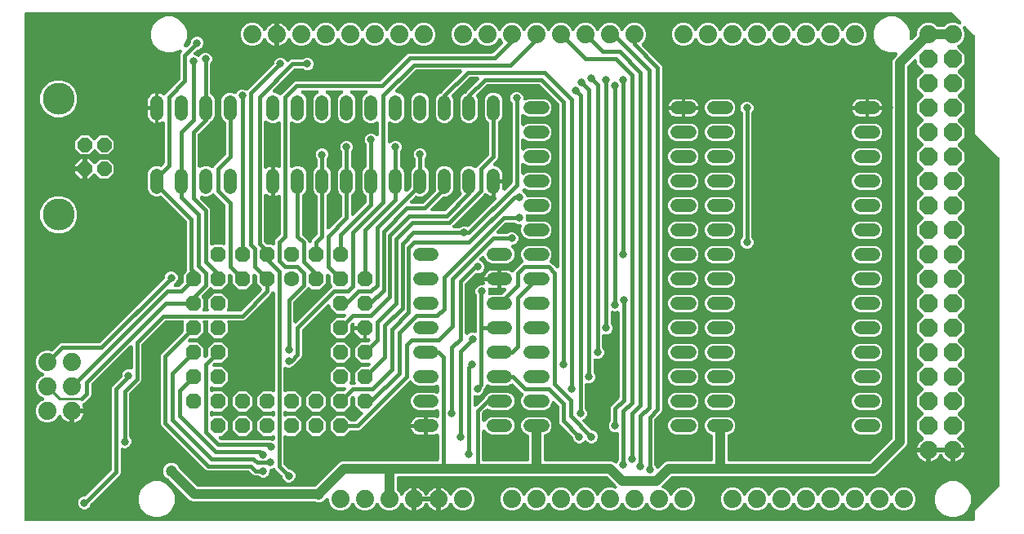
<source format=gbr>
G04 EAGLE Gerber RS-274X export*
G75*
%MOMM*%
%FSLAX34Y34*%
%LPD*%
%INBottom Copper*%
%IPPOS*%
%AMOC8*
5,1,8,0,0,1.08239X$1,22.5*%
G01*
%ADD10C,1.320800*%
%ADD11C,1.600200*%
%ADD12P,1.732040X8X22.500000*%
%ADD13C,1.879600*%
%ADD14P,1.578125X8X292.500000*%
%ADD15C,3.316000*%
%ADD16P,2.034460X8X112.500000*%
%ADD17C,0.806400*%
%ADD18C,0.400000*%
%ADD19C,1.200000*%
%ADD20C,1.016000*%
%ADD21C,0.250000*%

G36*
X986130Y2504D02*
X986130Y2504D01*
X986160Y2502D01*
X986329Y2524D01*
X986497Y2541D01*
X986526Y2550D01*
X986556Y2554D01*
X986717Y2609D01*
X986879Y2659D01*
X986906Y2673D01*
X986934Y2683D01*
X987080Y2769D01*
X987229Y2850D01*
X987253Y2870D01*
X987279Y2885D01*
X987405Y2998D01*
X987535Y3108D01*
X987554Y3131D01*
X987576Y3152D01*
X987677Y3288D01*
X987783Y3421D01*
X987797Y3448D01*
X987815Y3472D01*
X987887Y3625D01*
X987964Y3777D01*
X987972Y3806D01*
X987985Y3833D01*
X988025Y3999D01*
X988070Y4162D01*
X988073Y4192D01*
X988080Y4221D01*
X988099Y4500D01*
X988099Y13736D01*
X1012914Y38550D01*
X1012942Y38585D01*
X1012976Y38616D01*
X1013068Y38740D01*
X1013167Y38859D01*
X1013188Y38900D01*
X1013215Y38936D01*
X1013281Y39076D01*
X1013353Y39213D01*
X1013366Y39256D01*
X1013385Y39297D01*
X1013422Y39448D01*
X1013465Y39596D01*
X1013469Y39641D01*
X1013480Y39685D01*
X1013499Y39964D01*
X1013499Y379136D01*
X1013495Y379181D01*
X1013497Y379226D01*
X1013475Y379379D01*
X1013459Y379533D01*
X1013446Y379577D01*
X1013439Y379622D01*
X1013387Y379767D01*
X1013341Y379915D01*
X1013320Y379955D01*
X1013304Y379998D01*
X1013224Y380130D01*
X1013150Y380266D01*
X1013120Y380300D01*
X1013097Y380339D01*
X1012914Y380550D01*
X988099Y405364D01*
X988099Y506136D01*
X988095Y506181D01*
X988097Y506226D01*
X988075Y506379D01*
X988059Y506533D01*
X988046Y506577D01*
X988039Y506622D01*
X987987Y506767D01*
X987941Y506915D01*
X987920Y506955D01*
X987904Y506998D01*
X987824Y507130D01*
X987750Y507266D01*
X987720Y507300D01*
X987697Y507339D01*
X987514Y507550D01*
X978833Y516230D01*
X978827Y516235D01*
X978823Y516241D01*
X978673Y516361D01*
X978524Y516483D01*
X978517Y516487D01*
X978511Y516491D01*
X978340Y516580D01*
X978171Y516669D01*
X978163Y516671D01*
X978157Y516675D01*
X977971Y516728D01*
X977787Y516782D01*
X977780Y516782D01*
X977773Y516784D01*
X977581Y516799D01*
X977389Y516816D01*
X977382Y516815D01*
X977374Y516815D01*
X977183Y516792D01*
X976993Y516770D01*
X976985Y516767D01*
X976978Y516766D01*
X976795Y516705D01*
X976613Y516646D01*
X976606Y516642D01*
X976599Y516640D01*
X976432Y516543D01*
X976265Y516449D01*
X976260Y516444D01*
X976253Y516440D01*
X976109Y516313D01*
X975964Y516187D01*
X975959Y516181D01*
X975954Y516176D01*
X975838Y516023D01*
X975720Y515870D01*
X975717Y515863D01*
X975713Y515857D01*
X975630Y515685D01*
X975545Y515511D01*
X975543Y515504D01*
X975540Y515497D01*
X975493Y515311D01*
X975444Y515125D01*
X975444Y515117D01*
X975442Y515110D01*
X975433Y514916D01*
X975422Y514726D01*
X975423Y514719D01*
X975423Y514711D01*
X975453Y514519D01*
X975480Y514331D01*
X975483Y514324D01*
X975484Y514316D01*
X975572Y514051D01*
X977099Y510367D01*
X977099Y505633D01*
X975287Y501260D01*
X971940Y497913D01*
X971009Y497527D01*
X970989Y497517D01*
X970968Y497509D01*
X970813Y497422D01*
X970658Y497338D01*
X970640Y497324D01*
X970620Y497313D01*
X970487Y497196D01*
X970350Y497083D01*
X970336Y497065D01*
X970319Y497051D01*
X970211Y496910D01*
X970100Y496772D01*
X970089Y496752D01*
X970075Y496734D01*
X969997Y496575D01*
X969916Y496417D01*
X969910Y496395D01*
X969900Y496375D01*
X969855Y496204D01*
X969807Y496033D01*
X969805Y496010D01*
X969799Y495989D01*
X969790Y495813D01*
X969776Y495635D01*
X969779Y495612D01*
X969777Y495590D01*
X969803Y495415D01*
X969825Y495239D01*
X969832Y495217D01*
X969835Y495195D01*
X969895Y495027D01*
X969951Y494860D01*
X969963Y494840D01*
X969970Y494819D01*
X970062Y494667D01*
X970151Y494514D01*
X970166Y494497D01*
X970178Y494477D01*
X970361Y494267D01*
X977099Y487529D01*
X977099Y477671D01*
X970741Y471314D01*
X970722Y471290D01*
X970699Y471270D01*
X970596Y471136D01*
X970488Y471004D01*
X970474Y470978D01*
X970456Y470954D01*
X970381Y470801D01*
X970302Y470651D01*
X970293Y470622D01*
X970280Y470595D01*
X970237Y470431D01*
X970190Y470268D01*
X970187Y470238D01*
X970179Y470208D01*
X970170Y470040D01*
X970156Y469870D01*
X970159Y469840D01*
X970158Y469810D01*
X970182Y469642D01*
X970202Y469473D01*
X970211Y469444D01*
X970215Y469414D01*
X970273Y469254D01*
X970325Y469093D01*
X970340Y469067D01*
X970351Y469038D01*
X970439Y468893D01*
X970522Y468746D01*
X970542Y468723D01*
X970558Y468697D01*
X970741Y468486D01*
X977099Y462129D01*
X977099Y452271D01*
X970741Y445914D01*
X970722Y445890D01*
X970699Y445870D01*
X970596Y445736D01*
X970488Y445604D01*
X970474Y445578D01*
X970456Y445554D01*
X970381Y445401D01*
X970302Y445251D01*
X970293Y445222D01*
X970280Y445195D01*
X970237Y445031D01*
X970190Y444868D01*
X970187Y444838D01*
X970179Y444808D01*
X970170Y444640D01*
X970156Y444470D01*
X970159Y444440D01*
X970158Y444410D01*
X970182Y444242D01*
X970202Y444073D01*
X970211Y444044D01*
X970215Y444014D01*
X970273Y443854D01*
X970325Y443693D01*
X970340Y443667D01*
X970351Y443638D01*
X970439Y443493D01*
X970522Y443346D01*
X970542Y443323D01*
X970558Y443297D01*
X970741Y443086D01*
X977099Y436729D01*
X977099Y426871D01*
X970741Y420514D01*
X970722Y420490D01*
X970699Y420470D01*
X970596Y420336D01*
X970488Y420204D01*
X970474Y420178D01*
X970456Y420154D01*
X970381Y420001D01*
X970302Y419851D01*
X970293Y419822D01*
X970280Y419795D01*
X970237Y419631D01*
X970190Y419468D01*
X970187Y419438D01*
X970179Y419408D01*
X970170Y419239D01*
X970156Y419070D01*
X970159Y419040D01*
X970158Y419010D01*
X970182Y418842D01*
X970202Y418673D01*
X970211Y418644D01*
X970215Y418614D01*
X970273Y418454D01*
X970325Y418293D01*
X970340Y418267D01*
X970351Y418238D01*
X970439Y418093D01*
X970522Y417946D01*
X970542Y417923D01*
X970558Y417897D01*
X970741Y417686D01*
X977099Y411329D01*
X977099Y401471D01*
X970741Y395114D01*
X970722Y395090D01*
X970699Y395070D01*
X970596Y394936D01*
X970488Y394804D01*
X970474Y394778D01*
X970456Y394754D01*
X970381Y394601D01*
X970302Y394451D01*
X970293Y394422D01*
X970280Y394395D01*
X970237Y394231D01*
X970190Y394068D01*
X970187Y394038D01*
X970179Y394008D01*
X970170Y393840D01*
X970156Y393670D01*
X970159Y393640D01*
X970158Y393610D01*
X970182Y393442D01*
X970202Y393273D01*
X970211Y393244D01*
X970215Y393214D01*
X970273Y393054D01*
X970325Y392893D01*
X970340Y392867D01*
X970351Y392838D01*
X970439Y392693D01*
X970522Y392546D01*
X970542Y392523D01*
X970558Y392497D01*
X970741Y392286D01*
X977099Y385929D01*
X977099Y376071D01*
X970741Y369714D01*
X970722Y369690D01*
X970699Y369670D01*
X970596Y369536D01*
X970488Y369404D01*
X970474Y369378D01*
X970456Y369354D01*
X970381Y369201D01*
X970302Y369051D01*
X970293Y369022D01*
X970280Y368995D01*
X970237Y368831D01*
X970190Y368668D01*
X970187Y368638D01*
X970179Y368608D01*
X970170Y368440D01*
X970156Y368270D01*
X970159Y368240D01*
X970158Y368210D01*
X970182Y368042D01*
X970202Y367873D01*
X970211Y367844D01*
X970215Y367814D01*
X970273Y367654D01*
X970325Y367493D01*
X970340Y367467D01*
X970351Y367438D01*
X970439Y367293D01*
X970522Y367146D01*
X970542Y367123D01*
X970558Y367097D01*
X970741Y366886D01*
X977099Y360529D01*
X977099Y350671D01*
X970741Y344314D01*
X970722Y344290D01*
X970699Y344270D01*
X970596Y344136D01*
X970488Y344004D01*
X970474Y343978D01*
X970456Y343954D01*
X970381Y343801D01*
X970302Y343651D01*
X970293Y343622D01*
X970280Y343595D01*
X970237Y343431D01*
X970190Y343268D01*
X970187Y343238D01*
X970179Y343208D01*
X970170Y343040D01*
X970156Y342870D01*
X970159Y342840D01*
X970158Y342810D01*
X970182Y342642D01*
X970202Y342473D01*
X970211Y342444D01*
X970215Y342414D01*
X970273Y342254D01*
X970325Y342093D01*
X970340Y342067D01*
X970351Y342039D01*
X970439Y341893D01*
X970522Y341746D01*
X970542Y341723D01*
X970558Y341697D01*
X970741Y341486D01*
X977099Y335129D01*
X977099Y325271D01*
X970741Y318914D01*
X970722Y318890D01*
X970699Y318870D01*
X970596Y318736D01*
X970488Y318604D01*
X970474Y318578D01*
X970456Y318554D01*
X970381Y318401D01*
X970302Y318251D01*
X970293Y318222D01*
X970280Y318195D01*
X970237Y318031D01*
X970190Y317868D01*
X970187Y317838D01*
X970179Y317808D01*
X970170Y317640D01*
X970156Y317470D01*
X970159Y317440D01*
X970158Y317410D01*
X970182Y317242D01*
X970202Y317073D01*
X970211Y317044D01*
X970215Y317014D01*
X970273Y316854D01*
X970325Y316693D01*
X970340Y316667D01*
X970351Y316638D01*
X970439Y316493D01*
X970522Y316346D01*
X970542Y316323D01*
X970558Y316297D01*
X970741Y316086D01*
X977099Y309729D01*
X977099Y299871D01*
X970741Y293514D01*
X970722Y293490D01*
X970699Y293470D01*
X970596Y293336D01*
X970488Y293204D01*
X970474Y293178D01*
X970456Y293154D01*
X970381Y293001D01*
X970302Y292851D01*
X970293Y292822D01*
X970280Y292795D01*
X970237Y292631D01*
X970190Y292468D01*
X970187Y292438D01*
X970179Y292408D01*
X970170Y292239D01*
X970156Y292070D01*
X970159Y292040D01*
X970158Y292010D01*
X970182Y291842D01*
X970202Y291673D01*
X970211Y291644D01*
X970215Y291614D01*
X970273Y291454D01*
X970325Y291293D01*
X970340Y291267D01*
X970351Y291238D01*
X970439Y291093D01*
X970522Y290946D01*
X970542Y290923D01*
X970558Y290897D01*
X970741Y290686D01*
X977099Y284329D01*
X977099Y274471D01*
X970741Y268114D01*
X970722Y268090D01*
X970699Y268070D01*
X970596Y267936D01*
X970488Y267804D01*
X970474Y267778D01*
X970456Y267754D01*
X970381Y267601D01*
X970302Y267451D01*
X970293Y267422D01*
X970280Y267395D01*
X970237Y267231D01*
X970190Y267068D01*
X970187Y267038D01*
X970179Y267008D01*
X970170Y266840D01*
X970156Y266670D01*
X970159Y266640D01*
X970158Y266610D01*
X970182Y266442D01*
X970202Y266273D01*
X970211Y266244D01*
X970215Y266214D01*
X970273Y266054D01*
X970325Y265893D01*
X970340Y265867D01*
X970351Y265838D01*
X970439Y265693D01*
X970522Y265546D01*
X970542Y265523D01*
X970558Y265497D01*
X970741Y265286D01*
X977099Y258929D01*
X977099Y249071D01*
X970741Y242714D01*
X970722Y242690D01*
X970699Y242670D01*
X970596Y242536D01*
X970488Y242404D01*
X970474Y242378D01*
X970456Y242354D01*
X970381Y242201D01*
X970302Y242051D01*
X970293Y242022D01*
X970280Y241995D01*
X970237Y241831D01*
X970190Y241668D01*
X970187Y241638D01*
X970179Y241608D01*
X970170Y241439D01*
X970156Y241270D01*
X970159Y241240D01*
X970158Y241210D01*
X970182Y241042D01*
X970202Y240873D01*
X970211Y240844D01*
X970215Y240814D01*
X970273Y240654D01*
X970325Y240493D01*
X970340Y240467D01*
X970351Y240438D01*
X970439Y240293D01*
X970522Y240146D01*
X970542Y240123D01*
X970558Y240097D01*
X970741Y239886D01*
X977099Y233529D01*
X977099Y223671D01*
X970741Y217314D01*
X970722Y217290D01*
X970699Y217270D01*
X970596Y217136D01*
X970488Y217004D01*
X970474Y216978D01*
X970456Y216954D01*
X970381Y216801D01*
X970302Y216651D01*
X970293Y216622D01*
X970280Y216595D01*
X970237Y216431D01*
X970190Y216268D01*
X970187Y216238D01*
X970179Y216208D01*
X970170Y216039D01*
X970156Y215870D01*
X970159Y215840D01*
X970158Y215810D01*
X970182Y215642D01*
X970202Y215473D01*
X970211Y215444D01*
X970215Y215414D01*
X970273Y215254D01*
X970325Y215093D01*
X970340Y215067D01*
X970351Y215038D01*
X970439Y214893D01*
X970522Y214746D01*
X970542Y214723D01*
X970558Y214697D01*
X970741Y214486D01*
X977099Y208129D01*
X977099Y198271D01*
X970741Y191914D01*
X970722Y191890D01*
X970699Y191870D01*
X970596Y191736D01*
X970488Y191604D01*
X970474Y191578D01*
X970456Y191554D01*
X970381Y191401D01*
X970302Y191251D01*
X970293Y191222D01*
X970280Y191195D01*
X970237Y191031D01*
X970190Y190868D01*
X970187Y190838D01*
X970179Y190808D01*
X970170Y190639D01*
X970156Y190470D01*
X970159Y190440D01*
X970158Y190410D01*
X970182Y190242D01*
X970202Y190073D01*
X970211Y190044D01*
X970215Y190014D01*
X970273Y189854D01*
X970325Y189693D01*
X970340Y189667D01*
X970351Y189638D01*
X970439Y189493D01*
X970522Y189346D01*
X970542Y189323D01*
X970558Y189297D01*
X970741Y189086D01*
X977099Y182729D01*
X977099Y172871D01*
X970741Y166514D01*
X970722Y166490D01*
X970699Y166470D01*
X970596Y166336D01*
X970488Y166204D01*
X970474Y166178D01*
X970456Y166154D01*
X970381Y166001D01*
X970302Y165851D01*
X970293Y165822D01*
X970280Y165795D01*
X970237Y165631D01*
X970190Y165468D01*
X970187Y165438D01*
X970179Y165408D01*
X970170Y165239D01*
X970156Y165070D01*
X970159Y165040D01*
X970158Y165010D01*
X970182Y164842D01*
X970202Y164673D01*
X970211Y164644D01*
X970215Y164614D01*
X970273Y164454D01*
X970325Y164293D01*
X970340Y164267D01*
X970351Y164238D01*
X970439Y164093D01*
X970522Y163946D01*
X970542Y163923D01*
X970558Y163897D01*
X970741Y163686D01*
X977099Y157329D01*
X977099Y147471D01*
X970741Y141114D01*
X970722Y141090D01*
X970699Y141070D01*
X970596Y140936D01*
X970488Y140804D01*
X970474Y140778D01*
X970456Y140754D01*
X970381Y140601D01*
X970302Y140451D01*
X970293Y140422D01*
X970280Y140395D01*
X970237Y140231D01*
X970190Y140068D01*
X970187Y140038D01*
X970179Y140008D01*
X970170Y139839D01*
X970156Y139670D01*
X970159Y139640D01*
X970158Y139610D01*
X970182Y139442D01*
X970202Y139273D01*
X970211Y139244D01*
X970215Y139214D01*
X970273Y139054D01*
X970325Y138893D01*
X970340Y138867D01*
X970351Y138838D01*
X970439Y138693D01*
X970522Y138546D01*
X970542Y138523D01*
X970558Y138497D01*
X970741Y138286D01*
X977099Y131929D01*
X977099Y122071D01*
X970741Y115714D01*
X970722Y115690D01*
X970699Y115670D01*
X970596Y115536D01*
X970488Y115404D01*
X970474Y115378D01*
X970456Y115354D01*
X970381Y115201D01*
X970302Y115051D01*
X970293Y115022D01*
X970280Y114995D01*
X970237Y114831D01*
X970190Y114668D01*
X970187Y114638D01*
X970179Y114608D01*
X970170Y114439D01*
X970156Y114270D01*
X970159Y114240D01*
X970158Y114210D01*
X970182Y114042D01*
X970202Y113873D01*
X970211Y113844D01*
X970215Y113814D01*
X970273Y113654D01*
X970325Y113493D01*
X970340Y113467D01*
X970351Y113438D01*
X970439Y113293D01*
X970522Y113146D01*
X970542Y113123D01*
X970558Y113097D01*
X970741Y112886D01*
X977099Y106529D01*
X977099Y96671D01*
X970343Y89916D01*
X970252Y89804D01*
X970155Y89698D01*
X970126Y89650D01*
X970090Y89607D01*
X970023Y89479D01*
X969949Y89356D01*
X969930Y89303D01*
X969904Y89253D01*
X969863Y89115D01*
X969815Y88979D01*
X969807Y88924D01*
X969792Y88870D01*
X969779Y88726D01*
X969759Y88584D01*
X969763Y88528D01*
X969758Y88472D01*
X969774Y88329D01*
X969783Y88185D01*
X969797Y88131D01*
X969804Y88075D01*
X969848Y87938D01*
X969885Y87799D01*
X969910Y87749D01*
X969928Y87695D01*
X969999Y87570D01*
X970062Y87441D01*
X970097Y87397D01*
X970124Y87348D01*
X970219Y87239D01*
X970307Y87125D01*
X970350Y87089D01*
X970386Y87046D01*
X970501Y86959D01*
X970610Y86865D01*
X970670Y86828D01*
X970703Y86803D01*
X970752Y86779D01*
X970849Y86721D01*
X971457Y86411D01*
X972978Y85306D01*
X974306Y83978D01*
X975411Y82457D01*
X976264Y80783D01*
X976845Y78996D01*
X976885Y78739D01*
X965740Y78739D01*
X965710Y78736D01*
X965680Y78738D01*
X965511Y78716D01*
X965343Y78699D01*
X965314Y78690D01*
X965284Y78686D01*
X965197Y78657D01*
X965161Y78665D01*
X964998Y78710D01*
X964968Y78713D01*
X964938Y78720D01*
X964660Y78739D01*
X940340Y78739D01*
X940310Y78736D01*
X940280Y78738D01*
X940111Y78716D01*
X939943Y78699D01*
X939914Y78690D01*
X939884Y78686D01*
X939797Y78657D01*
X939761Y78665D01*
X939598Y78710D01*
X939568Y78713D01*
X939538Y78720D01*
X939260Y78739D01*
X928115Y78739D01*
X928155Y78996D01*
X928736Y80783D01*
X929589Y82457D01*
X930694Y83978D01*
X932022Y85306D01*
X933543Y86411D01*
X934151Y86721D01*
X934272Y86799D01*
X934397Y86870D01*
X934440Y86906D01*
X934487Y86937D01*
X934590Y87037D01*
X934699Y87132D01*
X934733Y87176D01*
X934773Y87215D01*
X934854Y87334D01*
X934942Y87448D01*
X934967Y87499D01*
X934998Y87545D01*
X935055Y87678D01*
X935118Y87807D01*
X935132Y87861D01*
X935154Y87913D01*
X935182Y88054D01*
X935219Y88194D01*
X935222Y88250D01*
X935233Y88305D01*
X935233Y88449D01*
X935240Y88593D01*
X935232Y88648D01*
X935232Y88704D01*
X935203Y88845D01*
X935183Y88988D01*
X935164Y89041D01*
X935152Y89095D01*
X935096Y89228D01*
X935047Y89364D01*
X935018Y89412D01*
X934996Y89463D01*
X934915Y89582D01*
X934840Y89705D01*
X934794Y89758D01*
X934770Y89792D01*
X934731Y89830D01*
X934657Y89916D01*
X927901Y96671D01*
X927901Y106529D01*
X934259Y112886D01*
X934278Y112910D01*
X934301Y112930D01*
X934404Y113064D01*
X934512Y113196D01*
X934526Y113222D01*
X934544Y113246D01*
X934619Y113399D01*
X934698Y113549D01*
X934707Y113578D01*
X934720Y113605D01*
X934763Y113769D01*
X934810Y113932D01*
X934813Y113962D01*
X934821Y113992D01*
X934830Y114160D01*
X934844Y114330D01*
X934841Y114360D01*
X934842Y114390D01*
X934818Y114558D01*
X934798Y114727D01*
X934789Y114756D01*
X934785Y114786D01*
X934727Y114946D01*
X934675Y115107D01*
X934660Y115133D01*
X934649Y115161D01*
X934561Y115307D01*
X934478Y115454D01*
X934458Y115477D01*
X934442Y115503D01*
X934259Y115714D01*
X927901Y122071D01*
X927901Y131929D01*
X934259Y138286D01*
X934278Y138310D01*
X934301Y138330D01*
X934404Y138464D01*
X934512Y138596D01*
X934526Y138622D01*
X934544Y138646D01*
X934619Y138799D01*
X934698Y138949D01*
X934707Y138978D01*
X934720Y139005D01*
X934763Y139169D01*
X934810Y139332D01*
X934813Y139362D01*
X934821Y139392D01*
X934830Y139560D01*
X934844Y139730D01*
X934841Y139760D01*
X934842Y139790D01*
X934818Y139958D01*
X934798Y140127D01*
X934789Y140156D01*
X934785Y140186D01*
X934727Y140346D01*
X934675Y140507D01*
X934660Y140533D01*
X934649Y140561D01*
X934561Y140707D01*
X934478Y140854D01*
X934458Y140877D01*
X934442Y140903D01*
X934259Y141114D01*
X927901Y147471D01*
X927901Y157329D01*
X934259Y163686D01*
X934278Y163710D01*
X934301Y163730D01*
X934404Y163864D01*
X934512Y163996D01*
X934526Y164022D01*
X934544Y164046D01*
X934619Y164199D01*
X934698Y164349D01*
X934707Y164378D01*
X934720Y164405D01*
X934763Y164569D01*
X934810Y164732D01*
X934813Y164762D01*
X934821Y164792D01*
X934830Y164960D01*
X934844Y165130D01*
X934841Y165160D01*
X934842Y165190D01*
X934818Y165358D01*
X934798Y165527D01*
X934789Y165556D01*
X934785Y165586D01*
X934727Y165746D01*
X934675Y165907D01*
X934660Y165933D01*
X934649Y165961D01*
X934561Y166107D01*
X934478Y166254D01*
X934458Y166277D01*
X934442Y166303D01*
X934259Y166514D01*
X927901Y172871D01*
X927901Y182729D01*
X934259Y189086D01*
X934278Y189110D01*
X934301Y189130D01*
X934404Y189264D01*
X934512Y189396D01*
X934526Y189422D01*
X934544Y189446D01*
X934619Y189599D01*
X934698Y189749D01*
X934707Y189778D01*
X934720Y189805D01*
X934763Y189969D01*
X934810Y190132D01*
X934813Y190162D01*
X934821Y190192D01*
X934830Y190360D01*
X934844Y190530D01*
X934841Y190560D01*
X934842Y190590D01*
X934818Y190758D01*
X934798Y190927D01*
X934789Y190956D01*
X934785Y190986D01*
X934727Y191146D01*
X934675Y191307D01*
X934660Y191333D01*
X934649Y191361D01*
X934561Y191507D01*
X934478Y191654D01*
X934458Y191677D01*
X934442Y191703D01*
X934259Y191914D01*
X927901Y198271D01*
X927901Y208129D01*
X934259Y214486D01*
X934278Y214510D01*
X934301Y214530D01*
X934404Y214664D01*
X934512Y214796D01*
X934526Y214822D01*
X934544Y214846D01*
X934619Y214999D01*
X934698Y215149D01*
X934707Y215178D01*
X934720Y215205D01*
X934763Y215369D01*
X934810Y215532D01*
X934813Y215562D01*
X934821Y215592D01*
X934830Y215760D01*
X934844Y215930D01*
X934841Y215960D01*
X934842Y215990D01*
X934818Y216158D01*
X934798Y216327D01*
X934789Y216356D01*
X934785Y216386D01*
X934727Y216546D01*
X934675Y216707D01*
X934660Y216733D01*
X934649Y216761D01*
X934561Y216907D01*
X934478Y217054D01*
X934458Y217077D01*
X934442Y217103D01*
X934259Y217314D01*
X927901Y223671D01*
X927901Y233529D01*
X934259Y239886D01*
X934278Y239910D01*
X934301Y239930D01*
X934404Y240064D01*
X934512Y240196D01*
X934526Y240222D01*
X934544Y240246D01*
X934619Y240399D01*
X934698Y240549D01*
X934707Y240578D01*
X934720Y240605D01*
X934763Y240769D01*
X934810Y240932D01*
X934813Y240962D01*
X934821Y240992D01*
X934830Y241160D01*
X934844Y241330D01*
X934841Y241360D01*
X934842Y241390D01*
X934818Y241558D01*
X934798Y241727D01*
X934789Y241756D01*
X934785Y241786D01*
X934727Y241946D01*
X934675Y242107D01*
X934660Y242133D01*
X934649Y242161D01*
X934561Y242307D01*
X934478Y242454D01*
X934458Y242477D01*
X934442Y242503D01*
X934259Y242714D01*
X927901Y249071D01*
X927901Y258929D01*
X934259Y265286D01*
X934278Y265310D01*
X934301Y265330D01*
X934404Y265464D01*
X934512Y265596D01*
X934526Y265622D01*
X934544Y265646D01*
X934619Y265799D01*
X934698Y265949D01*
X934707Y265978D01*
X934720Y266005D01*
X934763Y266169D01*
X934810Y266332D01*
X934813Y266362D01*
X934821Y266392D01*
X934830Y266560D01*
X934844Y266730D01*
X934841Y266760D01*
X934842Y266790D01*
X934818Y266958D01*
X934798Y267127D01*
X934789Y267156D01*
X934785Y267186D01*
X934727Y267346D01*
X934675Y267507D01*
X934660Y267533D01*
X934649Y267561D01*
X934561Y267707D01*
X934478Y267854D01*
X934458Y267877D01*
X934442Y267903D01*
X934259Y268114D01*
X927901Y274471D01*
X927901Y284329D01*
X934259Y290686D01*
X934278Y290710D01*
X934301Y290730D01*
X934404Y290864D01*
X934512Y290996D01*
X934526Y291022D01*
X934544Y291046D01*
X934619Y291199D01*
X934698Y291349D01*
X934707Y291378D01*
X934720Y291405D01*
X934763Y291569D01*
X934810Y291732D01*
X934813Y291762D01*
X934821Y291792D01*
X934830Y291960D01*
X934844Y292130D01*
X934841Y292160D01*
X934842Y292190D01*
X934818Y292358D01*
X934798Y292527D01*
X934789Y292556D01*
X934785Y292586D01*
X934727Y292746D01*
X934675Y292907D01*
X934660Y292933D01*
X934649Y292961D01*
X934561Y293107D01*
X934478Y293254D01*
X934458Y293277D01*
X934442Y293303D01*
X934259Y293514D01*
X927901Y299871D01*
X927901Y309729D01*
X934259Y316086D01*
X934278Y316110D01*
X934301Y316130D01*
X934404Y316264D01*
X934512Y316396D01*
X934526Y316422D01*
X934544Y316446D01*
X934619Y316599D01*
X934698Y316749D01*
X934707Y316778D01*
X934720Y316805D01*
X934763Y316969D01*
X934810Y317132D01*
X934813Y317162D01*
X934821Y317192D01*
X934830Y317360D01*
X934844Y317530D01*
X934841Y317560D01*
X934842Y317590D01*
X934818Y317758D01*
X934798Y317927D01*
X934789Y317956D01*
X934785Y317986D01*
X934727Y318146D01*
X934675Y318307D01*
X934660Y318333D01*
X934649Y318361D01*
X934561Y318507D01*
X934478Y318654D01*
X934458Y318677D01*
X934442Y318703D01*
X934259Y318914D01*
X927901Y325271D01*
X927901Y335129D01*
X934259Y341486D01*
X934278Y341510D01*
X934301Y341530D01*
X934404Y341664D01*
X934512Y341796D01*
X934526Y341822D01*
X934544Y341846D01*
X934619Y341999D01*
X934698Y342149D01*
X934707Y342178D01*
X934720Y342205D01*
X934763Y342369D01*
X934810Y342532D01*
X934813Y342562D01*
X934821Y342592D01*
X934830Y342760D01*
X934844Y342930D01*
X934841Y342960D01*
X934842Y342990D01*
X934818Y343158D01*
X934798Y343327D01*
X934789Y343356D01*
X934785Y343386D01*
X934727Y343546D01*
X934675Y343707D01*
X934660Y343733D01*
X934649Y343762D01*
X934561Y343907D01*
X934478Y344054D01*
X934458Y344077D01*
X934442Y344103D01*
X934259Y344314D01*
X927901Y350671D01*
X927901Y360529D01*
X934259Y366886D01*
X934278Y366910D01*
X934301Y366930D01*
X934404Y367064D01*
X934512Y367196D01*
X934526Y367222D01*
X934544Y367246D01*
X934619Y367399D01*
X934698Y367549D01*
X934707Y367578D01*
X934720Y367605D01*
X934763Y367769D01*
X934810Y367932D01*
X934813Y367962D01*
X934821Y367992D01*
X934830Y368160D01*
X934844Y368330D01*
X934841Y368360D01*
X934842Y368390D01*
X934818Y368558D01*
X934798Y368727D01*
X934789Y368756D01*
X934785Y368786D01*
X934727Y368946D01*
X934675Y369107D01*
X934660Y369133D01*
X934649Y369161D01*
X934561Y369307D01*
X934478Y369454D01*
X934458Y369477D01*
X934442Y369503D01*
X934259Y369714D01*
X927901Y376071D01*
X927901Y385929D01*
X934259Y392286D01*
X934278Y392310D01*
X934301Y392330D01*
X934404Y392464D01*
X934512Y392596D01*
X934526Y392622D01*
X934544Y392646D01*
X934619Y392799D01*
X934698Y392949D01*
X934707Y392978D01*
X934720Y393005D01*
X934763Y393169D01*
X934810Y393332D01*
X934813Y393362D01*
X934821Y393392D01*
X934830Y393560D01*
X934844Y393730D01*
X934841Y393760D01*
X934842Y393790D01*
X934818Y393958D01*
X934798Y394127D01*
X934789Y394156D01*
X934785Y394186D01*
X934727Y394346D01*
X934675Y394507D01*
X934660Y394533D01*
X934649Y394561D01*
X934561Y394707D01*
X934478Y394854D01*
X934458Y394877D01*
X934442Y394903D01*
X934259Y395114D01*
X927901Y401471D01*
X927901Y411329D01*
X934259Y417686D01*
X934278Y417710D01*
X934301Y417730D01*
X934404Y417864D01*
X934512Y417996D01*
X934526Y418022D01*
X934544Y418046D01*
X934619Y418199D01*
X934698Y418349D01*
X934707Y418378D01*
X934720Y418405D01*
X934763Y418569D01*
X934810Y418732D01*
X934813Y418762D01*
X934821Y418792D01*
X934830Y418960D01*
X934844Y419130D01*
X934841Y419160D01*
X934842Y419190D01*
X934818Y419358D01*
X934798Y419527D01*
X934789Y419556D01*
X934785Y419586D01*
X934727Y419746D01*
X934675Y419907D01*
X934660Y419933D01*
X934649Y419961D01*
X934561Y420107D01*
X934478Y420254D01*
X934458Y420277D01*
X934442Y420303D01*
X934259Y420514D01*
X927901Y426871D01*
X927901Y436729D01*
X934259Y443086D01*
X934278Y443110D01*
X934301Y443130D01*
X934404Y443264D01*
X934512Y443396D01*
X934526Y443422D01*
X934544Y443446D01*
X934619Y443599D01*
X934698Y443749D01*
X934707Y443778D01*
X934720Y443805D01*
X934763Y443969D01*
X934810Y444132D01*
X934813Y444162D01*
X934821Y444192D01*
X934830Y444360D01*
X934844Y444530D01*
X934841Y444560D01*
X934842Y444590D01*
X934818Y444758D01*
X934798Y444927D01*
X934789Y444956D01*
X934785Y444986D01*
X934727Y445146D01*
X934675Y445307D01*
X934660Y445333D01*
X934649Y445361D01*
X934561Y445507D01*
X934478Y445654D01*
X934458Y445677D01*
X934442Y445703D01*
X934259Y445914D01*
X927901Y452271D01*
X927901Y462129D01*
X934259Y468486D01*
X934278Y468510D01*
X934301Y468530D01*
X934404Y468664D01*
X934512Y468796D01*
X934526Y468822D01*
X934544Y468846D01*
X934619Y468999D01*
X934698Y469149D01*
X934707Y469178D01*
X934720Y469205D01*
X934763Y469369D01*
X934810Y469532D01*
X934813Y469562D01*
X934821Y469592D01*
X934830Y469760D01*
X934844Y469930D01*
X934841Y469960D01*
X934842Y469990D01*
X934818Y470158D01*
X934798Y470327D01*
X934789Y470356D01*
X934785Y470386D01*
X934727Y470546D01*
X934675Y470707D01*
X934660Y470733D01*
X934649Y470761D01*
X934561Y470907D01*
X934478Y471054D01*
X934458Y471077D01*
X934442Y471103D01*
X934259Y471314D01*
X927901Y477671D01*
X927901Y480554D01*
X927900Y480569D01*
X927901Y480584D01*
X927880Y480768D01*
X927861Y480951D01*
X927857Y480966D01*
X927855Y480981D01*
X927798Y481156D01*
X927743Y481333D01*
X927736Y481346D01*
X927731Y481361D01*
X927641Y481520D01*
X927552Y481683D01*
X927542Y481695D01*
X927534Y481708D01*
X927414Y481847D01*
X927294Y481989D01*
X927282Y481998D01*
X927272Y482010D01*
X927126Y482122D01*
X926981Y482237D01*
X926968Y482244D01*
X926956Y482253D01*
X926790Y482334D01*
X926625Y482418D01*
X926610Y482422D01*
X926597Y482428D01*
X926418Y482475D01*
X926240Y482524D01*
X926225Y482525D01*
X926210Y482529D01*
X926027Y482539D01*
X925842Y482552D01*
X925827Y482550D01*
X925812Y482551D01*
X925629Y482524D01*
X925446Y482500D01*
X925431Y482495D01*
X925416Y482493D01*
X925242Y482431D01*
X925068Y482371D01*
X925055Y482363D01*
X925041Y482358D01*
X924883Y482262D01*
X924723Y482169D01*
X924712Y482159D01*
X924699Y482151D01*
X924488Y481968D01*
X918756Y476236D01*
X918728Y476200D01*
X918694Y476170D01*
X918602Y476046D01*
X918503Y475926D01*
X918482Y475886D01*
X918455Y475850D01*
X918389Y475710D01*
X918317Y475573D01*
X918304Y475529D01*
X918285Y475488D01*
X918248Y475338D01*
X918205Y475190D01*
X918201Y475144D01*
X918190Y475100D01*
X918171Y474822D01*
X918171Y83582D01*
X917017Y80796D01*
X886944Y50723D01*
X884158Y49569D01*
X674528Y49569D01*
X674483Y49565D01*
X674438Y49567D01*
X674285Y49545D01*
X674131Y49529D01*
X674087Y49516D01*
X674043Y49509D01*
X673897Y49457D01*
X673749Y49411D01*
X673709Y49390D01*
X673667Y49374D01*
X673535Y49294D01*
X673399Y49220D01*
X673364Y49190D01*
X673325Y49167D01*
X673114Y48984D01*
X663937Y39806D01*
X663922Y39788D01*
X663905Y39774D01*
X663797Y39634D01*
X663684Y39497D01*
X663673Y39477D01*
X663660Y39459D01*
X663580Y39300D01*
X663498Y39144D01*
X663491Y39122D01*
X663481Y39101D01*
X663435Y38930D01*
X663385Y38760D01*
X663384Y38738D01*
X663378Y38716D01*
X663367Y38540D01*
X663352Y38362D01*
X663354Y38340D01*
X663353Y38317D01*
X663377Y38142D01*
X663397Y37966D01*
X663404Y37944D01*
X663408Y37921D01*
X663466Y37754D01*
X663521Y37586D01*
X663532Y37566D01*
X663540Y37545D01*
X663631Y37392D01*
X663718Y37238D01*
X663733Y37221D01*
X663745Y37202D01*
X663864Y37070D01*
X663980Y36937D01*
X663998Y36923D01*
X664013Y36906D01*
X664156Y36802D01*
X664297Y36693D01*
X664317Y36683D01*
X664336Y36670D01*
X664586Y36545D01*
X667140Y35487D01*
X670487Y32140D01*
X671253Y30292D01*
X671260Y30278D01*
X671265Y30264D01*
X671354Y30103D01*
X671442Y29940D01*
X671452Y29928D01*
X671459Y29915D01*
X671579Y29774D01*
X671697Y29632D01*
X671709Y29623D01*
X671719Y29611D01*
X671865Y29497D01*
X672008Y29382D01*
X672021Y29375D01*
X672034Y29366D01*
X672200Y29283D01*
X672363Y29198D01*
X672377Y29194D01*
X672391Y29187D01*
X672570Y29139D01*
X672747Y29089D01*
X672762Y29088D01*
X672777Y29084D01*
X672961Y29072D01*
X673145Y29058D01*
X673160Y29060D01*
X673175Y29059D01*
X673358Y29084D01*
X673542Y29107D01*
X673556Y29112D01*
X673571Y29114D01*
X673745Y29175D01*
X673920Y29233D01*
X673934Y29241D01*
X673948Y29246D01*
X674106Y29340D01*
X674266Y29433D01*
X674278Y29443D01*
X674291Y29451D01*
X674427Y29575D01*
X674566Y29697D01*
X674575Y29709D01*
X674586Y29720D01*
X674696Y29869D01*
X674807Y30016D01*
X674813Y30029D01*
X674822Y30042D01*
X674947Y30292D01*
X675713Y32140D01*
X679060Y35487D01*
X683433Y37299D01*
X688167Y37299D01*
X692540Y35487D01*
X695887Y32140D01*
X697699Y27767D01*
X697699Y23033D01*
X695887Y18660D01*
X692540Y15313D01*
X688167Y13501D01*
X683433Y13501D01*
X679060Y15313D01*
X675713Y18660D01*
X674947Y20508D01*
X674940Y20522D01*
X674935Y20536D01*
X674846Y20697D01*
X674758Y20860D01*
X674748Y20872D01*
X674741Y20885D01*
X674622Y21025D01*
X674503Y21168D01*
X674491Y21177D01*
X674481Y21189D01*
X674336Y21302D01*
X674192Y21418D01*
X674178Y21425D01*
X674166Y21434D01*
X674002Y21517D01*
X673837Y21602D01*
X673823Y21606D01*
X673809Y21613D01*
X673631Y21660D01*
X673453Y21711D01*
X673438Y21712D01*
X673423Y21716D01*
X673240Y21728D01*
X673055Y21742D01*
X673040Y21740D01*
X673025Y21741D01*
X672842Y21716D01*
X672658Y21693D01*
X672644Y21688D01*
X672629Y21686D01*
X672455Y21625D01*
X672280Y21567D01*
X672266Y21559D01*
X672252Y21554D01*
X672093Y21459D01*
X671933Y21367D01*
X671922Y21357D01*
X671909Y21349D01*
X671772Y21224D01*
X671634Y21103D01*
X671625Y21091D01*
X671614Y21080D01*
X671504Y20930D01*
X671393Y20784D01*
X671387Y20771D01*
X671378Y20758D01*
X671253Y20508D01*
X670487Y18660D01*
X667140Y15313D01*
X662767Y13501D01*
X658033Y13501D01*
X653660Y15313D01*
X650313Y18660D01*
X649547Y20508D01*
X649540Y20522D01*
X649535Y20536D01*
X649446Y20697D01*
X649358Y20860D01*
X649348Y20872D01*
X649341Y20885D01*
X649222Y21025D01*
X649103Y21168D01*
X649091Y21177D01*
X649081Y21189D01*
X648936Y21302D01*
X648792Y21418D01*
X648778Y21425D01*
X648766Y21434D01*
X648602Y21517D01*
X648437Y21602D01*
X648423Y21606D01*
X648409Y21613D01*
X648231Y21660D01*
X648053Y21711D01*
X648038Y21712D01*
X648023Y21716D01*
X647840Y21728D01*
X647655Y21742D01*
X647640Y21740D01*
X647625Y21741D01*
X647442Y21716D01*
X647258Y21693D01*
X647244Y21688D01*
X647229Y21686D01*
X647055Y21625D01*
X646880Y21567D01*
X646866Y21559D01*
X646852Y21554D01*
X646693Y21459D01*
X646533Y21367D01*
X646522Y21357D01*
X646509Y21349D01*
X646372Y21224D01*
X646234Y21103D01*
X646225Y21091D01*
X646214Y21080D01*
X646104Y20930D01*
X645993Y20784D01*
X645987Y20771D01*
X645978Y20758D01*
X645853Y20508D01*
X645087Y18660D01*
X641740Y15313D01*
X637367Y13501D01*
X632633Y13501D01*
X628260Y15313D01*
X624913Y18660D01*
X624147Y20508D01*
X624140Y20522D01*
X624135Y20536D01*
X624046Y20697D01*
X623958Y20860D01*
X623948Y20872D01*
X623941Y20885D01*
X623822Y21025D01*
X623703Y21168D01*
X623691Y21177D01*
X623681Y21189D01*
X623536Y21302D01*
X623392Y21418D01*
X623378Y21425D01*
X623366Y21434D01*
X623202Y21517D01*
X623037Y21602D01*
X623023Y21606D01*
X623009Y21613D01*
X622831Y21660D01*
X622653Y21711D01*
X622638Y21712D01*
X622623Y21716D01*
X622440Y21728D01*
X622255Y21742D01*
X622240Y21740D01*
X622225Y21741D01*
X622042Y21716D01*
X621858Y21693D01*
X621844Y21688D01*
X621829Y21686D01*
X621655Y21625D01*
X621480Y21567D01*
X621466Y21559D01*
X621452Y21554D01*
X621293Y21459D01*
X621133Y21367D01*
X621122Y21357D01*
X621109Y21349D01*
X620972Y21224D01*
X620834Y21103D01*
X620825Y21091D01*
X620814Y21080D01*
X620704Y20930D01*
X620593Y20784D01*
X620587Y20771D01*
X620578Y20758D01*
X620453Y20508D01*
X619687Y18660D01*
X616340Y15313D01*
X611967Y13501D01*
X607233Y13501D01*
X602860Y15313D01*
X599513Y18660D01*
X598747Y20508D01*
X598740Y20522D01*
X598735Y20536D01*
X598646Y20697D01*
X598558Y20860D01*
X598548Y20872D01*
X598541Y20885D01*
X598422Y21025D01*
X598303Y21168D01*
X598291Y21177D01*
X598281Y21189D01*
X598136Y21302D01*
X597992Y21418D01*
X597978Y21425D01*
X597966Y21434D01*
X597802Y21517D01*
X597637Y21602D01*
X597623Y21606D01*
X597609Y21613D01*
X597431Y21660D01*
X597253Y21711D01*
X597238Y21712D01*
X597223Y21716D01*
X597040Y21728D01*
X596855Y21742D01*
X596840Y21740D01*
X596825Y21741D01*
X596642Y21716D01*
X596458Y21693D01*
X596444Y21688D01*
X596429Y21686D01*
X596255Y21625D01*
X596080Y21567D01*
X596066Y21559D01*
X596052Y21554D01*
X595893Y21459D01*
X595733Y21367D01*
X595722Y21357D01*
X595709Y21349D01*
X595572Y21224D01*
X595434Y21103D01*
X595425Y21091D01*
X595414Y21080D01*
X595304Y20930D01*
X595193Y20784D01*
X595187Y20771D01*
X595178Y20758D01*
X595053Y20508D01*
X594287Y18660D01*
X590940Y15313D01*
X586567Y13501D01*
X581833Y13501D01*
X577460Y15313D01*
X574113Y18660D01*
X573347Y20508D01*
X573340Y20522D01*
X573335Y20536D01*
X573245Y20698D01*
X573158Y20860D01*
X573148Y20872D01*
X573141Y20885D01*
X573021Y21026D01*
X572903Y21168D01*
X572891Y21177D01*
X572881Y21189D01*
X572736Y21302D01*
X572592Y21418D01*
X572578Y21425D01*
X572566Y21434D01*
X572402Y21517D01*
X572237Y21602D01*
X572222Y21606D01*
X572209Y21613D01*
X572031Y21660D01*
X571853Y21711D01*
X571838Y21712D01*
X571823Y21716D01*
X571640Y21728D01*
X571455Y21742D01*
X571440Y21740D01*
X571425Y21741D01*
X571242Y21716D01*
X571058Y21693D01*
X571044Y21688D01*
X571029Y21686D01*
X570854Y21625D01*
X570680Y21567D01*
X570666Y21559D01*
X570652Y21554D01*
X570493Y21459D01*
X570333Y21367D01*
X570322Y21357D01*
X570309Y21349D01*
X570172Y21224D01*
X570034Y21103D01*
X570025Y21091D01*
X570014Y21080D01*
X569904Y20931D01*
X569793Y20784D01*
X569786Y20771D01*
X569778Y20758D01*
X569653Y20508D01*
X568887Y18660D01*
X565540Y15313D01*
X561167Y13501D01*
X556433Y13501D01*
X552060Y15313D01*
X548713Y18660D01*
X547947Y20508D01*
X547940Y20522D01*
X547935Y20536D01*
X547845Y20698D01*
X547758Y20860D01*
X547748Y20872D01*
X547741Y20885D01*
X547621Y21026D01*
X547503Y21168D01*
X547491Y21177D01*
X547481Y21189D01*
X547336Y21302D01*
X547192Y21418D01*
X547178Y21425D01*
X547166Y21434D01*
X547002Y21517D01*
X546837Y21602D01*
X546822Y21606D01*
X546809Y21613D01*
X546631Y21660D01*
X546453Y21711D01*
X546438Y21712D01*
X546423Y21716D01*
X546240Y21728D01*
X546055Y21742D01*
X546040Y21740D01*
X546025Y21741D01*
X545842Y21716D01*
X545658Y21693D01*
X545644Y21688D01*
X545629Y21686D01*
X545454Y21625D01*
X545280Y21567D01*
X545266Y21559D01*
X545252Y21554D01*
X545093Y21459D01*
X544933Y21367D01*
X544922Y21357D01*
X544909Y21349D01*
X544772Y21224D01*
X544634Y21103D01*
X544625Y21091D01*
X544614Y21080D01*
X544504Y20931D01*
X544393Y20784D01*
X544386Y20771D01*
X544378Y20758D01*
X544253Y20508D01*
X543487Y18660D01*
X540140Y15313D01*
X535767Y13501D01*
X531033Y13501D01*
X526660Y15313D01*
X523313Y18660D01*
X522547Y20508D01*
X522540Y20522D01*
X522535Y20536D01*
X522446Y20697D01*
X522358Y20860D01*
X522348Y20872D01*
X522341Y20885D01*
X522221Y21026D01*
X522103Y21168D01*
X522091Y21177D01*
X522081Y21189D01*
X521935Y21303D01*
X521792Y21418D01*
X521779Y21425D01*
X521766Y21434D01*
X521600Y21517D01*
X521437Y21602D01*
X521423Y21606D01*
X521409Y21613D01*
X521230Y21661D01*
X521053Y21711D01*
X521038Y21712D01*
X521023Y21716D01*
X520839Y21728D01*
X520655Y21742D01*
X520640Y21740D01*
X520625Y21741D01*
X520442Y21716D01*
X520258Y21693D01*
X520244Y21688D01*
X520229Y21686D01*
X520055Y21625D01*
X519880Y21567D01*
X519866Y21559D01*
X519852Y21554D01*
X519694Y21460D01*
X519534Y21367D01*
X519522Y21357D01*
X519509Y21349D01*
X519373Y21225D01*
X519234Y21103D01*
X519225Y21091D01*
X519214Y21080D01*
X519104Y20931D01*
X518993Y20784D01*
X518987Y20771D01*
X518978Y20758D01*
X518853Y20508D01*
X518087Y18660D01*
X514740Y15313D01*
X510367Y13501D01*
X505633Y13501D01*
X501260Y15313D01*
X497913Y18660D01*
X496101Y23033D01*
X496101Y27767D01*
X497913Y32140D01*
X501260Y35487D01*
X505633Y37299D01*
X510367Y37299D01*
X514740Y35487D01*
X518087Y32140D01*
X518853Y30292D01*
X518860Y30278D01*
X518865Y30264D01*
X518954Y30103D01*
X519042Y29940D01*
X519052Y29928D01*
X519059Y29915D01*
X519178Y29775D01*
X519297Y29632D01*
X519309Y29623D01*
X519319Y29611D01*
X519464Y29498D01*
X519608Y29382D01*
X519622Y29375D01*
X519634Y29366D01*
X519798Y29283D01*
X519963Y29198D01*
X519977Y29194D01*
X519991Y29187D01*
X520169Y29140D01*
X520347Y29089D01*
X520362Y29088D01*
X520377Y29084D01*
X520560Y29072D01*
X520745Y29058D01*
X520760Y29060D01*
X520775Y29059D01*
X520958Y29084D01*
X521142Y29107D01*
X521156Y29112D01*
X521171Y29114D01*
X521345Y29175D01*
X521520Y29233D01*
X521534Y29241D01*
X521548Y29246D01*
X521707Y29341D01*
X521867Y29433D01*
X521878Y29443D01*
X521891Y29451D01*
X522028Y29576D01*
X522166Y29697D01*
X522175Y29709D01*
X522186Y29720D01*
X522296Y29870D01*
X522407Y30016D01*
X522413Y30029D01*
X522422Y30042D01*
X522547Y30292D01*
X523313Y32140D01*
X526660Y35487D01*
X531033Y37299D01*
X535767Y37299D01*
X540140Y35487D01*
X543487Y32140D01*
X544253Y30292D01*
X544260Y30278D01*
X544265Y30264D01*
X544355Y30102D01*
X544442Y29940D01*
X544452Y29928D01*
X544459Y29915D01*
X544579Y29774D01*
X544697Y29632D01*
X544709Y29623D01*
X544719Y29611D01*
X544865Y29497D01*
X545008Y29382D01*
X545022Y29375D01*
X545034Y29366D01*
X545199Y29283D01*
X545363Y29198D01*
X545377Y29194D01*
X545391Y29187D01*
X545569Y29139D01*
X545747Y29089D01*
X545762Y29088D01*
X545777Y29084D01*
X545960Y29072D01*
X546145Y29058D01*
X546160Y29060D01*
X546175Y29059D01*
X546357Y29084D01*
X546542Y29107D01*
X546556Y29112D01*
X546571Y29114D01*
X546745Y29175D01*
X546920Y29233D01*
X546934Y29241D01*
X546948Y29246D01*
X547107Y29341D01*
X547266Y29433D01*
X547278Y29443D01*
X547291Y29451D01*
X547427Y29575D01*
X547566Y29697D01*
X547575Y29709D01*
X547586Y29720D01*
X547695Y29868D01*
X547807Y30016D01*
X547813Y30029D01*
X547822Y30042D01*
X547947Y30292D01*
X548713Y32140D01*
X552060Y35487D01*
X556433Y37299D01*
X561167Y37299D01*
X565540Y35487D01*
X568887Y32140D01*
X569653Y30292D01*
X569660Y30278D01*
X569665Y30264D01*
X569755Y30102D01*
X569842Y29940D01*
X569852Y29928D01*
X569859Y29915D01*
X569979Y29774D01*
X570097Y29632D01*
X570109Y29623D01*
X570119Y29611D01*
X570265Y29497D01*
X570408Y29382D01*
X570422Y29375D01*
X570434Y29366D01*
X570599Y29283D01*
X570763Y29198D01*
X570777Y29194D01*
X570791Y29187D01*
X570969Y29139D01*
X571147Y29089D01*
X571162Y29088D01*
X571177Y29084D01*
X571360Y29072D01*
X571545Y29058D01*
X571560Y29060D01*
X571575Y29059D01*
X571757Y29084D01*
X571942Y29107D01*
X571956Y29112D01*
X571971Y29114D01*
X572145Y29175D01*
X572320Y29233D01*
X572334Y29241D01*
X572348Y29246D01*
X572507Y29341D01*
X572666Y29433D01*
X572678Y29443D01*
X572691Y29451D01*
X572827Y29575D01*
X572966Y29697D01*
X572975Y29709D01*
X572986Y29720D01*
X573095Y29868D01*
X573207Y30016D01*
X573213Y30029D01*
X573222Y30042D01*
X573347Y30292D01*
X574113Y32140D01*
X577460Y35487D01*
X581833Y37299D01*
X586567Y37299D01*
X590940Y35487D01*
X594287Y32140D01*
X595053Y30292D01*
X595060Y30278D01*
X595065Y30264D01*
X595154Y30103D01*
X595242Y29940D01*
X595252Y29928D01*
X595259Y29915D01*
X595379Y29774D01*
X595497Y29632D01*
X595509Y29623D01*
X595519Y29611D01*
X595665Y29497D01*
X595808Y29382D01*
X595821Y29375D01*
X595834Y29366D01*
X596000Y29283D01*
X596163Y29198D01*
X596177Y29194D01*
X596191Y29187D01*
X596370Y29139D01*
X596547Y29089D01*
X596562Y29088D01*
X596577Y29084D01*
X596761Y29072D01*
X596945Y29058D01*
X596960Y29060D01*
X596975Y29059D01*
X597158Y29084D01*
X597342Y29107D01*
X597356Y29112D01*
X597371Y29114D01*
X597545Y29175D01*
X597720Y29233D01*
X597734Y29241D01*
X597748Y29246D01*
X597906Y29340D01*
X598066Y29433D01*
X598078Y29443D01*
X598091Y29451D01*
X598227Y29575D01*
X598366Y29697D01*
X598375Y29709D01*
X598386Y29720D01*
X598496Y29869D01*
X598607Y30016D01*
X598613Y30029D01*
X598622Y30042D01*
X598747Y30292D01*
X599513Y32140D01*
X602860Y35487D01*
X607233Y37299D01*
X611967Y37299D01*
X614227Y36362D01*
X614235Y36360D01*
X614241Y36357D01*
X614427Y36302D01*
X614610Y36247D01*
X614617Y36246D01*
X614625Y36244D01*
X614817Y36228D01*
X615008Y36210D01*
X615015Y36211D01*
X615023Y36210D01*
X615214Y36232D01*
X615405Y36253D01*
X615412Y36255D01*
X615419Y36256D01*
X615603Y36316D01*
X615785Y36374D01*
X615792Y36378D01*
X615799Y36380D01*
X615968Y36476D01*
X616134Y36568D01*
X616140Y36573D01*
X616147Y36577D01*
X616293Y36704D01*
X616438Y36828D01*
X616442Y36834D01*
X616448Y36839D01*
X616564Y36990D01*
X616684Y37143D01*
X616687Y37150D01*
X616692Y37156D01*
X616775Y37326D01*
X616862Y37500D01*
X616864Y37508D01*
X616867Y37515D01*
X616916Y37701D01*
X616965Y37886D01*
X616966Y37894D01*
X616968Y37901D01*
X616978Y38092D01*
X616990Y38285D01*
X616989Y38292D01*
X616990Y38300D01*
X616962Y38487D01*
X616935Y38680D01*
X616933Y38688D01*
X616932Y38695D01*
X616867Y38876D01*
X616803Y39057D01*
X616799Y39064D01*
X616797Y39071D01*
X616697Y39235D01*
X616598Y39400D01*
X616593Y39406D01*
X616589Y39412D01*
X616406Y39623D01*
X615592Y40437D01*
X607046Y48984D01*
X607010Y49012D01*
X606980Y49046D01*
X606856Y49138D01*
X606736Y49237D01*
X606696Y49258D01*
X606660Y49285D01*
X606520Y49351D01*
X606383Y49423D01*
X606339Y49436D01*
X606298Y49455D01*
X606148Y49492D01*
X606000Y49535D01*
X605954Y49539D01*
X605910Y49550D01*
X605632Y49569D01*
X390580Y49569D01*
X390550Y49566D01*
X390520Y49568D01*
X390351Y49546D01*
X390183Y49529D01*
X390154Y49520D01*
X390124Y49516D01*
X389963Y49461D01*
X389801Y49411D01*
X389774Y49397D01*
X389746Y49387D01*
X389600Y49301D01*
X389451Y49220D01*
X389427Y49200D01*
X389401Y49185D01*
X389275Y49072D01*
X389145Y48962D01*
X389126Y48939D01*
X389104Y48918D01*
X389003Y48782D01*
X388897Y48649D01*
X388883Y48622D01*
X388865Y48598D01*
X388793Y48445D01*
X388716Y48293D01*
X388708Y48264D01*
X388695Y48237D01*
X388655Y48071D01*
X388610Y47908D01*
X388607Y47878D01*
X388600Y47849D01*
X388581Y47570D01*
X388581Y35475D01*
X388585Y35429D01*
X388583Y35384D01*
X388605Y35231D01*
X388621Y35077D01*
X388634Y35034D01*
X388641Y34989D01*
X388693Y34843D01*
X388739Y34696D01*
X388761Y34656D01*
X388776Y34613D01*
X388856Y34481D01*
X388930Y34345D01*
X388960Y34310D01*
X388983Y34272D01*
X389166Y34061D01*
X391087Y32140D01*
X391826Y30357D01*
X391890Y30237D01*
X391947Y30113D01*
X391985Y30061D01*
X392015Y30005D01*
X392102Y29900D01*
X392182Y29790D01*
X392229Y29747D01*
X392270Y29698D01*
X392376Y29612D01*
X392477Y29520D01*
X392531Y29488D01*
X392581Y29448D01*
X392702Y29385D01*
X392819Y29314D01*
X392879Y29293D01*
X392936Y29264D01*
X393067Y29227D01*
X393196Y29181D01*
X393259Y29172D01*
X393320Y29155D01*
X393456Y29144D01*
X393591Y29125D01*
X393655Y29129D01*
X393718Y29124D01*
X393854Y29140D01*
X393990Y29148D01*
X394051Y29165D01*
X394114Y29173D01*
X394244Y29216D01*
X394376Y29251D01*
X394433Y29279D01*
X394493Y29299D01*
X394612Y29367D01*
X394734Y29428D01*
X394784Y29467D01*
X394839Y29499D01*
X394942Y29589D01*
X395050Y29673D01*
X395091Y29721D01*
X395139Y29763D01*
X395221Y29872D01*
X395310Y29975D01*
X395352Y30045D01*
X395380Y30082D01*
X395402Y30128D01*
X395454Y30215D01*
X396189Y31657D01*
X397294Y33178D01*
X398622Y34506D01*
X400143Y35611D01*
X401817Y36464D01*
X403604Y37045D01*
X403861Y37085D01*
X403861Y25940D01*
X403864Y25910D01*
X403862Y25880D01*
X403884Y25711D01*
X403901Y25543D01*
X403910Y25514D01*
X403913Y25484D01*
X403943Y25397D01*
X403935Y25361D01*
X403890Y25198D01*
X403887Y25168D01*
X403880Y25138D01*
X403861Y24860D01*
X403861Y13715D01*
X403604Y13755D01*
X401817Y14336D01*
X400143Y15189D01*
X398622Y16294D01*
X397294Y17622D01*
X396189Y19143D01*
X395454Y20585D01*
X395380Y20700D01*
X395314Y20819D01*
X395273Y20868D01*
X395238Y20921D01*
X395143Y21019D01*
X395054Y21123D01*
X395004Y21162D01*
X394960Y21208D01*
X394847Y21285D01*
X394739Y21369D01*
X394682Y21397D01*
X394630Y21433D01*
X394504Y21486D01*
X394382Y21547D01*
X394320Y21563D01*
X394262Y21588D01*
X394128Y21615D01*
X393996Y21651D01*
X393933Y21655D01*
X393870Y21667D01*
X393733Y21667D01*
X393597Y21675D01*
X393535Y21667D01*
X393471Y21667D01*
X393337Y21639D01*
X393202Y21621D01*
X393142Y21599D01*
X393080Y21587D01*
X392954Y21534D01*
X392825Y21488D01*
X392770Y21456D01*
X392712Y21431D01*
X392599Y21354D01*
X392482Y21283D01*
X392435Y21241D01*
X392382Y21205D01*
X392287Y21107D01*
X392186Y21015D01*
X392149Y20964D01*
X392105Y20918D01*
X392031Y20803D01*
X391950Y20693D01*
X391914Y20620D01*
X391889Y20581D01*
X391871Y20533D01*
X391826Y20443D01*
X391087Y18660D01*
X387740Y15313D01*
X383367Y13501D01*
X378633Y13501D01*
X374260Y15313D01*
X370913Y18660D01*
X370147Y20508D01*
X370140Y20522D01*
X370135Y20536D01*
X370045Y20698D01*
X369958Y20860D01*
X369948Y20872D01*
X369941Y20885D01*
X369821Y21026D01*
X369703Y21168D01*
X369691Y21177D01*
X369681Y21189D01*
X369536Y21302D01*
X369392Y21418D01*
X369378Y21425D01*
X369366Y21434D01*
X369202Y21517D01*
X369037Y21602D01*
X369022Y21606D01*
X369009Y21613D01*
X368831Y21660D01*
X368653Y21711D01*
X368638Y21712D01*
X368623Y21716D01*
X368440Y21728D01*
X368255Y21742D01*
X368240Y21740D01*
X368225Y21741D01*
X368042Y21716D01*
X367858Y21693D01*
X367844Y21688D01*
X367829Y21686D01*
X367654Y21625D01*
X367480Y21567D01*
X367466Y21559D01*
X367452Y21554D01*
X367293Y21459D01*
X367133Y21367D01*
X367122Y21357D01*
X367109Y21349D01*
X366972Y21224D01*
X366834Y21103D01*
X366825Y21091D01*
X366814Y21080D01*
X366704Y20931D01*
X366593Y20784D01*
X366586Y20771D01*
X366578Y20758D01*
X366453Y20508D01*
X365687Y18660D01*
X362340Y15313D01*
X357967Y13501D01*
X353233Y13501D01*
X348860Y15313D01*
X345513Y18660D01*
X344747Y20508D01*
X344740Y20522D01*
X344735Y20536D01*
X344645Y20698D01*
X344558Y20860D01*
X344548Y20872D01*
X344541Y20885D01*
X344421Y21026D01*
X344303Y21168D01*
X344291Y21177D01*
X344281Y21189D01*
X344136Y21302D01*
X343992Y21418D01*
X343978Y21425D01*
X343966Y21434D01*
X343802Y21517D01*
X343637Y21602D01*
X343622Y21606D01*
X343609Y21613D01*
X343431Y21660D01*
X343253Y21711D01*
X343238Y21712D01*
X343223Y21716D01*
X343040Y21728D01*
X342855Y21742D01*
X342840Y21740D01*
X342825Y21741D01*
X342642Y21716D01*
X342458Y21693D01*
X342444Y21688D01*
X342429Y21686D01*
X342254Y21625D01*
X342080Y21567D01*
X342066Y21559D01*
X342052Y21554D01*
X341893Y21459D01*
X341733Y21367D01*
X341722Y21357D01*
X341709Y21349D01*
X341572Y21224D01*
X341434Y21103D01*
X341425Y21091D01*
X341414Y21080D01*
X341304Y20931D01*
X341193Y20784D01*
X341186Y20771D01*
X341178Y20758D01*
X341053Y20508D01*
X340287Y18660D01*
X336940Y15313D01*
X332567Y13501D01*
X327833Y13501D01*
X323460Y15313D01*
X320113Y18660D01*
X318301Y23033D01*
X318301Y24678D01*
X318300Y24686D01*
X318301Y24694D01*
X318281Y24884D01*
X318261Y25076D01*
X318259Y25083D01*
X318258Y25091D01*
X318200Y25274D01*
X318143Y25457D01*
X318140Y25464D01*
X318137Y25472D01*
X318044Y25639D01*
X317952Y25808D01*
X317947Y25814D01*
X317943Y25821D01*
X317818Y25966D01*
X317694Y26113D01*
X317688Y26118D01*
X317683Y26124D01*
X317533Y26241D01*
X317381Y26361D01*
X317374Y26365D01*
X317368Y26370D01*
X317197Y26455D01*
X317025Y26542D01*
X317018Y26544D01*
X317011Y26548D01*
X316824Y26598D01*
X316640Y26649D01*
X316633Y26649D01*
X316625Y26651D01*
X316434Y26663D01*
X316242Y26677D01*
X316234Y26676D01*
X316226Y26676D01*
X316036Y26650D01*
X315846Y26625D01*
X315838Y26622D01*
X315831Y26621D01*
X315649Y26558D01*
X315468Y26495D01*
X315461Y26491D01*
X315454Y26489D01*
X315290Y26391D01*
X315123Y26293D01*
X315118Y26288D01*
X315111Y26284D01*
X314969Y26155D01*
X314826Y26027D01*
X314821Y26021D01*
X314816Y26015D01*
X314702Y25860D01*
X314587Y25706D01*
X314586Y25705D01*
X312155Y23273D01*
X309031Y21979D01*
X305649Y21979D01*
X303795Y22747D01*
X303745Y22762D01*
X303697Y22785D01*
X303554Y22820D01*
X303413Y22862D01*
X303360Y22867D01*
X303309Y22880D01*
X303030Y22899D01*
X177562Y22899D01*
X174776Y24053D01*
X152627Y46202D01*
X152586Y46236D01*
X152550Y46275D01*
X152432Y46362D01*
X152318Y46455D01*
X152271Y46480D01*
X152228Y46511D01*
X151978Y46636D01*
X150125Y47403D01*
X147733Y49795D01*
X146439Y52919D01*
X146439Y56301D01*
X147733Y59425D01*
X150125Y61817D01*
X153249Y63111D01*
X156631Y63111D01*
X159755Y61817D01*
X162147Y59425D01*
X162914Y57572D01*
X162939Y57525D01*
X162957Y57475D01*
X163034Y57349D01*
X163103Y57220D01*
X163137Y57179D01*
X163165Y57134D01*
X163348Y56923D01*
X181624Y38646D01*
X181660Y38618D01*
X181690Y38584D01*
X181814Y38492D01*
X181934Y38393D01*
X181974Y38372D01*
X182010Y38345D01*
X182150Y38279D01*
X182287Y38207D01*
X182331Y38194D01*
X182372Y38175D01*
X182522Y38138D01*
X182670Y38095D01*
X182716Y38091D01*
X182760Y38080D01*
X183038Y38061D01*
X303030Y38061D01*
X303083Y38066D01*
X303136Y38064D01*
X303281Y38086D01*
X303428Y38101D01*
X303478Y38116D01*
X303531Y38124D01*
X303795Y38213D01*
X304378Y38454D01*
X304425Y38479D01*
X304475Y38497D01*
X304601Y38574D01*
X304730Y38643D01*
X304771Y38677D01*
X304816Y38705D01*
X305027Y38888D01*
X329716Y63577D01*
X332502Y64731D01*
X430380Y64731D01*
X430410Y64734D01*
X430440Y64732D01*
X430609Y64754D01*
X430777Y64771D01*
X430806Y64780D01*
X430836Y64784D01*
X430997Y64839D01*
X431159Y64889D01*
X431186Y64903D01*
X431214Y64913D01*
X431360Y64999D01*
X431509Y65080D01*
X431533Y65100D01*
X431559Y65115D01*
X431685Y65228D01*
X431815Y65338D01*
X431834Y65361D01*
X431856Y65382D01*
X431957Y65518D01*
X432063Y65651D01*
X432077Y65678D01*
X432095Y65702D01*
X432167Y65855D01*
X432244Y66007D01*
X432252Y66036D01*
X432265Y66063D01*
X432305Y66229D01*
X432350Y66392D01*
X432353Y66422D01*
X432360Y66451D01*
X432379Y66730D01*
X432379Y91605D01*
X432369Y91705D01*
X432369Y91807D01*
X432349Y91904D01*
X432339Y92002D01*
X432309Y92099D01*
X432289Y92198D01*
X432251Y92289D01*
X432221Y92384D01*
X432173Y92473D01*
X432133Y92566D01*
X432077Y92647D01*
X432030Y92734D01*
X431964Y92812D01*
X431907Y92895D01*
X431836Y92964D01*
X431772Y93040D01*
X431693Y93102D01*
X431620Y93173D01*
X431537Y93226D01*
X431459Y93288D01*
X431369Y93334D01*
X431284Y93388D01*
X431191Y93424D01*
X431103Y93469D01*
X431006Y93496D01*
X430911Y93532D01*
X430813Y93549D01*
X430718Y93575D01*
X430617Y93582D01*
X430517Y93599D01*
X430418Y93596D01*
X430320Y93603D01*
X430219Y93590D01*
X430118Y93587D01*
X430022Y93564D01*
X429924Y93551D01*
X429828Y93518D01*
X429729Y93495D01*
X429600Y93440D01*
X429546Y93422D01*
X429519Y93406D01*
X429472Y93386D01*
X428960Y93125D01*
X427591Y92680D01*
X426170Y92455D01*
X420877Y92455D01*
X420877Y101568D01*
X420875Y101594D01*
X420877Y101632D01*
X420877Y110745D01*
X426170Y110745D01*
X427591Y110520D01*
X428960Y110075D01*
X429472Y109814D01*
X429567Y109777D01*
X429657Y109731D01*
X429752Y109705D01*
X429845Y109669D01*
X429944Y109652D01*
X430042Y109625D01*
X430140Y109618D01*
X430238Y109601D01*
X430339Y109604D01*
X430440Y109597D01*
X430538Y109610D01*
X430637Y109613D01*
X430736Y109636D01*
X430836Y109649D01*
X430930Y109681D01*
X431026Y109703D01*
X431119Y109745D01*
X431214Y109778D01*
X431300Y109828D01*
X431390Y109870D01*
X431471Y109929D01*
X431559Y109980D01*
X431632Y110046D01*
X431712Y110105D01*
X431781Y110179D01*
X431856Y110247D01*
X431915Y110326D01*
X431982Y110399D01*
X432034Y110486D01*
X432095Y110567D01*
X432137Y110657D01*
X432188Y110742D01*
X432222Y110837D01*
X432265Y110929D01*
X432288Y111025D01*
X432321Y111118D01*
X432336Y111218D01*
X432360Y111317D01*
X432370Y111457D01*
X432378Y111514D01*
X432376Y111545D01*
X432379Y111595D01*
X432379Y117023D01*
X432377Y117046D01*
X432379Y117068D01*
X432357Y117245D01*
X432339Y117421D01*
X432333Y117442D01*
X432330Y117465D01*
X432274Y117632D01*
X432221Y117802D01*
X432210Y117822D01*
X432203Y117844D01*
X432115Y117996D01*
X432030Y118153D01*
X432015Y118170D01*
X432004Y118190D01*
X431886Y118323D01*
X431772Y118458D01*
X431754Y118472D01*
X431739Y118489D01*
X431598Y118596D01*
X431459Y118706D01*
X431439Y118716D01*
X431421Y118730D01*
X431261Y118807D01*
X431103Y118887D01*
X431081Y118893D01*
X431061Y118903D01*
X430889Y118946D01*
X430718Y118994D01*
X430696Y118995D01*
X430673Y119001D01*
X430496Y119009D01*
X430320Y119022D01*
X430297Y119019D01*
X430274Y119020D01*
X430099Y118993D01*
X429924Y118970D01*
X429902Y118962D01*
X429880Y118959D01*
X429615Y118870D01*
X427261Y117895D01*
X410431Y117895D01*
X407085Y119281D01*
X404523Y121843D01*
X403137Y125189D01*
X403137Y128811D01*
X404523Y132157D01*
X407085Y134719D01*
X410431Y136105D01*
X427261Y136105D01*
X429615Y135130D01*
X429637Y135123D01*
X429657Y135113D01*
X429828Y135066D01*
X429997Y135014D01*
X430020Y135012D01*
X430042Y135006D01*
X430219Y134994D01*
X430395Y134978D01*
X430418Y134980D01*
X430440Y134978D01*
X430616Y135001D01*
X430792Y135020D01*
X430814Y135027D01*
X430836Y135030D01*
X431004Y135088D01*
X431173Y135141D01*
X431193Y135152D01*
X431214Y135160D01*
X431367Y135250D01*
X431522Y135336D01*
X431539Y135350D01*
X431559Y135362D01*
X431691Y135480D01*
X431825Y135595D01*
X431839Y135613D01*
X431856Y135628D01*
X431962Y135770D01*
X432071Y135910D01*
X432081Y135931D01*
X432095Y135949D01*
X432170Y136108D01*
X432249Y136268D01*
X432255Y136290D01*
X432265Y136310D01*
X432307Y136482D01*
X432353Y136653D01*
X432354Y136676D01*
X432360Y136698D01*
X432379Y136977D01*
X432379Y142423D01*
X432377Y142446D01*
X432379Y142468D01*
X432357Y142645D01*
X432339Y142821D01*
X432333Y142842D01*
X432330Y142865D01*
X432274Y143032D01*
X432221Y143202D01*
X432210Y143222D01*
X432203Y143244D01*
X432115Y143396D01*
X432030Y143553D01*
X432015Y143570D01*
X432004Y143590D01*
X431886Y143723D01*
X431772Y143858D01*
X431754Y143872D01*
X431739Y143889D01*
X431598Y143996D01*
X431459Y144106D01*
X431439Y144116D01*
X431421Y144130D01*
X431261Y144207D01*
X431103Y144287D01*
X431081Y144293D01*
X431061Y144303D01*
X430889Y144346D01*
X430718Y144394D01*
X430696Y144395D01*
X430673Y144401D01*
X430496Y144409D01*
X430320Y144422D01*
X430297Y144419D01*
X430274Y144420D01*
X430099Y144393D01*
X429924Y144370D01*
X429902Y144362D01*
X429880Y144359D01*
X429615Y144270D01*
X427261Y143295D01*
X410431Y143295D01*
X407085Y144681D01*
X404523Y147243D01*
X404310Y147757D01*
X404300Y147777D01*
X404293Y147798D01*
X404205Y147952D01*
X404121Y148109D01*
X404107Y148126D01*
X404096Y148146D01*
X403980Y148280D01*
X403866Y148416D01*
X403849Y148430D01*
X403834Y148447D01*
X403693Y148555D01*
X403555Y148667D01*
X403535Y148677D01*
X403517Y148691D01*
X403358Y148769D01*
X403200Y148850D01*
X403179Y148856D01*
X403158Y148866D01*
X402987Y148911D01*
X402816Y148960D01*
X402794Y148961D01*
X402772Y148967D01*
X402596Y148977D01*
X402418Y148991D01*
X402395Y148988D01*
X402373Y148989D01*
X402198Y148963D01*
X402022Y148942D01*
X402000Y148934D01*
X401978Y148931D01*
X401810Y148871D01*
X401643Y148815D01*
X401623Y148804D01*
X401602Y148796D01*
X401450Y148704D01*
X401297Y148615D01*
X401280Y148600D01*
X401260Y148589D01*
X401050Y148405D01*
X350429Y97784D01*
X348774Y97099D01*
X341379Y97099D01*
X341334Y97095D01*
X341289Y97097D01*
X341136Y97075D01*
X340982Y97059D01*
X340938Y97046D01*
X340893Y97039D01*
X340748Y96987D01*
X340600Y96941D01*
X340560Y96920D01*
X340518Y96904D01*
X340386Y96824D01*
X340250Y96750D01*
X340215Y96720D01*
X340176Y96697D01*
X339965Y96514D01*
X334550Y91098D01*
X325850Y91098D01*
X319698Y97250D01*
X319698Y105950D01*
X325850Y112102D01*
X334550Y112102D01*
X339965Y106686D01*
X340001Y106658D01*
X340031Y106624D01*
X340155Y106532D01*
X340275Y106433D01*
X340315Y106412D01*
X340351Y106385D01*
X340491Y106319D01*
X340628Y106247D01*
X340671Y106234D01*
X340713Y106215D01*
X340863Y106178D01*
X341011Y106135D01*
X341056Y106131D01*
X341101Y106120D01*
X341379Y106101D01*
X345187Y106101D01*
X345232Y106105D01*
X345277Y106103D01*
X345430Y106125D01*
X345584Y106141D01*
X345627Y106154D01*
X345672Y106161D01*
X345818Y106213D01*
X345966Y106259D01*
X346006Y106280D01*
X346048Y106296D01*
X346180Y106376D01*
X346316Y106450D01*
X346351Y106480D01*
X346390Y106503D01*
X346600Y106686D01*
X352999Y113085D01*
X353009Y113097D01*
X353021Y113107D01*
X353135Y113251D01*
X353252Y113395D01*
X353259Y113408D01*
X353269Y113420D01*
X353353Y113585D01*
X353439Y113748D01*
X353443Y113762D01*
X353450Y113776D01*
X353499Y113953D01*
X353551Y114131D01*
X353552Y114146D01*
X353556Y114161D01*
X353569Y114344D01*
X353585Y114529D01*
X353583Y114544D01*
X353584Y114559D01*
X353560Y114742D01*
X353539Y114926D01*
X353534Y114940D01*
X353532Y114955D01*
X353472Y115130D01*
X353415Y115306D01*
X353408Y115319D01*
X353403Y115333D01*
X353309Y115493D01*
X353218Y115653D01*
X353208Y115665D01*
X353201Y115678D01*
X353077Y115815D01*
X352956Y115955D01*
X352944Y115964D01*
X352934Y115975D01*
X352787Y116085D01*
X352639Y116198D01*
X352626Y116205D01*
X352614Y116214D01*
X352447Y116292D01*
X352281Y116374D01*
X352266Y116377D01*
X352252Y116384D01*
X352072Y116428D01*
X351894Y116474D01*
X351879Y116475D01*
X351864Y116479D01*
X351586Y116498D01*
X351250Y116498D01*
X345098Y122650D01*
X345098Y130707D01*
X345097Y130722D01*
X345098Y130737D01*
X345077Y130921D01*
X345058Y131104D01*
X345054Y131119D01*
X345052Y131134D01*
X344995Y131309D01*
X344940Y131486D01*
X344933Y131499D01*
X344928Y131513D01*
X344838Y131673D01*
X344749Y131836D01*
X344739Y131848D01*
X344731Y131861D01*
X344610Y132001D01*
X344491Y132142D01*
X344479Y132151D01*
X344469Y132162D01*
X344323Y132275D01*
X344178Y132390D01*
X344165Y132397D01*
X344153Y132406D01*
X343987Y132487D01*
X343822Y132571D01*
X343807Y132575D01*
X343794Y132581D01*
X343615Y132628D01*
X343437Y132677D01*
X343422Y132678D01*
X343407Y132682D01*
X343223Y132692D01*
X343039Y132705D01*
X343024Y132703D01*
X343008Y132704D01*
X342826Y132677D01*
X342643Y132653D01*
X342628Y132648D01*
X342613Y132646D01*
X342439Y132583D01*
X342265Y132524D01*
X342252Y132516D01*
X342237Y132511D01*
X342079Y132415D01*
X341920Y132321D01*
X341909Y132311D01*
X341896Y132303D01*
X341685Y132120D01*
X341287Y131722D01*
X341259Y131687D01*
X341225Y131657D01*
X341132Y131533D01*
X341034Y131413D01*
X341013Y131373D01*
X340986Y131337D01*
X340920Y131197D01*
X340848Y131060D01*
X340835Y131016D01*
X340816Y130975D01*
X340779Y130825D01*
X340736Y130676D01*
X340732Y130631D01*
X340721Y130587D01*
X340702Y130309D01*
X340702Y122650D01*
X334550Y116498D01*
X325850Y116498D01*
X319698Y122650D01*
X319698Y131350D01*
X325850Y137502D01*
X333509Y137502D01*
X333554Y137506D01*
X333599Y137504D01*
X333752Y137526D01*
X333906Y137542D01*
X333949Y137555D01*
X333994Y137562D01*
X334140Y137614D01*
X334288Y137660D01*
X334327Y137681D01*
X334370Y137697D01*
X334502Y137777D01*
X334638Y137851D01*
X334673Y137881D01*
X334711Y137904D01*
X334922Y138087D01*
X335320Y138485D01*
X335330Y138497D01*
X335342Y138507D01*
X335456Y138652D01*
X335573Y138795D01*
X335580Y138808D01*
X335590Y138820D01*
X335674Y138986D01*
X335759Y139148D01*
X335764Y139162D01*
X335771Y139176D01*
X335820Y139354D01*
X335872Y139531D01*
X335873Y139546D01*
X335877Y139561D01*
X335890Y139745D01*
X335906Y139929D01*
X335904Y139944D01*
X335905Y139959D01*
X335881Y140142D01*
X335860Y140326D01*
X335855Y140340D01*
X335853Y140355D01*
X335793Y140530D01*
X335736Y140706D01*
X335729Y140719D01*
X335724Y140733D01*
X335631Y140892D01*
X335539Y141053D01*
X335529Y141065D01*
X335521Y141078D01*
X335398Y141215D01*
X335277Y141355D01*
X335265Y141364D01*
X335255Y141375D01*
X335107Y141486D01*
X334960Y141598D01*
X334947Y141605D01*
X334935Y141614D01*
X334767Y141692D01*
X334602Y141774D01*
X334587Y141777D01*
X334573Y141784D01*
X334393Y141828D01*
X334215Y141874D01*
X334200Y141875D01*
X334185Y141879D01*
X333907Y141898D01*
X325850Y141898D01*
X319698Y148050D01*
X319698Y156750D01*
X325850Y162902D01*
X334550Y162902D01*
X340702Y156750D01*
X340702Y148050D01*
X340265Y147614D01*
X340256Y147602D01*
X340244Y147592D01*
X340129Y147447D01*
X340013Y147304D01*
X340006Y147291D01*
X339996Y147279D01*
X339912Y147114D01*
X339826Y146951D01*
X339822Y146937D01*
X339815Y146923D01*
X339766Y146746D01*
X339714Y146568D01*
X339713Y146553D01*
X339709Y146538D01*
X339696Y146355D01*
X339680Y146170D01*
X339682Y146155D01*
X339681Y146140D01*
X339705Y145956D01*
X339726Y145773D01*
X339731Y145759D01*
X339733Y145744D01*
X339793Y145568D01*
X339850Y145393D01*
X339857Y145380D01*
X339862Y145366D01*
X339956Y145206D01*
X340047Y145046D01*
X340057Y145034D01*
X340064Y145021D01*
X340188Y144883D01*
X340309Y144744D01*
X340321Y144735D01*
X340331Y144724D01*
X340480Y144613D01*
X340625Y144501D01*
X340639Y144494D01*
X340651Y144485D01*
X340818Y144407D01*
X340984Y144325D01*
X340999Y144322D01*
X341012Y144315D01*
X341192Y144271D01*
X341371Y144225D01*
X341386Y144224D01*
X341400Y144220D01*
X341679Y144201D01*
X344121Y144201D01*
X344136Y144202D01*
X344151Y144201D01*
X344335Y144222D01*
X344518Y144241D01*
X344533Y144245D01*
X344548Y144247D01*
X344724Y144304D01*
X344900Y144359D01*
X344913Y144366D01*
X344928Y144371D01*
X345088Y144462D01*
X345250Y144550D01*
X345262Y144560D01*
X345275Y144568D01*
X345415Y144689D01*
X345556Y144808D01*
X345565Y144820D01*
X345577Y144830D01*
X345690Y144976D01*
X345804Y145121D01*
X345811Y145134D01*
X345820Y145146D01*
X345901Y145312D01*
X345985Y145477D01*
X345989Y145491D01*
X345996Y145505D01*
X346043Y145685D01*
X346091Y145862D01*
X346092Y145877D01*
X346096Y145892D01*
X346106Y146076D01*
X346119Y146260D01*
X346117Y146275D01*
X346118Y146290D01*
X346092Y146471D01*
X346067Y146656D01*
X346063Y146671D01*
X346060Y146686D01*
X345998Y146859D01*
X345938Y147034D01*
X345930Y147047D01*
X345925Y147062D01*
X345829Y147220D01*
X345736Y147379D01*
X345726Y147390D01*
X345718Y147403D01*
X345535Y147614D01*
X345098Y148050D01*
X345098Y156750D01*
X351250Y162902D01*
X358909Y162902D01*
X358954Y162906D01*
X358999Y162904D01*
X359152Y162926D01*
X359306Y162942D01*
X359349Y162955D01*
X359394Y162962D01*
X359540Y163014D01*
X359688Y163060D01*
X359727Y163081D01*
X359770Y163097D01*
X359902Y163177D01*
X360038Y163251D01*
X360073Y163281D01*
X360111Y163304D01*
X360322Y163487D01*
X360720Y163885D01*
X360730Y163897D01*
X360742Y163907D01*
X360856Y164052D01*
X360973Y164195D01*
X360980Y164208D01*
X360990Y164220D01*
X361074Y164386D01*
X361159Y164548D01*
X361164Y164562D01*
X361171Y164576D01*
X361220Y164754D01*
X361272Y164931D01*
X361273Y164946D01*
X361277Y164961D01*
X361290Y165145D01*
X361306Y165329D01*
X361304Y165344D01*
X361305Y165359D01*
X361281Y165542D01*
X361260Y165726D01*
X361255Y165740D01*
X361253Y165755D01*
X361193Y165930D01*
X361136Y166106D01*
X361129Y166119D01*
X361124Y166133D01*
X361030Y166292D01*
X360939Y166453D01*
X360929Y166465D01*
X360921Y166478D01*
X360798Y166615D01*
X360677Y166755D01*
X360665Y166764D01*
X360655Y166775D01*
X360507Y166886D01*
X360360Y166998D01*
X360347Y167005D01*
X360335Y167014D01*
X360167Y167092D01*
X360002Y167174D01*
X359987Y167177D01*
X359973Y167184D01*
X359793Y167228D01*
X359615Y167274D01*
X359600Y167275D01*
X359585Y167279D01*
X359307Y167298D01*
X351250Y167298D01*
X345098Y173450D01*
X345098Y182150D01*
X351250Y188302D01*
X358909Y188302D01*
X358954Y188306D01*
X358999Y188304D01*
X359152Y188326D01*
X359306Y188342D01*
X359349Y188355D01*
X359394Y188362D01*
X359540Y188414D01*
X359688Y188460D01*
X359727Y188481D01*
X359770Y188497D01*
X359902Y188577D01*
X360038Y188651D01*
X360073Y188681D01*
X360112Y188704D01*
X360322Y188887D01*
X360680Y189245D01*
X360690Y189257D01*
X360702Y189267D01*
X360816Y189411D01*
X360933Y189555D01*
X360940Y189568D01*
X360950Y189580D01*
X361033Y189745D01*
X361119Y189908D01*
X361124Y189922D01*
X361131Y189936D01*
X361180Y190114D01*
X361232Y190291D01*
X361233Y190306D01*
X361237Y190321D01*
X361250Y190504D01*
X361266Y190689D01*
X361264Y190704D01*
X361265Y190719D01*
X361241Y190903D01*
X361220Y191086D01*
X361215Y191100D01*
X361213Y191115D01*
X361153Y191290D01*
X361096Y191466D01*
X361088Y191479D01*
X361084Y191493D01*
X360990Y191653D01*
X360899Y191813D01*
X360889Y191825D01*
X360881Y191838D01*
X360758Y191975D01*
X360637Y192115D01*
X360625Y192124D01*
X360615Y192135D01*
X360467Y192245D01*
X360320Y192358D01*
X360307Y192365D01*
X360295Y192374D01*
X360128Y192452D01*
X359962Y192534D01*
X359947Y192537D01*
X359933Y192544D01*
X359753Y192588D01*
X359575Y192634D01*
X359560Y192635D01*
X359545Y192639D01*
X359267Y192658D01*
X357631Y192658D01*
X357631Y203168D01*
X357628Y203198D01*
X357630Y203228D01*
X357608Y203397D01*
X357591Y203565D01*
X357582Y203594D01*
X357578Y203624D01*
X357523Y203785D01*
X357473Y203947D01*
X357459Y203973D01*
X357449Y204002D01*
X357363Y204148D01*
X357282Y204297D01*
X357262Y204320D01*
X357247Y204347D01*
X357134Y204473D01*
X357024Y204603D01*
X357001Y204621D01*
X356980Y204644D01*
X356978Y204646D01*
X356960Y204667D01*
X356936Y204686D01*
X356916Y204708D01*
X356780Y204809D01*
X356647Y204915D01*
X356620Y204929D01*
X356596Y204947D01*
X356442Y205019D01*
X356291Y205096D01*
X356262Y205104D01*
X356234Y205117D01*
X356069Y205157D01*
X355906Y205202D01*
X355876Y205205D01*
X355846Y205212D01*
X355568Y205231D01*
X345058Y205231D01*
X345058Y206867D01*
X345057Y206882D01*
X345058Y206897D01*
X345037Y207081D01*
X345018Y207264D01*
X345014Y207279D01*
X345012Y207294D01*
X344955Y207469D01*
X344900Y207646D01*
X344893Y207659D01*
X344888Y207673D01*
X344798Y207833D01*
X344709Y207996D01*
X344699Y208008D01*
X344691Y208021D01*
X344570Y208161D01*
X344451Y208302D01*
X344439Y208311D01*
X344429Y208322D01*
X344283Y208435D01*
X344138Y208550D01*
X344125Y208557D01*
X344113Y208566D01*
X343947Y208647D01*
X343782Y208731D01*
X343767Y208735D01*
X343754Y208741D01*
X343575Y208788D01*
X343397Y208837D01*
X343382Y208838D01*
X343367Y208842D01*
X343183Y208852D01*
X342999Y208865D01*
X342984Y208863D01*
X342968Y208864D01*
X342786Y208837D01*
X342603Y208813D01*
X342588Y208808D01*
X342573Y208806D01*
X342400Y208744D01*
X342225Y208684D01*
X342212Y208676D01*
X342197Y208671D01*
X342040Y208575D01*
X341880Y208481D01*
X341869Y208471D01*
X341856Y208463D01*
X341645Y208280D01*
X341287Y207922D01*
X341259Y207887D01*
X341225Y207857D01*
X341132Y207733D01*
X341034Y207613D01*
X341013Y207573D01*
X340986Y207537D01*
X340920Y207396D01*
X340848Y207260D01*
X340835Y207216D01*
X340816Y207175D01*
X340779Y207025D01*
X340736Y206876D01*
X340732Y206831D01*
X340721Y206787D01*
X340702Y206509D01*
X340702Y198850D01*
X334550Y192698D01*
X325850Y192698D01*
X319698Y198850D01*
X319698Y207550D01*
X325850Y213702D01*
X333509Y213702D01*
X333554Y213706D01*
X333599Y213704D01*
X333752Y213726D01*
X333906Y213742D01*
X333949Y213755D01*
X333994Y213762D01*
X334140Y213814D01*
X334288Y213860D01*
X334327Y213881D01*
X334370Y213897D01*
X334502Y213977D01*
X334638Y214051D01*
X334673Y214081D01*
X334711Y214104D01*
X334922Y214287D01*
X335320Y214685D01*
X335330Y214697D01*
X335342Y214707D01*
X335456Y214852D01*
X335573Y214995D01*
X335580Y215008D01*
X335590Y215020D01*
X335674Y215186D01*
X335759Y215348D01*
X335764Y215362D01*
X335771Y215376D01*
X335820Y215554D01*
X335872Y215731D01*
X335873Y215746D01*
X335877Y215761D01*
X335890Y215945D01*
X335906Y216129D01*
X335904Y216144D01*
X335905Y216159D01*
X335881Y216342D01*
X335860Y216526D01*
X335855Y216540D01*
X335853Y216555D01*
X335793Y216730D01*
X335736Y216906D01*
X335729Y216919D01*
X335724Y216933D01*
X335630Y217093D01*
X335539Y217253D01*
X335529Y217265D01*
X335521Y217278D01*
X335398Y217415D01*
X335277Y217555D01*
X335265Y217564D01*
X335255Y217575D01*
X335107Y217686D01*
X334960Y217798D01*
X334947Y217805D01*
X334935Y217814D01*
X334767Y217892D01*
X334602Y217974D01*
X334587Y217977D01*
X334573Y217984D01*
X334393Y218028D01*
X334215Y218074D01*
X334200Y218075D01*
X334185Y218079D01*
X333907Y218098D01*
X325850Y218098D01*
X319698Y224250D01*
X319698Y225957D01*
X319697Y225972D01*
X319698Y225987D01*
X319677Y226171D01*
X319658Y226354D01*
X319654Y226369D01*
X319652Y226384D01*
X319595Y226559D01*
X319540Y226736D01*
X319533Y226749D01*
X319528Y226763D01*
X319438Y226923D01*
X319349Y227086D01*
X319339Y227098D01*
X319331Y227111D01*
X319210Y227250D01*
X319091Y227392D01*
X319079Y227401D01*
X319069Y227412D01*
X318923Y227525D01*
X318778Y227640D01*
X318765Y227647D01*
X318753Y227656D01*
X318587Y227737D01*
X318422Y227821D01*
X318407Y227825D01*
X318394Y227831D01*
X318215Y227878D01*
X318037Y227927D01*
X318022Y227928D01*
X318007Y227932D01*
X317824Y227942D01*
X317639Y227955D01*
X317624Y227953D01*
X317609Y227954D01*
X317426Y227927D01*
X317243Y227903D01*
X317228Y227898D01*
X317213Y227896D01*
X317039Y227833D01*
X316865Y227774D01*
X316852Y227766D01*
X316838Y227761D01*
X316680Y227665D01*
X316520Y227571D01*
X316509Y227561D01*
X316496Y227554D01*
X316285Y227370D01*
X290836Y201921D01*
X290808Y201886D01*
X290774Y201856D01*
X290682Y201732D01*
X290583Y201612D01*
X290562Y201572D01*
X290535Y201536D01*
X290469Y201396D01*
X290397Y201259D01*
X290384Y201215D01*
X290365Y201174D01*
X290328Y201024D01*
X290285Y200875D01*
X290281Y200830D01*
X290270Y200786D01*
X290251Y200508D01*
X290251Y174444D01*
X289566Y172790D01*
X283457Y166681D01*
X282876Y166100D01*
X282842Y166059D01*
X282803Y166023D01*
X282716Y165905D01*
X282623Y165791D01*
X282598Y165744D01*
X282567Y165701D01*
X282442Y165451D01*
X282359Y165249D01*
X280521Y163411D01*
X278120Y162417D01*
X275521Y162417D01*
X273965Y163061D01*
X273943Y163068D01*
X273923Y163078D01*
X273752Y163125D01*
X273583Y163177D01*
X273560Y163179D01*
X273538Y163185D01*
X273361Y163197D01*
X273185Y163213D01*
X273162Y163211D01*
X273140Y163213D01*
X272964Y163190D01*
X272788Y163171D01*
X272766Y163164D01*
X272744Y163161D01*
X272576Y163103D01*
X272407Y163050D01*
X272387Y163039D01*
X272366Y163031D01*
X272213Y162941D01*
X272058Y162855D01*
X272041Y162841D01*
X272021Y162829D01*
X271889Y162711D01*
X271755Y162596D01*
X271741Y162578D01*
X271724Y162563D01*
X271618Y162420D01*
X271509Y162281D01*
X271499Y162260D01*
X271485Y162242D01*
X271410Y162081D01*
X271331Y161923D01*
X271325Y161901D01*
X271315Y161881D01*
X271273Y161708D01*
X271227Y161538D01*
X271226Y161515D01*
X271220Y161493D01*
X271201Y161214D01*
X271201Y138479D01*
X271202Y138464D01*
X271201Y138449D01*
X271222Y138265D01*
X271241Y138082D01*
X271245Y138067D01*
X271247Y138052D01*
X271304Y137876D01*
X271359Y137700D01*
X271366Y137687D01*
X271371Y137672D01*
X271462Y137512D01*
X271550Y137350D01*
X271560Y137338D01*
X271568Y137325D01*
X271689Y137185D01*
X271808Y137044D01*
X271820Y137035D01*
X271830Y137023D01*
X271976Y136910D01*
X272121Y136796D01*
X272134Y136789D01*
X272146Y136780D01*
X272312Y136699D01*
X272477Y136615D01*
X272491Y136611D01*
X272505Y136604D01*
X272685Y136557D01*
X272862Y136509D01*
X272877Y136508D01*
X272892Y136504D01*
X273076Y136494D01*
X273260Y136481D01*
X273275Y136483D01*
X273290Y136482D01*
X273472Y136508D01*
X273656Y136533D01*
X273671Y136537D01*
X273686Y136540D01*
X273859Y136602D01*
X274034Y136662D01*
X274047Y136670D01*
X274062Y136675D01*
X274220Y136771D01*
X274379Y136864D01*
X274390Y136874D01*
X274403Y136882D01*
X274614Y137065D01*
X275050Y137502D01*
X283750Y137502D01*
X289902Y131350D01*
X289902Y122650D01*
X283750Y116498D01*
X275050Y116498D01*
X274614Y116935D01*
X274602Y116944D01*
X274592Y116956D01*
X274447Y117071D01*
X274304Y117187D01*
X274291Y117194D01*
X274279Y117204D01*
X274114Y117288D01*
X273951Y117374D01*
X273937Y117378D01*
X273923Y117385D01*
X273746Y117434D01*
X273568Y117486D01*
X273553Y117487D01*
X273538Y117491D01*
X273355Y117504D01*
X273170Y117520D01*
X273155Y117518D01*
X273140Y117519D01*
X272956Y117495D01*
X272773Y117474D01*
X272759Y117469D01*
X272744Y117467D01*
X272568Y117407D01*
X272393Y117350D01*
X272380Y117343D01*
X272366Y117338D01*
X272206Y117244D01*
X272046Y117153D01*
X272034Y117143D01*
X272021Y117136D01*
X271883Y117012D01*
X271744Y116891D01*
X271735Y116879D01*
X271724Y116869D01*
X271613Y116721D01*
X271501Y116575D01*
X271494Y116561D01*
X271485Y116549D01*
X271407Y116382D01*
X271325Y116216D01*
X271322Y116201D01*
X271315Y116188D01*
X271271Y116008D01*
X271225Y115829D01*
X271224Y115814D01*
X271220Y115800D01*
X271201Y115521D01*
X271201Y113079D01*
X271202Y113064D01*
X271201Y113049D01*
X271222Y112865D01*
X271241Y112682D01*
X271245Y112667D01*
X271247Y112652D01*
X271304Y112476D01*
X271359Y112300D01*
X271366Y112287D01*
X271371Y112272D01*
X271462Y112112D01*
X271550Y111950D01*
X271560Y111938D01*
X271568Y111925D01*
X271689Y111785D01*
X271808Y111644D01*
X271820Y111635D01*
X271830Y111623D01*
X271976Y111510D01*
X272121Y111396D01*
X272134Y111389D01*
X272146Y111380D01*
X272312Y111299D01*
X272477Y111215D01*
X272491Y111211D01*
X272505Y111204D01*
X272685Y111157D01*
X272862Y111109D01*
X272877Y111108D01*
X272892Y111104D01*
X273076Y111094D01*
X273260Y111081D01*
X273275Y111083D01*
X273290Y111082D01*
X273472Y111108D01*
X273656Y111133D01*
X273671Y111137D01*
X273686Y111140D01*
X273859Y111202D01*
X274034Y111262D01*
X274047Y111270D01*
X274062Y111275D01*
X274220Y111371D01*
X274379Y111464D01*
X274390Y111474D01*
X274403Y111482D01*
X274614Y111665D01*
X275050Y112102D01*
X283750Y112102D01*
X289902Y105950D01*
X289902Y97250D01*
X283750Y91098D01*
X275050Y91098D01*
X274614Y91535D01*
X274602Y91544D01*
X274592Y91556D01*
X274447Y91671D01*
X274304Y91787D01*
X274291Y91794D01*
X274279Y91804D01*
X274114Y91888D01*
X273951Y91974D01*
X273937Y91978D01*
X273923Y91985D01*
X273746Y92034D01*
X273568Y92086D01*
X273553Y92087D01*
X273538Y92091D01*
X273355Y92104D01*
X273170Y92120D01*
X273155Y92118D01*
X273140Y92119D01*
X272956Y92095D01*
X272773Y92074D01*
X272759Y92069D01*
X272744Y92067D01*
X272568Y92007D01*
X272393Y91950D01*
X272380Y91943D01*
X272366Y91938D01*
X272206Y91844D01*
X272046Y91753D01*
X272034Y91743D01*
X272021Y91736D01*
X271883Y91612D01*
X271744Y91491D01*
X271735Y91479D01*
X271724Y91469D01*
X271613Y91321D01*
X271501Y91175D01*
X271494Y91161D01*
X271485Y91149D01*
X271407Y90982D01*
X271325Y90816D01*
X271322Y90801D01*
X271315Y90788D01*
X271271Y90608D01*
X271225Y90429D01*
X271224Y90414D01*
X271220Y90400D01*
X271201Y90121D01*
X271201Y62382D01*
X271205Y62337D01*
X271203Y62292D01*
X271225Y62139D01*
X271241Y61985D01*
X271254Y61942D01*
X271261Y61897D01*
X271313Y61751D01*
X271359Y61603D01*
X271380Y61564D01*
X271396Y61521D01*
X271476Y61389D01*
X271550Y61253D01*
X271580Y61218D01*
X271603Y61179D01*
X271786Y60969D01*
X276107Y56648D01*
X276142Y56620D01*
X276172Y56586D01*
X276296Y56494D01*
X276416Y56395D01*
X276456Y56374D01*
X276492Y56347D01*
X276632Y56281D01*
X276769Y56209D01*
X276813Y56196D01*
X276854Y56177D01*
X277004Y56140D01*
X277153Y56097D01*
X277198Y56093D01*
X277242Y56082D01*
X277520Y56063D01*
X278159Y56063D01*
X280560Y55068D01*
X282398Y53230D01*
X283393Y50829D01*
X283393Y48231D01*
X282398Y45830D01*
X280560Y43992D01*
X278159Y42997D01*
X275561Y42997D01*
X273160Y43992D01*
X271322Y45830D01*
X270327Y48231D01*
X270327Y48870D01*
X270323Y48915D01*
X270325Y48960D01*
X270303Y49113D01*
X270287Y49267D01*
X270274Y49310D01*
X270267Y49355D01*
X270215Y49501D01*
X270169Y49649D01*
X270148Y49688D01*
X270132Y49731D01*
X270052Y49863D01*
X269978Y49999D01*
X269948Y50034D01*
X269925Y50073D01*
X269742Y50283D01*
X262861Y57164D01*
X262831Y57188D01*
X262806Y57217D01*
X262677Y57314D01*
X262551Y57417D01*
X262518Y57435D01*
X262488Y57458D01*
X262342Y57528D01*
X262198Y57603D01*
X262162Y57614D01*
X262128Y57630D01*
X261970Y57670D01*
X261815Y57716D01*
X261777Y57719D01*
X261740Y57728D01*
X261578Y57736D01*
X261417Y57750D01*
X261379Y57745D01*
X261341Y57747D01*
X261181Y57722D01*
X261020Y57704D01*
X260984Y57692D01*
X260947Y57686D01*
X260682Y57598D01*
X259074Y56932D01*
X258722Y56932D01*
X258692Y56929D01*
X258662Y56931D01*
X258493Y56909D01*
X258325Y56892D01*
X258296Y56883D01*
X258266Y56879D01*
X258105Y56824D01*
X257943Y56774D01*
X257916Y56759D01*
X257888Y56749D01*
X257742Y56664D01*
X257593Y56582D01*
X257569Y56563D01*
X257543Y56547D01*
X257417Y56434D01*
X257287Y56325D01*
X257268Y56301D01*
X257246Y56281D01*
X257145Y56145D01*
X257039Y56012D01*
X257025Y55985D01*
X257007Y55960D01*
X256935Y55807D01*
X256858Y55656D01*
X256850Y55626D01*
X256837Y55599D01*
X256797Y55434D01*
X256752Y55271D01*
X256749Y55240D01*
X256742Y55211D01*
X256723Y54933D01*
X256723Y53311D01*
X255728Y50910D01*
X253890Y49072D01*
X251489Y48077D01*
X248891Y48077D01*
X246490Y49072D01*
X246038Y49524D01*
X246002Y49552D01*
X245972Y49586D01*
X245848Y49678D01*
X245728Y49777D01*
X245688Y49798D01*
X245652Y49825D01*
X245512Y49891D01*
X245375Y49963D01*
X245332Y49976D01*
X245290Y49995D01*
X245140Y50032D01*
X244992Y50075D01*
X244947Y50079D01*
X244902Y50090D01*
X244624Y50109D01*
X241675Y50109D01*
X240021Y50794D01*
X236211Y54604D01*
X236176Y54632D01*
X236146Y54666D01*
X236022Y54758D01*
X235902Y54857D01*
X235862Y54878D01*
X235826Y54905D01*
X235686Y54971D01*
X235549Y55043D01*
X235505Y55056D01*
X235464Y55075D01*
X235314Y55112D01*
X235165Y55155D01*
X235120Y55159D01*
X235076Y55170D01*
X234798Y55189D01*
X192145Y55189D01*
X190491Y55874D01*
X144774Y101591D01*
X144089Y103245D01*
X144089Y174885D01*
X144774Y176539D01*
X166713Y198478D01*
X166741Y198513D01*
X166775Y198543D01*
X166867Y198667D01*
X166966Y198787D01*
X166987Y198827D01*
X167014Y198863D01*
X167080Y199003D01*
X167152Y199140D01*
X167165Y199184D01*
X167184Y199225D01*
X167221Y199375D01*
X167264Y199524D01*
X167268Y199569D01*
X167279Y199613D01*
X167298Y199891D01*
X167298Y207550D01*
X167536Y207787D01*
X167545Y207799D01*
X167557Y207809D01*
X167672Y207954D01*
X167788Y208097D01*
X167795Y208110D01*
X167805Y208122D01*
X167889Y208287D01*
X167975Y208450D01*
X167979Y208464D01*
X167986Y208478D01*
X168035Y208655D01*
X168087Y208833D01*
X168088Y208848D01*
X168092Y208863D01*
X168105Y209046D01*
X168121Y209231D01*
X168119Y209246D01*
X168120Y209261D01*
X168096Y209445D01*
X168075Y209628D01*
X168070Y209642D01*
X168068Y209657D01*
X168009Y209832D01*
X167951Y210008D01*
X167944Y210021D01*
X167939Y210035D01*
X167846Y210194D01*
X167754Y210355D01*
X167744Y210367D01*
X167737Y210380D01*
X167613Y210518D01*
X167492Y210657D01*
X167480Y210666D01*
X167470Y210677D01*
X167322Y210788D01*
X167176Y210900D01*
X167162Y210907D01*
X167150Y210916D01*
X166983Y210994D01*
X166817Y211076D01*
X166802Y211079D01*
X166789Y211086D01*
X166609Y211130D01*
X166430Y211176D01*
X166415Y211177D01*
X166401Y211181D01*
X166122Y211200D01*
X149451Y211200D01*
X149405Y211196D01*
X149360Y211198D01*
X149207Y211176D01*
X149053Y211160D01*
X149010Y211147D01*
X148965Y211140D01*
X148819Y211088D01*
X148672Y211042D01*
X148632Y211021D01*
X148589Y211005D01*
X148457Y210925D01*
X148321Y210851D01*
X148286Y210821D01*
X148248Y210798D01*
X148037Y210615D01*
X124466Y187044D01*
X124438Y187009D01*
X124404Y186979D01*
X124312Y186855D01*
X124213Y186735D01*
X124192Y186695D01*
X124165Y186658D01*
X124099Y186518D01*
X124027Y186381D01*
X124014Y186338D01*
X123995Y186297D01*
X123958Y186147D01*
X123915Y185998D01*
X123911Y185953D01*
X123900Y185909D01*
X123881Y185630D01*
X123881Y148965D01*
X123196Y147311D01*
X111766Y135881D01*
X111738Y135846D01*
X111704Y135816D01*
X111612Y135692D01*
X111513Y135572D01*
X111492Y135532D01*
X111465Y135496D01*
X111399Y135356D01*
X111327Y135219D01*
X111314Y135175D01*
X111295Y135134D01*
X111258Y134984D01*
X111215Y134835D01*
X111212Y134797D01*
X111210Y134789D01*
X111209Y134782D01*
X111200Y134746D01*
X111181Y134468D01*
X111181Y90656D01*
X111185Y90611D01*
X111183Y90566D01*
X111205Y90413D01*
X111221Y90259D01*
X111234Y90215D01*
X111241Y90170D01*
X111293Y90025D01*
X111339Y89877D01*
X111360Y89837D01*
X111376Y89795D01*
X111456Y89663D01*
X111530Y89527D01*
X111560Y89492D01*
X111583Y89453D01*
X111766Y89242D01*
X112218Y88790D01*
X113213Y86389D01*
X113213Y83791D01*
X112218Y81390D01*
X110380Y79552D01*
X107979Y78557D01*
X105381Y78557D01*
X105055Y78692D01*
X105033Y78699D01*
X105013Y78709D01*
X104842Y78756D01*
X104673Y78807D01*
X104650Y78809D01*
X104628Y78815D01*
X104451Y78828D01*
X104275Y78844D01*
X104252Y78842D01*
X104230Y78843D01*
X104054Y78820D01*
X103878Y78801D01*
X103856Y78794D01*
X103834Y78791D01*
X103666Y78734D01*
X103497Y78680D01*
X103477Y78669D01*
X103456Y78662D01*
X103303Y78572D01*
X103148Y78486D01*
X103131Y78471D01*
X103111Y78460D01*
X102980Y78342D01*
X102845Y78226D01*
X102831Y78208D01*
X102814Y78193D01*
X102708Y78052D01*
X102599Y77911D01*
X102589Y77891D01*
X102575Y77873D01*
X102500Y77713D01*
X102421Y77554D01*
X102415Y77532D01*
X102405Y77512D01*
X102363Y77339D01*
X102317Y77168D01*
X102316Y77146D01*
X102310Y77124D01*
X102291Y76845D01*
X102291Y53110D01*
X101606Y51456D01*
X71888Y21738D01*
X71860Y21703D01*
X71826Y21673D01*
X71734Y21549D01*
X71635Y21429D01*
X71614Y21389D01*
X71587Y21353D01*
X71521Y21213D01*
X71449Y21076D01*
X71436Y21032D01*
X71417Y20991D01*
X71380Y20841D01*
X71337Y20693D01*
X71333Y20647D01*
X71322Y20603D01*
X71303Y20325D01*
X71303Y20291D01*
X70308Y17890D01*
X68470Y16052D01*
X66069Y15057D01*
X63471Y15057D01*
X61070Y16052D01*
X59232Y17890D01*
X58237Y20291D01*
X58237Y22889D01*
X59232Y25290D01*
X61070Y27128D01*
X63471Y28123D01*
X64714Y28123D01*
X64760Y28127D01*
X64805Y28125D01*
X64958Y28147D01*
X65112Y28163D01*
X65155Y28176D01*
X65200Y28183D01*
X65346Y28235D01*
X65493Y28281D01*
X65533Y28302D01*
X65576Y28318D01*
X65708Y28398D01*
X65844Y28472D01*
X65879Y28502D01*
X65917Y28525D01*
X66128Y28708D01*
X92704Y55284D01*
X92732Y55319D01*
X92766Y55349D01*
X92858Y55473D01*
X92957Y55593D01*
X92978Y55633D01*
X93005Y55670D01*
X93071Y55809D01*
X93143Y55946D01*
X93156Y55990D01*
X93175Y56031D01*
X93212Y56181D01*
X93255Y56330D01*
X93259Y56375D01*
X93270Y56419D01*
X93289Y56698D01*
X93289Y140625D01*
X93974Y142279D01*
X103372Y151677D01*
X103400Y151712D01*
X103434Y151742D01*
X103526Y151866D01*
X103625Y151986D01*
X103646Y152026D01*
X103673Y152062D01*
X103739Y152202D01*
X103811Y152339D01*
X103824Y152383D01*
X103843Y152424D01*
X103880Y152574D01*
X103923Y152723D01*
X103927Y152768D01*
X103938Y152812D01*
X103957Y153090D01*
X103957Y154999D01*
X104952Y157400D01*
X106790Y159238D01*
X109191Y160233D01*
X111789Y160233D01*
X112115Y160098D01*
X112137Y160091D01*
X112157Y160081D01*
X112328Y160034D01*
X112497Y159983D01*
X112520Y159981D01*
X112542Y159975D01*
X112719Y159962D01*
X112895Y159946D01*
X112918Y159948D01*
X112940Y159947D01*
X113116Y159970D01*
X113292Y159989D01*
X113314Y159996D01*
X113336Y159999D01*
X113504Y160056D01*
X113673Y160110D01*
X113693Y160121D01*
X113714Y160128D01*
X113867Y160218D01*
X114022Y160304D01*
X114039Y160319D01*
X114059Y160330D01*
X114190Y160448D01*
X114325Y160564D01*
X114339Y160582D01*
X114356Y160597D01*
X114462Y160738D01*
X114571Y160879D01*
X114581Y160899D01*
X114595Y160917D01*
X114670Y161077D01*
X114749Y161236D01*
X114755Y161258D01*
X114765Y161278D01*
X114807Y161451D01*
X114853Y161622D01*
X114854Y161644D01*
X114860Y161666D01*
X114879Y161945D01*
X114879Y183395D01*
X114878Y183410D01*
X114879Y183425D01*
X114858Y183609D01*
X114839Y183793D01*
X114835Y183807D01*
X114833Y183822D01*
X114776Y183997D01*
X114721Y184174D01*
X114714Y184188D01*
X114709Y184202D01*
X114619Y184362D01*
X114530Y184525D01*
X114520Y184536D01*
X114512Y184549D01*
X114391Y184689D01*
X114272Y184830D01*
X114260Y184839D01*
X114250Y184851D01*
X114104Y184964D01*
X113959Y185078D01*
X113946Y185085D01*
X113934Y185094D01*
X113768Y185175D01*
X113603Y185259D01*
X113589Y185263D01*
X113575Y185270D01*
X113396Y185316D01*
X113218Y185366D01*
X113203Y185367D01*
X113188Y185371D01*
X113005Y185381D01*
X112820Y185394D01*
X112805Y185392D01*
X112790Y185392D01*
X112607Y185366D01*
X112424Y185342D01*
X112409Y185337D01*
X112394Y185335D01*
X112220Y185272D01*
X112046Y185212D01*
X112033Y185205D01*
X112019Y185199D01*
X111861Y185103D01*
X111701Y185010D01*
X111690Y185000D01*
X111677Y184992D01*
X111466Y184809D01*
X72396Y145739D01*
X72368Y145704D01*
X72334Y145673D01*
X72242Y145550D01*
X72143Y145430D01*
X72122Y145389D01*
X72095Y145353D01*
X72029Y145213D01*
X71957Y145076D01*
X71944Y145033D01*
X71925Y144992D01*
X71888Y144841D01*
X71845Y144693D01*
X71841Y144648D01*
X71830Y144604D01*
X71811Y144325D01*
X71811Y133725D01*
X71126Y132071D01*
X64779Y125724D01*
X63609Y125240D01*
X63513Y125188D01*
X63413Y125146D01*
X63338Y125094D01*
X63257Y125051D01*
X63174Y124981D01*
X63084Y124920D01*
X63020Y124854D01*
X62950Y124796D01*
X62882Y124711D01*
X62806Y124633D01*
X62757Y124556D01*
X62699Y124485D01*
X62650Y124388D01*
X62591Y124296D01*
X62558Y124211D01*
X62516Y124130D01*
X62486Y124025D01*
X62447Y123924D01*
X62431Y123834D01*
X62406Y123746D01*
X62398Y123637D01*
X62380Y123530D01*
X62383Y123439D01*
X62375Y123347D01*
X62389Y123239D01*
X62392Y123131D01*
X62413Y123042D01*
X62424Y122951D01*
X62459Y122848D01*
X62484Y122742D01*
X62533Y122626D01*
X62551Y122572D01*
X62569Y122541D01*
X62593Y122485D01*
X63134Y121423D01*
X63715Y119636D01*
X63755Y119379D01*
X52610Y119379D01*
X52580Y119376D01*
X52550Y119378D01*
X52381Y119356D01*
X52213Y119339D01*
X52184Y119330D01*
X52154Y119326D01*
X51993Y119271D01*
X51831Y119221D01*
X51805Y119207D01*
X51776Y119197D01*
X51630Y119111D01*
X51481Y119030D01*
X51458Y119010D01*
X51431Y118995D01*
X51305Y118882D01*
X51175Y118772D01*
X51157Y118749D01*
X51134Y118728D01*
X51033Y118592D01*
X50927Y118459D01*
X50913Y118432D01*
X50895Y118408D01*
X50823Y118255D01*
X50768Y118146D01*
X50751Y118141D01*
X50724Y118127D01*
X50696Y118117D01*
X50550Y118031D01*
X50400Y117949D01*
X50377Y117930D01*
X50351Y117915D01*
X50225Y117801D01*
X50095Y117692D01*
X50076Y117668D01*
X50054Y117648D01*
X49953Y117512D01*
X49847Y117379D01*
X49833Y117352D01*
X49815Y117328D01*
X49743Y117174D01*
X49666Y117023D01*
X49658Y116994D01*
X49645Y116966D01*
X49605Y116801D01*
X49560Y116638D01*
X49557Y116608D01*
X49550Y116578D01*
X49531Y116300D01*
X49531Y105155D01*
X49274Y105195D01*
X47487Y105776D01*
X45813Y106629D01*
X44292Y107734D01*
X42964Y109062D01*
X41859Y110583D01*
X41124Y112025D01*
X41050Y112140D01*
X40984Y112259D01*
X40943Y112308D01*
X40908Y112361D01*
X40813Y112459D01*
X40724Y112563D01*
X40674Y112602D01*
X40630Y112648D01*
X40517Y112725D01*
X40409Y112809D01*
X40352Y112837D01*
X40300Y112873D01*
X40174Y112926D01*
X40052Y112987D01*
X39990Y113003D01*
X39932Y113028D01*
X39798Y113055D01*
X39666Y113091D01*
X39603Y113095D01*
X39540Y113107D01*
X39403Y113107D01*
X39267Y113115D01*
X39205Y113107D01*
X39141Y113107D01*
X39007Y113079D01*
X38872Y113061D01*
X38812Y113039D01*
X38750Y113027D01*
X38624Y112974D01*
X38495Y112928D01*
X38440Y112896D01*
X38382Y112871D01*
X38269Y112794D01*
X38152Y112723D01*
X38105Y112681D01*
X38052Y112645D01*
X37957Y112547D01*
X37856Y112455D01*
X37819Y112404D01*
X37775Y112358D01*
X37701Y112243D01*
X37620Y112133D01*
X37584Y112060D01*
X37559Y112021D01*
X37541Y111973D01*
X37496Y111883D01*
X36757Y110100D01*
X33410Y106753D01*
X29037Y104941D01*
X24303Y104941D01*
X19930Y106753D01*
X16583Y110100D01*
X14771Y114473D01*
X14771Y119207D01*
X16583Y123580D01*
X19930Y126927D01*
X21778Y127693D01*
X21792Y127700D01*
X21806Y127705D01*
X21967Y127794D01*
X22130Y127882D01*
X22142Y127892D01*
X22155Y127899D01*
X22295Y128018D01*
X22438Y128137D01*
X22447Y128149D01*
X22459Y128159D01*
X22572Y128304D01*
X22688Y128448D01*
X22695Y128462D01*
X22704Y128474D01*
X22787Y128638D01*
X22872Y128803D01*
X22876Y128817D01*
X22883Y128831D01*
X22930Y129009D01*
X22981Y129187D01*
X22982Y129202D01*
X22986Y129217D01*
X22998Y129400D01*
X23012Y129585D01*
X23010Y129600D01*
X23011Y129615D01*
X22986Y129798D01*
X22963Y129982D01*
X22958Y129996D01*
X22956Y130011D01*
X22895Y130185D01*
X22837Y130360D01*
X22829Y130374D01*
X22824Y130388D01*
X22729Y130547D01*
X22637Y130707D01*
X22627Y130718D01*
X22619Y130731D01*
X22494Y130868D01*
X22373Y131006D01*
X22361Y131015D01*
X22350Y131026D01*
X22200Y131136D01*
X22054Y131247D01*
X22041Y131253D01*
X22028Y131262D01*
X21778Y131387D01*
X19930Y132153D01*
X16583Y135500D01*
X14771Y139873D01*
X14771Y144607D01*
X16583Y148980D01*
X19930Y152327D01*
X21778Y153093D01*
X21792Y153100D01*
X21806Y153105D01*
X21968Y153195D01*
X22130Y153282D01*
X22142Y153292D01*
X22155Y153299D01*
X22296Y153419D01*
X22438Y153537D01*
X22447Y153549D01*
X22459Y153559D01*
X22572Y153704D01*
X22688Y153848D01*
X22695Y153862D01*
X22704Y153874D01*
X22787Y154038D01*
X22872Y154203D01*
X22876Y154218D01*
X22883Y154231D01*
X22930Y154409D01*
X22981Y154587D01*
X22982Y154602D01*
X22986Y154617D01*
X22998Y154800D01*
X23012Y154985D01*
X23010Y155000D01*
X23011Y155015D01*
X22986Y155198D01*
X22963Y155382D01*
X22958Y155396D01*
X22956Y155411D01*
X22895Y155586D01*
X22837Y155760D01*
X22829Y155774D01*
X22824Y155788D01*
X22729Y155947D01*
X22637Y156107D01*
X22627Y156118D01*
X22619Y156131D01*
X22494Y156268D01*
X22373Y156406D01*
X22361Y156415D01*
X22350Y156426D01*
X22201Y156536D01*
X22054Y156647D01*
X22041Y156654D01*
X22028Y156662D01*
X21778Y156787D01*
X19930Y157553D01*
X16583Y160900D01*
X14771Y165273D01*
X14771Y170007D01*
X16583Y174380D01*
X19930Y177727D01*
X24303Y179539D01*
X29037Y179539D01*
X30042Y179122D01*
X30078Y179111D01*
X30112Y179095D01*
X30269Y179054D01*
X30424Y179007D01*
X30462Y179004D01*
X30499Y178994D01*
X30660Y178985D01*
X30822Y178970D01*
X30860Y178974D01*
X30898Y178972D01*
X31058Y178996D01*
X31219Y179013D01*
X31255Y179025D01*
X31293Y179030D01*
X31446Y179085D01*
X31600Y179134D01*
X31633Y179152D01*
X31669Y179165D01*
X31807Y179250D01*
X31949Y179328D01*
X31978Y179353D01*
X32010Y179373D01*
X32221Y179556D01*
X37813Y185148D01*
X39361Y186696D01*
X41015Y187381D01*
X79858Y187381D01*
X79903Y187385D01*
X79948Y187383D01*
X80101Y187405D01*
X80255Y187421D01*
X80298Y187434D01*
X80343Y187441D01*
X80489Y187493D01*
X80637Y187539D01*
X80676Y187560D01*
X80719Y187576D01*
X80851Y187656D01*
X80987Y187730D01*
X81022Y187760D01*
X81061Y187783D01*
X81271Y187966D01*
X147822Y254517D01*
X147850Y254552D01*
X147884Y254582D01*
X147976Y254706D01*
X148075Y254826D01*
X148096Y254866D01*
X148123Y254902D01*
X148189Y255042D01*
X148261Y255179D01*
X148274Y255223D01*
X148293Y255264D01*
X148330Y255414D01*
X148373Y255563D01*
X148377Y255608D01*
X148388Y255652D01*
X148407Y255930D01*
X148407Y256569D01*
X149402Y258970D01*
X151240Y260808D01*
X153641Y261803D01*
X156239Y261803D01*
X158640Y260808D01*
X160478Y258970D01*
X161473Y256569D01*
X161473Y253971D01*
X160478Y251570D01*
X158641Y249732D01*
X158436Y249647D01*
X158429Y249643D01*
X158422Y249641D01*
X158253Y249549D01*
X158084Y249458D01*
X158078Y249453D01*
X158071Y249450D01*
X157925Y249327D01*
X157777Y249203D01*
X157772Y249197D01*
X157766Y249192D01*
X157648Y249043D01*
X157526Y248892D01*
X157523Y248885D01*
X157518Y248879D01*
X157431Y248708D01*
X157343Y248537D01*
X157340Y248530D01*
X157337Y248523D01*
X157286Y248339D01*
X157233Y248153D01*
X157232Y248145D01*
X157230Y248138D01*
X157217Y247947D01*
X157202Y247755D01*
X157203Y247747D01*
X157203Y247740D01*
X157227Y247550D01*
X157251Y247358D01*
X157253Y247351D01*
X157254Y247344D01*
X157317Y247161D01*
X157378Y246980D01*
X157382Y246973D01*
X157384Y246966D01*
X157482Y246799D01*
X157577Y246634D01*
X157582Y246628D01*
X157586Y246621D01*
X157715Y246477D01*
X157842Y246334D01*
X157848Y246329D01*
X157853Y246324D01*
X158006Y246210D01*
X158160Y246093D01*
X158167Y246090D01*
X158173Y246085D01*
X158345Y246004D01*
X158520Y245920D01*
X158528Y245918D01*
X158534Y245915D01*
X158720Y245870D01*
X158907Y245822D01*
X158915Y245822D01*
X158922Y245820D01*
X159201Y245801D01*
X162408Y245801D01*
X162453Y245805D01*
X162498Y245803D01*
X162651Y245825D01*
X162805Y245841D01*
X162848Y245854D01*
X162893Y245861D01*
X163039Y245913D01*
X163187Y245959D01*
X163226Y245980D01*
X163269Y245996D01*
X163401Y246076D01*
X163537Y246150D01*
X163572Y246180D01*
X163611Y246203D01*
X163821Y246386D01*
X166713Y249278D01*
X166741Y249313D01*
X166775Y249343D01*
X166867Y249467D01*
X166966Y249587D01*
X166987Y249627D01*
X167014Y249663D01*
X167080Y249803D01*
X167152Y249940D01*
X167165Y249984D01*
X167184Y250025D01*
X167221Y250175D01*
X167264Y250324D01*
X167268Y250369D01*
X167279Y250413D01*
X167298Y250691D01*
X167298Y258350D01*
X170240Y261292D01*
X170265Y261322D01*
X170293Y261347D01*
X170391Y261476D01*
X170493Y261601D01*
X170511Y261635D01*
X170534Y261665D01*
X170604Y261811D01*
X170680Y261955D01*
X170690Y261991D01*
X170707Y262025D01*
X170746Y262183D01*
X170792Y262338D01*
X170795Y262376D01*
X170804Y262413D01*
X170812Y262575D01*
X170826Y262736D01*
X170821Y262774D01*
X170823Y262812D01*
X170799Y262972D01*
X170780Y263133D01*
X170768Y263169D01*
X170762Y263206D01*
X170759Y263216D01*
X170759Y313538D01*
X170755Y313583D01*
X170757Y313628D01*
X170735Y313781D01*
X170719Y313935D01*
X170706Y313978D01*
X170699Y314023D01*
X170647Y314169D01*
X170601Y314317D01*
X170580Y314356D01*
X170564Y314399D01*
X170484Y314531D01*
X170410Y314667D01*
X170380Y314702D01*
X170357Y314741D01*
X170174Y314951D01*
X145088Y340037D01*
X145059Y340061D01*
X145034Y340089D01*
X144904Y340187D01*
X144779Y340290D01*
X144745Y340307D01*
X144715Y340330D01*
X144569Y340401D01*
X144425Y340476D01*
X144389Y340487D01*
X144355Y340503D01*
X144198Y340543D01*
X144042Y340588D01*
X144004Y340592D01*
X143968Y340601D01*
X143806Y340609D01*
X143644Y340622D01*
X143607Y340618D01*
X143569Y340620D01*
X143408Y340595D01*
X143247Y340576D01*
X143211Y340565D01*
X143174Y340559D01*
X142909Y340470D01*
X141511Y339891D01*
X137889Y339891D01*
X134543Y341277D01*
X131981Y343839D01*
X130595Y347185D01*
X130595Y364015D01*
X131981Y367361D01*
X134543Y369923D01*
X137889Y371309D01*
X141511Y371309D01*
X142909Y370730D01*
X142946Y370719D01*
X142979Y370702D01*
X143136Y370661D01*
X143292Y370614D01*
X143329Y370611D01*
X143366Y370601D01*
X143528Y370592D01*
X143689Y370577D01*
X143727Y370582D01*
X143765Y370579D01*
X143925Y370603D01*
X144086Y370620D01*
X144123Y370632D01*
X144160Y370637D01*
X144313Y370692D01*
X144467Y370741D01*
X144500Y370760D01*
X144536Y370773D01*
X144674Y370857D01*
X144816Y370936D01*
X144845Y370960D01*
X144877Y370980D01*
X145088Y371163D01*
X147314Y373389D01*
X147342Y373424D01*
X147376Y373454D01*
X147468Y373578D01*
X147567Y373698D01*
X147588Y373738D01*
X147615Y373774D01*
X147681Y373914D01*
X147753Y374051D01*
X147766Y374095D01*
X147785Y374136D01*
X147822Y374286D01*
X147865Y374435D01*
X147869Y374480D01*
X147880Y374524D01*
X147899Y374802D01*
X147899Y415926D01*
X147893Y415984D01*
X147896Y416042D01*
X147874Y416182D01*
X147859Y416323D01*
X147842Y416379D01*
X147833Y416437D01*
X147783Y416570D01*
X147741Y416705D01*
X147713Y416756D01*
X147693Y416811D01*
X147618Y416931D01*
X147550Y417055D01*
X147512Y417100D01*
X147481Y417149D01*
X147384Y417252D01*
X147292Y417361D01*
X147247Y417397D01*
X147206Y417439D01*
X147090Y417521D01*
X146979Y417609D01*
X146927Y417635D01*
X146880Y417669D01*
X146749Y417726D01*
X146623Y417790D01*
X146567Y417805D01*
X146514Y417829D01*
X146374Y417859D01*
X146238Y417896D01*
X146180Y417900D01*
X146123Y417913D01*
X145981Y417914D01*
X145840Y417924D01*
X145782Y417917D01*
X145724Y417917D01*
X145585Y417891D01*
X145444Y417872D01*
X145388Y417853D01*
X145331Y417842D01*
X145200Y417789D01*
X145066Y417743D01*
X145015Y417713D01*
X144962Y417691D01*
X144725Y417543D01*
X144493Y417375D01*
X143210Y416721D01*
X141841Y416276D01*
X141731Y416259D01*
X141731Y431768D01*
X141729Y431794D01*
X141731Y431832D01*
X141731Y447341D01*
X141841Y447324D01*
X143210Y446879D01*
X144493Y446225D01*
X145739Y445320D01*
X145803Y445283D01*
X145861Y445238D01*
X145975Y445182D01*
X146084Y445118D01*
X146154Y445095D01*
X146220Y445062D01*
X146342Y445030D01*
X146463Y444990D01*
X146535Y444980D01*
X146606Y444962D01*
X146733Y444955D01*
X146859Y444939D01*
X146932Y444944D01*
X147005Y444940D01*
X147130Y444958D01*
X147257Y444967D01*
X147328Y444987D01*
X147400Y444998D01*
X147519Y445040D01*
X147642Y445075D01*
X147707Y445108D01*
X147776Y445133D01*
X147884Y445199D01*
X147998Y445256D01*
X148055Y445302D01*
X148118Y445340D01*
X148280Y445481D01*
X148310Y445505D01*
X148317Y445513D01*
X148328Y445523D01*
X150131Y447327D01*
X150132Y447327D01*
X163824Y461019D01*
X163852Y461054D01*
X163886Y461084D01*
X163978Y461208D01*
X164077Y461328D01*
X164098Y461368D01*
X164125Y461404D01*
X164191Y461544D01*
X164263Y461681D01*
X164276Y461725D01*
X164295Y461766D01*
X164332Y461916D01*
X164375Y462065D01*
X164379Y462110D01*
X164390Y462154D01*
X164409Y462432D01*
X164409Y487305D01*
X165094Y488959D01*
X165283Y489148D01*
X165288Y489154D01*
X165294Y489159D01*
X165415Y489309D01*
X165536Y489457D01*
X165539Y489464D01*
X165544Y489470D01*
X165633Y489641D01*
X165722Y489811D01*
X165724Y489818D01*
X165728Y489825D01*
X165781Y490010D01*
X165835Y490194D01*
X165835Y490201D01*
X165837Y490209D01*
X165852Y490400D01*
X165868Y490592D01*
X165868Y490599D01*
X165868Y490607D01*
X165845Y490794D01*
X165823Y490989D01*
X165820Y490996D01*
X165819Y491003D01*
X165759Y491184D01*
X165699Y491368D01*
X165695Y491375D01*
X165693Y491382D01*
X165597Y491548D01*
X165502Y491716D01*
X165497Y491722D01*
X165493Y491728D01*
X165367Y491871D01*
X165240Y492017D01*
X165234Y492022D01*
X165229Y492028D01*
X165078Y492142D01*
X164923Y492261D01*
X164916Y492264D01*
X164910Y492269D01*
X164739Y492351D01*
X164564Y492436D01*
X164557Y492438D01*
X164550Y492442D01*
X164364Y492489D01*
X164178Y492537D01*
X164170Y492537D01*
X164163Y492539D01*
X163971Y492548D01*
X163779Y492559D01*
X163771Y492558D01*
X163764Y492558D01*
X163573Y492529D01*
X163384Y492501D01*
X163377Y492499D01*
X163369Y492497D01*
X163104Y492409D01*
X156080Y489499D01*
X148720Y489499D01*
X141920Y492316D01*
X136716Y497520D01*
X133899Y504320D01*
X133899Y511680D01*
X136716Y518480D01*
X141920Y523684D01*
X148720Y526501D01*
X156080Y526501D01*
X162880Y523684D01*
X168084Y518480D01*
X170901Y511680D01*
X170901Y504320D01*
X167991Y497296D01*
X167989Y497288D01*
X167985Y497282D01*
X167931Y497097D01*
X167876Y496913D01*
X167875Y496906D01*
X167873Y496898D01*
X167857Y496705D01*
X167839Y496515D01*
X167840Y496508D01*
X167839Y496500D01*
X167861Y496308D01*
X167882Y496118D01*
X167884Y496111D01*
X167885Y496104D01*
X167945Y495920D01*
X168003Y495738D01*
X168007Y495731D01*
X168009Y495724D01*
X168104Y495556D01*
X168197Y495389D01*
X168202Y495383D01*
X168206Y495376D01*
X168331Y495232D01*
X168457Y495085D01*
X168463Y495081D01*
X168468Y495075D01*
X168619Y494959D01*
X168772Y494840D01*
X168779Y494836D01*
X168785Y494832D01*
X168956Y494748D01*
X169129Y494661D01*
X169137Y494659D01*
X169143Y494656D01*
X169328Y494608D01*
X169515Y494558D01*
X169523Y494557D01*
X169530Y494555D01*
X169719Y494545D01*
X169914Y494533D01*
X169921Y494534D01*
X169929Y494533D01*
X170118Y494561D01*
X170309Y494588D01*
X170316Y494590D01*
X170324Y494591D01*
X170506Y494657D01*
X170686Y494720D01*
X170693Y494724D01*
X170700Y494726D01*
X170865Y494827D01*
X171029Y494925D01*
X171035Y494930D01*
X171041Y494934D01*
X171252Y495117D01*
X174492Y498357D01*
X174520Y498392D01*
X174554Y498422D01*
X174646Y498546D01*
X174745Y498666D01*
X174766Y498706D01*
X174793Y498742D01*
X174859Y498882D01*
X174931Y499019D01*
X174944Y499063D01*
X174963Y499104D01*
X175000Y499254D01*
X175043Y499403D01*
X175047Y499448D01*
X175058Y499492D01*
X175077Y499770D01*
X175077Y500409D01*
X176072Y502810D01*
X177910Y504648D01*
X180311Y505643D01*
X182909Y505643D01*
X185310Y504648D01*
X187148Y502810D01*
X188143Y500409D01*
X188143Y497811D01*
X187148Y495410D01*
X185310Y493572D01*
X182909Y492577D01*
X182270Y492577D01*
X182225Y492573D01*
X182180Y492575D01*
X182027Y492553D01*
X181873Y492537D01*
X181830Y492524D01*
X181785Y492517D01*
X181639Y492465D01*
X181491Y492419D01*
X181452Y492397D01*
X181409Y492382D01*
X181277Y492302D01*
X181141Y492228D01*
X181106Y492198D01*
X181067Y492175D01*
X180857Y491992D01*
X178640Y489775D01*
X178626Y489758D01*
X178608Y489743D01*
X178500Y489603D01*
X178387Y489466D01*
X178377Y489446D01*
X178363Y489428D01*
X178284Y489269D01*
X178201Y489113D01*
X178195Y489091D01*
X178184Y489070D01*
X178139Y488899D01*
X178089Y488729D01*
X178087Y488707D01*
X178081Y488685D01*
X178070Y488508D01*
X178055Y488331D01*
X178057Y488309D01*
X178056Y488286D01*
X178080Y488110D01*
X178101Y487934D01*
X178108Y487913D01*
X178111Y487890D01*
X178170Y487723D01*
X178224Y487555D01*
X178236Y487535D01*
X178243Y487514D01*
X178334Y487361D01*
X178421Y487207D01*
X178436Y487190D01*
X178448Y487171D01*
X178567Y487040D01*
X178683Y486906D01*
X178701Y486892D01*
X178717Y486875D01*
X178860Y486770D01*
X179000Y486662D01*
X179020Y486652D01*
X179039Y486639D01*
X179289Y486514D01*
X181500Y485598D01*
X181627Y485472D01*
X181644Y485458D01*
X181659Y485440D01*
X181799Y485332D01*
X181936Y485219D01*
X181956Y485209D01*
X181974Y485195D01*
X182133Y485115D01*
X182289Y485033D01*
X182311Y485027D01*
X182331Y485016D01*
X182503Y484970D01*
X182672Y484921D01*
X182695Y484919D01*
X182717Y484913D01*
X182893Y484902D01*
X183070Y484887D01*
X183093Y484889D01*
X183116Y484888D01*
X183290Y484912D01*
X183467Y484933D01*
X183489Y484940D01*
X183511Y484943D01*
X183679Y485002D01*
X183847Y485056D01*
X183867Y485068D01*
X183888Y485075D01*
X184040Y485166D01*
X184194Y485253D01*
X184212Y485268D01*
X184231Y485280D01*
X184363Y485399D01*
X184496Y485515D01*
X184510Y485533D01*
X184527Y485549D01*
X184632Y485692D01*
X184739Y485832D01*
X184749Y485852D01*
X184763Y485871D01*
X184887Y486121D01*
X184962Y486300D01*
X186800Y488138D01*
X189201Y489133D01*
X191799Y489133D01*
X194200Y488138D01*
X196038Y486300D01*
X197033Y483899D01*
X197033Y481301D01*
X196038Y478900D01*
X195586Y478448D01*
X195558Y478412D01*
X195524Y478382D01*
X195432Y478258D01*
X195333Y478138D01*
X195312Y478098D01*
X195285Y478062D01*
X195219Y477922D01*
X195147Y477785D01*
X195134Y477742D01*
X195115Y477700D01*
X195078Y477550D01*
X195035Y477402D01*
X195031Y477357D01*
X195020Y477312D01*
X195001Y477034D01*
X195001Y447607D01*
X195005Y447562D01*
X195003Y447517D01*
X195025Y447364D01*
X195041Y447210D01*
X195054Y447167D01*
X195061Y447122D01*
X195113Y446976D01*
X195159Y446828D01*
X195180Y446789D01*
X195196Y446746D01*
X195276Y446614D01*
X195350Y446478D01*
X195380Y446443D01*
X195403Y446404D01*
X195586Y446194D01*
X198219Y443561D01*
X199605Y440215D01*
X199605Y423385D01*
X198219Y420039D01*
X195657Y417477D01*
X195266Y417315D01*
X195226Y417294D01*
X195183Y417279D01*
X195050Y417199D01*
X194914Y417126D01*
X194879Y417097D01*
X194840Y417074D01*
X194726Y416970D01*
X194607Y416871D01*
X194578Y416836D01*
X194545Y416805D01*
X194475Y416710D01*
X182886Y405121D01*
X182858Y405086D01*
X182824Y405056D01*
X182732Y404932D01*
X182633Y404812D01*
X182612Y404772D01*
X182585Y404736D01*
X182519Y404596D01*
X182447Y404459D01*
X182434Y404415D01*
X182415Y404374D01*
X182378Y404224D01*
X182335Y404075D01*
X182331Y404030D01*
X182320Y403986D01*
X182301Y403708D01*
X182301Y371655D01*
X182303Y371632D01*
X182301Y371609D01*
X182323Y371433D01*
X182341Y371257D01*
X182347Y371236D01*
X182350Y371213D01*
X182406Y371045D01*
X182459Y370876D01*
X182470Y370856D01*
X182477Y370834D01*
X182565Y370681D01*
X182650Y370525D01*
X182665Y370508D01*
X182676Y370488D01*
X182793Y370356D01*
X182908Y370220D01*
X182926Y370206D01*
X182941Y370189D01*
X183081Y370082D01*
X183221Y369972D01*
X183241Y369961D01*
X183259Y369948D01*
X183418Y369872D01*
X183577Y369791D01*
X183599Y369785D01*
X183619Y369775D01*
X183791Y369732D01*
X183962Y369684D01*
X183984Y369683D01*
X184007Y369677D01*
X184184Y369669D01*
X184360Y369656D01*
X184383Y369659D01*
X184405Y369658D01*
X184581Y369685D01*
X184756Y369708D01*
X184778Y369716D01*
X184800Y369719D01*
X185065Y369808D01*
X188689Y371309D01*
X192311Y371309D01*
X195657Y369923D01*
X195906Y369674D01*
X195923Y369660D01*
X195938Y369643D01*
X196077Y369534D01*
X196215Y369422D01*
X196235Y369411D01*
X196253Y369397D01*
X196411Y369318D01*
X196568Y369235D01*
X196590Y369229D01*
X196610Y369219D01*
X196781Y369173D01*
X196951Y369123D01*
X196974Y369121D01*
X196996Y369115D01*
X197172Y369104D01*
X197349Y369089D01*
X197372Y369092D01*
X197395Y369090D01*
X197569Y369114D01*
X197746Y369135D01*
X197768Y369142D01*
X197790Y369145D01*
X197957Y369204D01*
X198126Y369259D01*
X198146Y369270D01*
X198167Y369278D01*
X198320Y369369D01*
X198473Y369456D01*
X198491Y369470D01*
X198510Y369482D01*
X198641Y369601D01*
X198775Y369718D01*
X198789Y369736D01*
X198806Y369751D01*
X198910Y369893D01*
X199018Y370034D01*
X199028Y370055D01*
X199042Y370073D01*
X199166Y370323D01*
X199384Y370849D01*
X210814Y382279D01*
X210842Y382314D01*
X210876Y382344D01*
X210968Y382468D01*
X211067Y382588D01*
X211088Y382628D01*
X211115Y382664D01*
X211181Y382804D01*
X211253Y382941D01*
X211266Y382985D01*
X211285Y383026D01*
X211322Y383176D01*
X211365Y383325D01*
X211369Y383370D01*
X211380Y383414D01*
X211399Y383692D01*
X211399Y415993D01*
X211395Y416038D01*
X211397Y416083D01*
X211375Y416236D01*
X211359Y416390D01*
X211346Y416433D01*
X211339Y416478D01*
X211287Y416624D01*
X211241Y416772D01*
X211220Y416811D01*
X211204Y416854D01*
X211124Y416986D01*
X211050Y417122D01*
X211020Y417157D01*
X210997Y417196D01*
X210814Y417406D01*
X208181Y420039D01*
X206795Y423385D01*
X206795Y440215D01*
X208181Y443561D01*
X210743Y446123D01*
X214089Y447509D01*
X217711Y447509D01*
X220187Y446483D01*
X220216Y446475D01*
X220243Y446461D01*
X220263Y446456D01*
X220278Y446449D01*
X220405Y446417D01*
X220407Y446417D01*
X220569Y446368D01*
X220599Y446365D01*
X220628Y446357D01*
X220658Y446356D01*
X220666Y446354D01*
X220904Y446337D01*
X220967Y446331D01*
X220997Y446334D01*
X221027Y446333D01*
X221195Y446356D01*
X221364Y446374D01*
X221393Y446383D01*
X221423Y446387D01*
X221583Y446444D01*
X221745Y446495D01*
X221771Y446510D01*
X221800Y446520D01*
X221945Y446607D01*
X222094Y446689D01*
X222117Y446709D01*
X222143Y446725D01*
X222268Y446839D01*
X222397Y446949D01*
X222416Y446973D01*
X222438Y446993D01*
X222538Y447130D01*
X222589Y447195D01*
X222636Y447254D01*
X222637Y447257D01*
X222643Y447264D01*
X222656Y447291D01*
X222674Y447315D01*
X222799Y447565D01*
X223062Y448201D01*
X224900Y450038D01*
X227301Y451033D01*
X229899Y451033D01*
X232355Y450016D01*
X232391Y450005D01*
X232425Y449988D01*
X232582Y449947D01*
X232738Y449900D01*
X232775Y449897D01*
X232812Y449887D01*
X232974Y449878D01*
X233135Y449863D01*
X233173Y449867D01*
X233211Y449865D01*
X233371Y449889D01*
X233532Y449906D01*
X233568Y449918D01*
X233606Y449923D01*
X233759Y449978D01*
X233913Y450027D01*
X233946Y450046D01*
X233982Y450058D01*
X234120Y450143D01*
X234262Y450222D01*
X234291Y450246D01*
X234323Y450266D01*
X234534Y450449D01*
X260852Y476767D01*
X260880Y476802D01*
X260914Y476832D01*
X261006Y476956D01*
X261105Y477076D01*
X261126Y477116D01*
X261153Y477152D01*
X261219Y477292D01*
X261291Y477429D01*
X261304Y477473D01*
X261323Y477514D01*
X261360Y477664D01*
X261403Y477813D01*
X261407Y477858D01*
X261418Y477902D01*
X261437Y478180D01*
X261437Y478819D01*
X262432Y481220D01*
X264270Y483058D01*
X266671Y484053D01*
X269269Y484053D01*
X271670Y483058D01*
X273508Y481221D01*
X273680Y480805D01*
X273691Y480785D01*
X273698Y480763D01*
X273785Y480609D01*
X273869Y480453D01*
X273884Y480435D01*
X273895Y480416D01*
X274012Y480282D01*
X274124Y480146D01*
X274142Y480131D01*
X274157Y480114D01*
X274297Y480006D01*
X274436Y479895D01*
X274456Y479885D01*
X274474Y479871D01*
X274633Y479793D01*
X274790Y479711D01*
X274812Y479705D01*
X274833Y479695D01*
X275003Y479651D01*
X275174Y479602D01*
X275197Y479600D01*
X275219Y479594D01*
X275395Y479585D01*
X275573Y479571D01*
X275595Y479574D01*
X275618Y479573D01*
X275792Y479598D01*
X275969Y479620D01*
X275991Y479627D01*
X276013Y479630D01*
X276179Y479690D01*
X276348Y479747D01*
X276368Y479758D01*
X276389Y479766D01*
X276540Y479857D01*
X276694Y479946D01*
X276711Y479961D01*
X276730Y479973D01*
X276941Y480156D01*
X278121Y481336D01*
X279775Y482021D01*
X290344Y482021D01*
X290389Y482025D01*
X290434Y482023D01*
X290587Y482045D01*
X290741Y482061D01*
X290785Y482074D01*
X290830Y482081D01*
X290975Y482133D01*
X291123Y482179D01*
X291163Y482201D01*
X291205Y482216D01*
X291337Y482296D01*
X291473Y482370D01*
X291508Y482400D01*
X291547Y482423D01*
X291758Y482606D01*
X292210Y483058D01*
X294611Y484053D01*
X297209Y484053D01*
X299610Y483058D01*
X301448Y481220D01*
X302443Y478819D01*
X302443Y476221D01*
X301448Y473820D01*
X299610Y471982D01*
X297209Y470987D01*
X294611Y470987D01*
X292210Y471982D01*
X291758Y472434D01*
X291722Y472462D01*
X291692Y472496D01*
X291568Y472589D01*
X291448Y472686D01*
X291408Y472708D01*
X291372Y472735D01*
X291232Y472801D01*
X291095Y472873D01*
X291052Y472886D01*
X291010Y472905D01*
X290860Y472942D01*
X290712Y472985D01*
X290667Y472989D01*
X290622Y473000D01*
X290344Y473019D01*
X283362Y473019D01*
X283317Y473015D01*
X283272Y473017D01*
X283119Y472995D01*
X282965Y472979D01*
X282922Y472966D01*
X282877Y472959D01*
X282731Y472907D01*
X282583Y472861D01*
X282544Y472840D01*
X282501Y472824D01*
X282369Y472744D01*
X282233Y472670D01*
X282198Y472640D01*
X282159Y472617D01*
X281949Y472434D01*
X260437Y450922D01*
X260427Y450910D01*
X260415Y450900D01*
X260301Y450756D01*
X260184Y450612D01*
X260177Y450599D01*
X260167Y450587D01*
X260084Y450422D01*
X259998Y450259D01*
X259993Y450245D01*
X259986Y450231D01*
X259937Y450053D01*
X259885Y449876D01*
X259884Y449861D01*
X259880Y449846D01*
X259867Y449663D01*
X259851Y449478D01*
X259853Y449463D01*
X259852Y449448D01*
X259876Y449264D01*
X259897Y449081D01*
X259902Y449067D01*
X259904Y449052D01*
X259964Y448877D01*
X260021Y448701D01*
X260029Y448688D01*
X260033Y448674D01*
X260127Y448514D01*
X260218Y448354D01*
X260228Y448342D01*
X260236Y448329D01*
X260359Y448192D01*
X260480Y448052D01*
X260492Y448043D01*
X260502Y448032D01*
X260649Y447922D01*
X260797Y447809D01*
X260810Y447802D01*
X260822Y447793D01*
X260989Y447715D01*
X261155Y447633D01*
X261170Y447630D01*
X261184Y447623D01*
X261364Y447579D01*
X261542Y447533D01*
X261557Y447532D01*
X261572Y447528D01*
X261850Y447509D01*
X262161Y447509D01*
X265507Y446123D01*
X266107Y445523D01*
X266125Y445509D01*
X266140Y445491D01*
X266279Y445382D01*
X266416Y445270D01*
X266436Y445260D01*
X266455Y445245D01*
X266613Y445167D01*
X266769Y445084D01*
X266792Y445078D01*
X266812Y445067D01*
X266982Y445022D01*
X267153Y444972D01*
X267176Y444970D01*
X267198Y444964D01*
X267374Y444953D01*
X267551Y444938D01*
X267574Y444941D01*
X267597Y444939D01*
X267772Y444963D01*
X267947Y444984D01*
X267969Y444991D01*
X267992Y444994D01*
X268159Y445053D01*
X268327Y445108D01*
X268347Y445119D01*
X268369Y445127D01*
X268521Y445217D01*
X268675Y445304D01*
X268692Y445320D01*
X268712Y445331D01*
X268843Y445451D01*
X268976Y445566D01*
X268990Y445585D01*
X269007Y445600D01*
X269070Y445686D01*
X281860Y458476D01*
X283514Y459161D01*
X370688Y459161D01*
X370733Y459165D01*
X370778Y459163D01*
X370931Y459185D01*
X371085Y459201D01*
X371128Y459214D01*
X371173Y459221D01*
X371319Y459273D01*
X371467Y459319D01*
X371506Y459340D01*
X371549Y459356D01*
X371681Y459436D01*
X371817Y459510D01*
X371852Y459540D01*
X371891Y459563D01*
X372101Y459746D01*
X400041Y487686D01*
X401695Y488371D01*
X487528Y488371D01*
X487573Y488375D01*
X487618Y488373D01*
X487771Y488395D01*
X487925Y488411D01*
X487968Y488424D01*
X488013Y488431D01*
X488159Y488483D01*
X488307Y488529D01*
X488346Y488550D01*
X488389Y488566D01*
X488521Y488646D01*
X488657Y488720D01*
X488692Y488750D01*
X488731Y488773D01*
X488941Y488956D01*
X498165Y498180D01*
X498184Y498204D01*
X498207Y498223D01*
X498311Y498358D01*
X498418Y498489D01*
X498432Y498516D01*
X498451Y498540D01*
X498525Y498693D01*
X498604Y498843D01*
X498613Y498872D01*
X498626Y498899D01*
X498669Y499063D01*
X498717Y499226D01*
X498719Y499256D01*
X498727Y499286D01*
X498736Y499455D01*
X498751Y499624D01*
X498747Y499654D01*
X498749Y499684D01*
X498724Y499852D01*
X498705Y500021D01*
X498695Y500050D01*
X498691Y500080D01*
X498633Y500239D01*
X498581Y500401D01*
X498566Y500427D01*
X498556Y500455D01*
X498468Y500600D01*
X498384Y500748D01*
X498364Y500771D01*
X498348Y500797D01*
X498165Y501008D01*
X497913Y501260D01*
X497147Y503108D01*
X497140Y503122D01*
X497135Y503136D01*
X497130Y503146D01*
X497129Y503147D01*
X497124Y503156D01*
X497046Y503297D01*
X496958Y503460D01*
X496948Y503472D01*
X496941Y503485D01*
X496822Y503625D01*
X496703Y503768D01*
X496691Y503777D01*
X496681Y503789D01*
X496536Y503902D01*
X496392Y504018D01*
X496378Y504025D01*
X496366Y504034D01*
X496202Y504117D01*
X496037Y504202D01*
X496023Y504206D01*
X496009Y504213D01*
X495831Y504260D01*
X495653Y504311D01*
X495638Y504312D01*
X495623Y504316D01*
X495440Y504328D01*
X495255Y504342D01*
X495240Y504340D01*
X495225Y504341D01*
X495042Y504316D01*
X494858Y504293D01*
X494844Y504288D01*
X494829Y504286D01*
X494655Y504225D01*
X494480Y504167D01*
X494466Y504159D01*
X494452Y504154D01*
X494293Y504059D01*
X494133Y503967D01*
X494122Y503957D01*
X494109Y503949D01*
X493972Y503824D01*
X493834Y503703D01*
X493825Y503691D01*
X493814Y503680D01*
X493704Y503530D01*
X493593Y503384D01*
X493587Y503371D01*
X493578Y503358D01*
X493453Y503108D01*
X492687Y501260D01*
X489340Y497913D01*
X484967Y496101D01*
X480233Y496101D01*
X475860Y497913D01*
X472513Y501260D01*
X471747Y503108D01*
X471740Y503122D01*
X471735Y503136D01*
X471730Y503146D01*
X471729Y503147D01*
X471724Y503157D01*
X471646Y503297D01*
X471558Y503460D01*
X471548Y503472D01*
X471541Y503485D01*
X471421Y503626D01*
X471303Y503768D01*
X471291Y503777D01*
X471281Y503789D01*
X471135Y503903D01*
X470992Y504018D01*
X470979Y504025D01*
X470966Y504034D01*
X470800Y504117D01*
X470637Y504202D01*
X470623Y504206D01*
X470609Y504213D01*
X470430Y504261D01*
X470253Y504311D01*
X470238Y504312D01*
X470223Y504316D01*
X470039Y504328D01*
X469855Y504342D01*
X469840Y504340D01*
X469825Y504341D01*
X469642Y504316D01*
X469458Y504293D01*
X469444Y504288D01*
X469429Y504286D01*
X469255Y504225D01*
X469080Y504167D01*
X469066Y504159D01*
X469052Y504154D01*
X468894Y504060D01*
X468734Y503967D01*
X468722Y503957D01*
X468709Y503949D01*
X468573Y503825D01*
X468434Y503703D01*
X468425Y503691D01*
X468414Y503680D01*
X468304Y503531D01*
X468193Y503384D01*
X468187Y503371D01*
X468178Y503358D01*
X468053Y503108D01*
X467287Y501260D01*
X463940Y497913D01*
X459567Y496101D01*
X454833Y496101D01*
X450460Y497913D01*
X447113Y501260D01*
X445301Y505633D01*
X445301Y510367D01*
X447113Y514740D01*
X450460Y518087D01*
X454833Y519899D01*
X459567Y519899D01*
X463940Y518087D01*
X467287Y514740D01*
X468053Y512892D01*
X468060Y512878D01*
X468065Y512864D01*
X468154Y512703D01*
X468242Y512540D01*
X468252Y512528D01*
X468259Y512515D01*
X468378Y512375D01*
X468497Y512232D01*
X468509Y512223D01*
X468519Y512211D01*
X468664Y512098D01*
X468808Y511982D01*
X468822Y511975D01*
X468834Y511966D01*
X468998Y511883D01*
X469163Y511798D01*
X469177Y511794D01*
X469191Y511787D01*
X469369Y511740D01*
X469547Y511689D01*
X469562Y511688D01*
X469577Y511684D01*
X469760Y511672D01*
X469945Y511658D01*
X469960Y511660D01*
X469975Y511659D01*
X470158Y511684D01*
X470342Y511707D01*
X470356Y511712D01*
X470371Y511714D01*
X470545Y511775D01*
X470720Y511833D01*
X470734Y511841D01*
X470748Y511846D01*
X470907Y511941D01*
X471067Y512033D01*
X471078Y512043D01*
X471091Y512051D01*
X471228Y512176D01*
X471366Y512297D01*
X471375Y512309D01*
X471386Y512320D01*
X471496Y512470D01*
X471607Y512616D01*
X471613Y512629D01*
X471622Y512642D01*
X471747Y512892D01*
X472513Y514740D01*
X475860Y518087D01*
X480233Y519899D01*
X484967Y519899D01*
X489340Y518087D01*
X492687Y514740D01*
X493453Y512892D01*
X493460Y512878D01*
X493465Y512864D01*
X493554Y512703D01*
X493642Y512540D01*
X493652Y512528D01*
X493659Y512515D01*
X493779Y512374D01*
X493897Y512232D01*
X493909Y512223D01*
X493919Y512211D01*
X494065Y512097D01*
X494208Y511982D01*
X494221Y511975D01*
X494234Y511966D01*
X494400Y511883D01*
X494563Y511798D01*
X494577Y511794D01*
X494591Y511787D01*
X494770Y511739D01*
X494947Y511689D01*
X494962Y511688D01*
X494977Y511684D01*
X495161Y511672D01*
X495345Y511658D01*
X495360Y511660D01*
X495375Y511659D01*
X495558Y511684D01*
X495742Y511707D01*
X495756Y511712D01*
X495771Y511714D01*
X495945Y511775D01*
X496120Y511833D01*
X496134Y511841D01*
X496148Y511846D01*
X496306Y511940D01*
X496466Y512033D01*
X496478Y512043D01*
X496491Y512051D01*
X496627Y512175D01*
X496766Y512297D01*
X496775Y512309D01*
X496786Y512320D01*
X496896Y512469D01*
X497007Y512616D01*
X497013Y512629D01*
X497022Y512642D01*
X497147Y512892D01*
X497913Y514740D01*
X501260Y518087D01*
X505633Y519899D01*
X510367Y519899D01*
X514740Y518087D01*
X518087Y514740D01*
X518853Y512892D01*
X518860Y512878D01*
X518865Y512864D01*
X518954Y512703D01*
X519042Y512540D01*
X519052Y512528D01*
X519059Y512515D01*
X519179Y512374D01*
X519297Y512232D01*
X519309Y512223D01*
X519319Y512211D01*
X519465Y512097D01*
X519608Y511982D01*
X519621Y511975D01*
X519634Y511966D01*
X519800Y511883D01*
X519963Y511798D01*
X519977Y511794D01*
X519991Y511787D01*
X520170Y511739D01*
X520347Y511689D01*
X520362Y511688D01*
X520377Y511684D01*
X520561Y511672D01*
X520745Y511658D01*
X520760Y511660D01*
X520775Y511659D01*
X520958Y511684D01*
X521142Y511707D01*
X521156Y511712D01*
X521171Y511714D01*
X521345Y511775D01*
X521520Y511833D01*
X521534Y511841D01*
X521548Y511846D01*
X521706Y511940D01*
X521866Y512033D01*
X521878Y512043D01*
X521891Y512051D01*
X522027Y512175D01*
X522166Y512297D01*
X522175Y512309D01*
X522186Y512320D01*
X522296Y512469D01*
X522407Y512616D01*
X522413Y512629D01*
X522422Y512642D01*
X522547Y512892D01*
X523313Y514740D01*
X526660Y518087D01*
X531033Y519899D01*
X535767Y519899D01*
X540140Y518087D01*
X543487Y514740D01*
X544253Y512892D01*
X544260Y512878D01*
X544265Y512864D01*
X544354Y512703D01*
X544442Y512540D01*
X544452Y512528D01*
X544459Y512515D01*
X544579Y512374D01*
X544697Y512232D01*
X544709Y512223D01*
X544719Y512211D01*
X544865Y512097D01*
X545008Y511982D01*
X545021Y511975D01*
X545034Y511966D01*
X545200Y511883D01*
X545363Y511798D01*
X545377Y511794D01*
X545391Y511787D01*
X545570Y511739D01*
X545747Y511689D01*
X545762Y511688D01*
X545777Y511684D01*
X545961Y511672D01*
X546145Y511658D01*
X546160Y511660D01*
X546175Y511659D01*
X546358Y511684D01*
X546542Y511707D01*
X546556Y511712D01*
X546571Y511714D01*
X546745Y511775D01*
X546920Y511833D01*
X546934Y511841D01*
X546948Y511846D01*
X547106Y511940D01*
X547266Y512033D01*
X547278Y512043D01*
X547291Y512051D01*
X547427Y512175D01*
X547566Y512297D01*
X547575Y512309D01*
X547586Y512320D01*
X547696Y512469D01*
X547807Y512616D01*
X547813Y512629D01*
X547822Y512642D01*
X547947Y512892D01*
X548713Y514740D01*
X552060Y518087D01*
X556433Y519899D01*
X561167Y519899D01*
X565540Y518087D01*
X568887Y514740D01*
X569653Y512892D01*
X569660Y512878D01*
X569665Y512864D01*
X569754Y512703D01*
X569842Y512540D01*
X569852Y512528D01*
X569859Y512515D01*
X569979Y512374D01*
X570097Y512232D01*
X570109Y512223D01*
X570119Y512211D01*
X570265Y512097D01*
X570408Y511982D01*
X570421Y511975D01*
X570434Y511966D01*
X570600Y511883D01*
X570763Y511798D01*
X570777Y511794D01*
X570791Y511787D01*
X570970Y511739D01*
X571147Y511689D01*
X571162Y511688D01*
X571177Y511684D01*
X571361Y511672D01*
X571545Y511658D01*
X571560Y511660D01*
X571575Y511659D01*
X571758Y511684D01*
X571942Y511707D01*
X571956Y511712D01*
X571971Y511714D01*
X572145Y511775D01*
X572320Y511833D01*
X572334Y511841D01*
X572348Y511846D01*
X572506Y511940D01*
X572666Y512033D01*
X572678Y512043D01*
X572691Y512051D01*
X572827Y512175D01*
X572966Y512297D01*
X572975Y512309D01*
X572986Y512320D01*
X573096Y512469D01*
X573207Y512616D01*
X573213Y512629D01*
X573222Y512642D01*
X573347Y512892D01*
X574113Y514740D01*
X577460Y518087D01*
X581833Y519899D01*
X586567Y519899D01*
X590940Y518087D01*
X594287Y514740D01*
X595053Y512892D01*
X595060Y512878D01*
X595065Y512864D01*
X595154Y512703D01*
X595242Y512540D01*
X595252Y512528D01*
X595259Y512515D01*
X595379Y512374D01*
X595497Y512232D01*
X595509Y512223D01*
X595519Y512211D01*
X595665Y512097D01*
X595808Y511982D01*
X595821Y511975D01*
X595834Y511966D01*
X596000Y511883D01*
X596163Y511798D01*
X596177Y511794D01*
X596191Y511787D01*
X596370Y511739D01*
X596547Y511689D01*
X596562Y511688D01*
X596577Y511684D01*
X596761Y511672D01*
X596945Y511658D01*
X596960Y511660D01*
X596975Y511659D01*
X597158Y511684D01*
X597342Y511707D01*
X597356Y511712D01*
X597371Y511714D01*
X597545Y511775D01*
X597720Y511833D01*
X597734Y511841D01*
X597748Y511846D01*
X597906Y511940D01*
X598066Y512033D01*
X598078Y512043D01*
X598091Y512051D01*
X598227Y512175D01*
X598366Y512297D01*
X598375Y512309D01*
X598386Y512320D01*
X598496Y512469D01*
X598607Y512616D01*
X598613Y512629D01*
X598622Y512642D01*
X598747Y512892D01*
X599513Y514740D01*
X602860Y518087D01*
X607233Y519899D01*
X611967Y519899D01*
X616340Y518087D01*
X619687Y514740D01*
X620453Y512892D01*
X620460Y512878D01*
X620465Y512864D01*
X620554Y512703D01*
X620642Y512540D01*
X620652Y512528D01*
X620659Y512515D01*
X620779Y512374D01*
X620897Y512232D01*
X620909Y512223D01*
X620919Y512211D01*
X621065Y512097D01*
X621208Y511982D01*
X621221Y511975D01*
X621234Y511966D01*
X621400Y511883D01*
X621563Y511798D01*
X621577Y511794D01*
X621591Y511787D01*
X621770Y511739D01*
X621947Y511689D01*
X621962Y511688D01*
X621977Y511684D01*
X622161Y511672D01*
X622345Y511658D01*
X622360Y511660D01*
X622375Y511659D01*
X622558Y511684D01*
X622742Y511707D01*
X622756Y511712D01*
X622771Y511714D01*
X622945Y511775D01*
X623120Y511833D01*
X623134Y511841D01*
X623148Y511846D01*
X623306Y511940D01*
X623466Y512033D01*
X623478Y512043D01*
X623491Y512051D01*
X623627Y512175D01*
X623766Y512297D01*
X623775Y512309D01*
X623786Y512320D01*
X623896Y512469D01*
X624007Y512616D01*
X624013Y512629D01*
X624022Y512642D01*
X624147Y512892D01*
X624913Y514740D01*
X628260Y518087D01*
X632633Y519899D01*
X637367Y519899D01*
X641740Y518087D01*
X645087Y514740D01*
X646899Y510367D01*
X646899Y505633D01*
X645087Y501260D01*
X642930Y499103D01*
X642911Y499079D01*
X642888Y499059D01*
X642785Y498925D01*
X642677Y498793D01*
X642663Y498766D01*
X642644Y498742D01*
X642570Y498590D01*
X642491Y498440D01*
X642482Y498411D01*
X642469Y498384D01*
X642426Y498220D01*
X642378Y498057D01*
X642376Y498026D01*
X642368Y497997D01*
X642359Y497828D01*
X642344Y497659D01*
X642348Y497628D01*
X642346Y497598D01*
X642371Y497431D01*
X642390Y497262D01*
X642400Y497233D01*
X642404Y497203D01*
X642462Y497043D01*
X642514Y496882D01*
X642529Y496856D01*
X642539Y496827D01*
X642627Y496682D01*
X642711Y496535D01*
X642731Y496512D01*
X642747Y496486D01*
X642930Y496275D01*
X661398Y477807D01*
X662946Y476259D01*
X663631Y474605D01*
X663631Y117598D01*
X662946Y115944D01*
X655997Y108995D01*
X655968Y108960D01*
X655934Y108929D01*
X655842Y108805D01*
X655744Y108686D01*
X655723Y108645D01*
X655696Y108609D01*
X655630Y108469D01*
X655558Y108332D01*
X655545Y108289D01*
X655526Y108248D01*
X655489Y108097D01*
X655445Y107949D01*
X655442Y107904D01*
X655431Y107860D01*
X655411Y107581D01*
X655411Y62117D01*
X655416Y62071D01*
X655413Y62026D01*
X655436Y61873D01*
X655451Y61719D01*
X655465Y61676D01*
X655471Y61631D01*
X655524Y61485D01*
X655569Y61338D01*
X655591Y61298D01*
X655606Y61255D01*
X655687Y61123D01*
X655761Y60987D01*
X655790Y60952D01*
X655814Y60914D01*
X655997Y60703D01*
X656449Y60251D01*
X657205Y58425D01*
X657216Y58405D01*
X657223Y58383D01*
X657310Y58229D01*
X657394Y58073D01*
X657408Y58056D01*
X657420Y58036D01*
X657536Y57902D01*
X657649Y57766D01*
X657667Y57752D01*
X657682Y57734D01*
X657822Y57627D01*
X657960Y57515D01*
X657980Y57505D01*
X657998Y57491D01*
X658158Y57413D01*
X658315Y57332D01*
X658337Y57326D01*
X658357Y57316D01*
X658528Y57271D01*
X658699Y57222D01*
X658722Y57221D01*
X658744Y57215D01*
X658920Y57205D01*
X659097Y57191D01*
X659120Y57194D01*
X659143Y57193D01*
X659317Y57219D01*
X659494Y57240D01*
X659515Y57248D01*
X659538Y57251D01*
X659705Y57311D01*
X659872Y57367D01*
X659892Y57378D01*
X659914Y57386D01*
X660065Y57478D01*
X660219Y57566D01*
X660236Y57582D01*
X660255Y57593D01*
X660466Y57776D01*
X663852Y61163D01*
X666266Y63577D01*
X669052Y64731D01*
X714320Y64731D01*
X714350Y64734D01*
X714380Y64732D01*
X714549Y64754D01*
X714717Y64771D01*
X714746Y64780D01*
X714776Y64784D01*
X714937Y64839D01*
X715099Y64889D01*
X715126Y64903D01*
X715154Y64913D01*
X715300Y64999D01*
X715449Y65080D01*
X715473Y65100D01*
X715499Y65115D01*
X715625Y65228D01*
X715755Y65338D01*
X715774Y65361D01*
X715796Y65382D01*
X715897Y65518D01*
X716003Y65651D01*
X716017Y65678D01*
X716035Y65702D01*
X716107Y65855D01*
X716184Y66007D01*
X716192Y66036D01*
X716205Y66063D01*
X716245Y66229D01*
X716290Y66392D01*
X716293Y66422D01*
X716300Y66451D01*
X716319Y66730D01*
X716319Y90814D01*
X716315Y90852D01*
X716318Y90889D01*
X716296Y91049D01*
X716279Y91211D01*
X716268Y91247D01*
X716263Y91285D01*
X716209Y91438D01*
X716161Y91593D01*
X716143Y91626D01*
X716131Y91662D01*
X716048Y91801D01*
X715970Y91943D01*
X715945Y91972D01*
X715926Y92005D01*
X715817Y92125D01*
X715712Y92249D01*
X715683Y92272D01*
X715657Y92300D01*
X715526Y92396D01*
X715399Y92497D01*
X715365Y92514D01*
X715335Y92536D01*
X715085Y92661D01*
X712139Y93881D01*
X709577Y96443D01*
X708191Y99789D01*
X708191Y103411D01*
X709577Y106757D01*
X712139Y109319D01*
X715485Y110705D01*
X732315Y110705D01*
X735661Y109319D01*
X738223Y106757D01*
X739609Y103411D01*
X739609Y99789D01*
X738223Y96443D01*
X735661Y93881D01*
X732715Y92661D01*
X732682Y92643D01*
X732646Y92631D01*
X732506Y92549D01*
X732363Y92472D01*
X732334Y92448D01*
X732301Y92429D01*
X732181Y92321D01*
X732056Y92217D01*
X732032Y92187D01*
X732004Y92162D01*
X731907Y92032D01*
X731805Y91906D01*
X731788Y91872D01*
X731765Y91842D01*
X731696Y91695D01*
X731622Y91551D01*
X731611Y91515D01*
X731595Y91480D01*
X731557Y91323D01*
X731512Y91167D01*
X731509Y91129D01*
X731500Y91092D01*
X731481Y90814D01*
X731481Y66730D01*
X731484Y66700D01*
X731482Y66670D01*
X731504Y66501D01*
X731521Y66333D01*
X731530Y66304D01*
X731534Y66274D01*
X731589Y66113D01*
X731639Y65951D01*
X731653Y65924D01*
X731663Y65896D01*
X731749Y65750D01*
X731830Y65601D01*
X731850Y65577D01*
X731865Y65551D01*
X731978Y65425D01*
X732088Y65295D01*
X732111Y65276D01*
X732132Y65254D01*
X732268Y65153D01*
X732401Y65047D01*
X732428Y65033D01*
X732452Y65015D01*
X732605Y64943D01*
X732757Y64866D01*
X732786Y64858D01*
X732813Y64845D01*
X732979Y64805D01*
X733142Y64760D01*
X733172Y64757D01*
X733201Y64750D01*
X733480Y64731D01*
X878682Y64731D01*
X878727Y64735D01*
X878772Y64733D01*
X878925Y64755D01*
X879079Y64771D01*
X879123Y64784D01*
X879167Y64791D01*
X879313Y64843D01*
X879461Y64889D01*
X879501Y64910D01*
X879543Y64926D01*
X879675Y65006D01*
X879811Y65080D01*
X879846Y65110D01*
X879885Y65133D01*
X880096Y65316D01*
X902424Y87644D01*
X902452Y87680D01*
X902486Y87710D01*
X902578Y87834D01*
X902677Y87954D01*
X902698Y87994D01*
X902725Y88030D01*
X902791Y88170D01*
X902863Y88307D01*
X902876Y88351D01*
X902895Y88392D01*
X902932Y88542D01*
X902975Y88690D01*
X902979Y88736D01*
X902990Y88780D01*
X903009Y89058D01*
X903009Y480298D01*
X904163Y483084D01*
X906577Y485498D01*
X907166Y486086D01*
X907175Y486098D01*
X907187Y486108D01*
X907301Y486252D01*
X907418Y486396D01*
X907425Y486409D01*
X907435Y486421D01*
X907519Y486586D01*
X907605Y486749D01*
X907609Y486763D01*
X907616Y486777D01*
X907665Y486955D01*
X907717Y487132D01*
X907718Y487147D01*
X907722Y487162D01*
X907735Y487345D01*
X907751Y487530D01*
X907749Y487545D01*
X907750Y487560D01*
X907726Y487743D01*
X907705Y487927D01*
X907700Y487941D01*
X907698Y487956D01*
X907639Y488131D01*
X907581Y488307D01*
X907574Y488320D01*
X907569Y488334D01*
X907475Y488493D01*
X907384Y488654D01*
X907374Y488666D01*
X907367Y488679D01*
X907244Y488816D01*
X907122Y488956D01*
X907110Y488965D01*
X907100Y488976D01*
X906953Y489086D01*
X906806Y489199D01*
X906792Y489206D01*
X906780Y489215D01*
X906613Y489293D01*
X906447Y489375D01*
X906432Y489378D01*
X906418Y489385D01*
X906239Y489429D01*
X906060Y489475D01*
X906045Y489476D01*
X906030Y489480D01*
X905752Y489499D01*
X898020Y489499D01*
X891220Y492316D01*
X886016Y497520D01*
X883199Y504320D01*
X883199Y511680D01*
X886016Y518480D01*
X891220Y523684D01*
X898020Y526501D01*
X905380Y526501D01*
X912180Y523684D01*
X917384Y518480D01*
X920201Y511680D01*
X920201Y503948D01*
X920202Y503933D01*
X920201Y503918D01*
X920222Y503734D01*
X920241Y503551D01*
X920245Y503536D01*
X920247Y503521D01*
X920304Y503346D01*
X920359Y503169D01*
X920366Y503156D01*
X920371Y503141D01*
X920461Y502982D01*
X920550Y502819D01*
X920560Y502807D01*
X920568Y502794D01*
X920688Y502655D01*
X920808Y502513D01*
X920820Y502504D01*
X920830Y502492D01*
X920976Y502380D01*
X921121Y502265D01*
X921134Y502258D01*
X921146Y502249D01*
X921312Y502168D01*
X921477Y502084D01*
X921492Y502080D01*
X921505Y502074D01*
X921684Y502027D01*
X921862Y501978D01*
X921877Y501977D01*
X921892Y501973D01*
X922075Y501963D01*
X922260Y501950D01*
X922275Y501952D01*
X922290Y501951D01*
X922473Y501978D01*
X922656Y502002D01*
X922671Y502007D01*
X922686Y502009D01*
X922860Y502072D01*
X923034Y502131D01*
X923047Y502139D01*
X923061Y502144D01*
X923219Y502240D01*
X923379Y502333D01*
X923390Y502343D01*
X923403Y502351D01*
X923614Y502534D01*
X927316Y506236D01*
X927344Y506272D01*
X927378Y506302D01*
X927470Y506426D01*
X927569Y506546D01*
X927590Y506586D01*
X927617Y506622D01*
X927683Y506762D01*
X927755Y506899D01*
X927768Y506943D01*
X927787Y506984D01*
X927824Y507134D01*
X927867Y507282D01*
X927871Y507328D01*
X927882Y507372D01*
X927901Y507650D01*
X927901Y510367D01*
X929713Y514740D01*
X933060Y518087D01*
X937433Y519899D01*
X942167Y519899D01*
X946540Y518087D01*
X948461Y516166D01*
X948496Y516138D01*
X948526Y516104D01*
X948650Y516012D01*
X948770Y515913D01*
X948811Y515892D01*
X948847Y515865D01*
X948987Y515799D01*
X949124Y515727D01*
X949167Y515714D01*
X949208Y515695D01*
X949358Y515658D01*
X949507Y515615D01*
X949552Y515611D01*
X949596Y515600D01*
X949875Y515581D01*
X955125Y515581D01*
X955171Y515585D01*
X955216Y515583D01*
X955369Y515605D01*
X955523Y515621D01*
X955566Y515634D01*
X955611Y515641D01*
X955757Y515693D01*
X955904Y515739D01*
X955944Y515761D01*
X955987Y515776D01*
X956119Y515856D01*
X956255Y515930D01*
X956290Y515960D01*
X956328Y515983D01*
X956539Y516166D01*
X958460Y518087D01*
X962833Y519899D01*
X967567Y519899D01*
X971251Y518372D01*
X971259Y518370D01*
X971265Y518367D01*
X971450Y518313D01*
X971634Y518257D01*
X971641Y518257D01*
X971649Y518254D01*
X971842Y518238D01*
X972032Y518220D01*
X972039Y518221D01*
X972047Y518221D01*
X972237Y518243D01*
X972429Y518263D01*
X972436Y518266D01*
X972443Y518266D01*
X972626Y518326D01*
X972809Y518384D01*
X972816Y518388D01*
X972823Y518390D01*
X972990Y518485D01*
X973158Y518578D01*
X973164Y518583D01*
X973171Y518587D01*
X973315Y518712D01*
X973462Y518838D01*
X973467Y518844D01*
X973472Y518849D01*
X973589Y519001D01*
X973708Y519153D01*
X973711Y519160D01*
X973716Y519166D01*
X973799Y519336D01*
X973886Y519511D01*
X973888Y519518D01*
X973891Y519525D01*
X973939Y519709D01*
X973989Y519896D01*
X973990Y519904D01*
X973992Y519911D01*
X974002Y520100D01*
X974014Y520295D01*
X974013Y520303D01*
X974014Y520310D01*
X973986Y520499D01*
X973960Y520691D01*
X973957Y520698D01*
X973956Y520705D01*
X973890Y520888D01*
X973827Y521067D01*
X973823Y521074D01*
X973821Y521081D01*
X973720Y521247D01*
X973622Y521410D01*
X973617Y521416D01*
X973613Y521422D01*
X973430Y521633D01*
X964750Y530314D01*
X964715Y530342D01*
X964684Y530376D01*
X964560Y530468D01*
X964440Y530567D01*
X964400Y530588D01*
X964364Y530615D01*
X964224Y530681D01*
X964087Y530753D01*
X964044Y530766D01*
X964003Y530785D01*
X963852Y530822D01*
X963704Y530865D01*
X963659Y530869D01*
X963615Y530880D01*
X963336Y530899D01*
X4500Y530899D01*
X4470Y530896D01*
X4440Y530898D01*
X4271Y530876D01*
X4103Y530859D01*
X4074Y530850D01*
X4044Y530846D01*
X3883Y530791D01*
X3721Y530741D01*
X3694Y530727D01*
X3666Y530717D01*
X3520Y530631D01*
X3371Y530550D01*
X3347Y530530D01*
X3321Y530515D01*
X3195Y530402D01*
X3065Y530292D01*
X3046Y530269D01*
X3024Y530248D01*
X2923Y530112D01*
X2817Y529979D01*
X2803Y529952D01*
X2785Y529928D01*
X2713Y529775D01*
X2636Y529623D01*
X2628Y529594D01*
X2615Y529567D01*
X2575Y529401D01*
X2530Y529238D01*
X2527Y529208D01*
X2520Y529179D01*
X2501Y528900D01*
X2501Y4500D01*
X2504Y4470D01*
X2502Y4440D01*
X2524Y4271D01*
X2541Y4103D01*
X2550Y4074D01*
X2554Y4044D01*
X2609Y3883D01*
X2659Y3721D01*
X2673Y3694D01*
X2683Y3666D01*
X2769Y3520D01*
X2850Y3371D01*
X2870Y3347D01*
X2885Y3321D01*
X2998Y3195D01*
X3108Y3065D01*
X3131Y3046D01*
X3152Y3024D01*
X3288Y2922D01*
X3421Y2817D01*
X3448Y2803D01*
X3472Y2785D01*
X3625Y2713D01*
X3777Y2636D01*
X3806Y2628D01*
X3833Y2615D01*
X3999Y2575D01*
X4162Y2530D01*
X4192Y2527D01*
X4221Y2520D01*
X4500Y2501D01*
X986100Y2501D01*
X986130Y2504D01*
G37*
G36*
X461431Y195998D02*
X461431Y195998D01*
X461446Y195997D01*
X461628Y196023D01*
X461812Y196048D01*
X461827Y196052D01*
X461842Y196055D01*
X462015Y196117D01*
X462190Y196177D01*
X462203Y196185D01*
X462218Y196190D01*
X462376Y196286D01*
X462535Y196379D01*
X462546Y196389D01*
X462559Y196397D01*
X462770Y196580D01*
X463498Y197308D01*
X465899Y198303D01*
X468497Y198303D01*
X468985Y198101D01*
X469007Y198094D01*
X469027Y198084D01*
X469197Y198037D01*
X469367Y197986D01*
X469390Y197983D01*
X469412Y197977D01*
X469589Y197965D01*
X469765Y197949D01*
X469788Y197951D01*
X469810Y197950D01*
X469986Y197973D01*
X470162Y197992D01*
X470184Y197998D01*
X470206Y198001D01*
X470374Y198059D01*
X470543Y198113D01*
X470563Y198124D01*
X470584Y198131D01*
X470737Y198221D01*
X470892Y198307D01*
X470909Y198322D01*
X470929Y198333D01*
X471061Y198451D01*
X471195Y198566D01*
X471209Y198584D01*
X471226Y198600D01*
X471332Y198741D01*
X471441Y198881D01*
X471451Y198902D01*
X471465Y198920D01*
X471540Y199080D01*
X471619Y199239D01*
X471625Y199261D01*
X471635Y199281D01*
X471677Y199454D01*
X471723Y199625D01*
X471724Y199647D01*
X471730Y199669D01*
X471749Y199948D01*
X471749Y236342D01*
X471745Y236387D01*
X471747Y236432D01*
X471725Y236585D01*
X471709Y236739D01*
X471696Y236783D01*
X471689Y236828D01*
X471637Y236973D01*
X471591Y237121D01*
X471570Y237161D01*
X471554Y237203D01*
X471474Y237335D01*
X471400Y237471D01*
X471370Y237506D01*
X471347Y237545D01*
X471338Y237555D01*
X470325Y240001D01*
X470325Y242599D01*
X471320Y245000D01*
X473158Y246838D01*
X475559Y247833D01*
X478079Y247833D01*
X478222Y247847D01*
X478366Y247853D01*
X478421Y247867D01*
X478476Y247873D01*
X478614Y247915D01*
X478754Y247950D01*
X478804Y247974D01*
X478858Y247991D01*
X478984Y248060D01*
X479114Y248122D01*
X479159Y248155D01*
X479208Y248182D01*
X479319Y248275D01*
X479434Y248362D01*
X479471Y248404D01*
X479514Y248440D01*
X479603Y248553D01*
X479699Y248660D01*
X479727Y248709D01*
X479762Y248753D01*
X479827Y248881D01*
X479899Y249006D01*
X479917Y249059D01*
X479943Y249109D01*
X479981Y249248D01*
X480027Y249384D01*
X480034Y249440D01*
X480049Y249494D01*
X480059Y249637D01*
X480077Y249781D01*
X480073Y249836D01*
X480077Y249892D01*
X480058Y250035D01*
X480048Y250179D01*
X480031Y250248D01*
X480025Y250288D01*
X480008Y250340D01*
X479980Y250450D01*
X479522Y251859D01*
X479505Y251969D01*
X493015Y251969D01*
X493015Y244855D01*
X487722Y244855D01*
X486301Y245080D01*
X485875Y245219D01*
X485742Y245248D01*
X485610Y245285D01*
X485547Y245290D01*
X485485Y245304D01*
X485348Y245305D01*
X485212Y245316D01*
X485149Y245308D01*
X485085Y245309D01*
X484951Y245284D01*
X484816Y245267D01*
X484755Y245247D01*
X484693Y245235D01*
X484566Y245184D01*
X484437Y245140D01*
X484382Y245109D01*
X484323Y245085D01*
X484209Y245009D01*
X484091Y244941D01*
X484043Y244899D01*
X483990Y244864D01*
X483894Y244767D01*
X483791Y244677D01*
X483753Y244626D01*
X483708Y244581D01*
X483633Y244467D01*
X483550Y244358D01*
X483523Y244301D01*
X483488Y244248D01*
X483437Y244121D01*
X483378Y243998D01*
X483362Y243936D01*
X483338Y243877D01*
X483313Y243743D01*
X483280Y243611D01*
X483277Y243547D01*
X483265Y243485D01*
X483267Y243348D01*
X483261Y243212D01*
X483271Y243149D01*
X483272Y243085D01*
X483301Y242952D01*
X483322Y242817D01*
X483348Y242740D01*
X483357Y242695D01*
X483378Y242648D01*
X483391Y242611D01*
X483391Y239982D01*
X483357Y239862D01*
X483304Y239686D01*
X483302Y239671D01*
X483298Y239656D01*
X483284Y239471D01*
X483267Y239288D01*
X483268Y239273D01*
X483267Y239258D01*
X483290Y239075D01*
X483310Y238891D01*
X483314Y238877D01*
X483316Y238862D01*
X483374Y238687D01*
X483430Y238511D01*
X483438Y238497D01*
X483443Y238483D01*
X483535Y238322D01*
X483625Y238162D01*
X483635Y238150D01*
X483642Y238137D01*
X483764Y237998D01*
X483884Y237858D01*
X483896Y237849D01*
X483906Y237837D01*
X484054Y237726D01*
X484199Y237612D01*
X484213Y237606D01*
X484225Y237596D01*
X484392Y237516D01*
X484557Y237434D01*
X484571Y237430D01*
X484585Y237423D01*
X484764Y237378D01*
X484942Y237330D01*
X484958Y237329D01*
X484972Y237326D01*
X485157Y237317D01*
X485341Y237305D01*
X485356Y237308D01*
X485371Y237307D01*
X485554Y237335D01*
X485737Y237360D01*
X485751Y237365D01*
X485766Y237368D01*
X486031Y237456D01*
X486631Y237705D01*
X496958Y237705D01*
X497003Y237709D01*
X497048Y237707D01*
X497201Y237729D01*
X497355Y237745D01*
X497398Y237758D01*
X497443Y237765D01*
X497589Y237817D01*
X497737Y237863D01*
X497776Y237884D01*
X497819Y237900D01*
X497951Y237980D01*
X498087Y238054D01*
X498122Y238084D01*
X498161Y238107D01*
X498371Y238290D01*
X501523Y241442D01*
X501533Y241454D01*
X501545Y241464D01*
X501659Y241608D01*
X501776Y241752D01*
X501783Y241765D01*
X501793Y241777D01*
X501876Y241942D01*
X501962Y242105D01*
X501967Y242119D01*
X501974Y242133D01*
X502023Y242311D01*
X502075Y242488D01*
X502076Y242503D01*
X502080Y242518D01*
X502093Y242701D01*
X502109Y242886D01*
X502107Y242901D01*
X502108Y242916D01*
X502084Y243098D01*
X502063Y243283D01*
X502058Y243297D01*
X502056Y243312D01*
X501996Y243487D01*
X501939Y243663D01*
X501931Y243676D01*
X501927Y243690D01*
X501833Y243850D01*
X501742Y244010D01*
X501732Y244022D01*
X501724Y244035D01*
X501601Y244172D01*
X501480Y244312D01*
X501468Y244321D01*
X501458Y244332D01*
X501310Y244442D01*
X501163Y244555D01*
X501150Y244562D01*
X501138Y244571D01*
X500971Y244649D01*
X500805Y244731D01*
X500790Y244734D01*
X500776Y244741D01*
X500596Y244785D01*
X500418Y244831D01*
X500403Y244832D01*
X500388Y244836D01*
X500110Y244855D01*
X497077Y244855D01*
X497077Y253968D01*
X497075Y253994D01*
X497077Y254032D01*
X497077Y263145D01*
X502370Y263145D01*
X503791Y262920D01*
X505160Y262475D01*
X506443Y261821D01*
X507193Y261276D01*
X507250Y261243D01*
X507302Y261203D01*
X507422Y261143D01*
X507538Y261075D01*
X507600Y261054D01*
X507659Y261024D01*
X507789Y260990D01*
X507916Y260946D01*
X507981Y260938D01*
X508045Y260921D01*
X508179Y260912D01*
X508312Y260895D01*
X508378Y260900D01*
X508443Y260896D01*
X508577Y260914D01*
X508711Y260924D01*
X508774Y260942D01*
X508839Y260951D01*
X508966Y260995D01*
X509095Y261031D01*
X509154Y261061D01*
X509216Y261083D01*
X509331Y261152D01*
X509451Y261213D01*
X509503Y261254D01*
X509559Y261288D01*
X509658Y261378D01*
X509763Y261462D01*
X509806Y261512D01*
X509854Y261557D01*
X509934Y261665D01*
X510020Y261768D01*
X510052Y261826D01*
X510091Y261879D01*
X510201Y262101D01*
X510211Y262119D01*
X510212Y262123D01*
X510215Y262129D01*
X510534Y262899D01*
X518151Y270516D01*
X518677Y270734D01*
X518697Y270744D01*
X518719Y270751D01*
X518872Y270839D01*
X519029Y270923D01*
X519046Y270937D01*
X519066Y270948D01*
X519199Y271064D01*
X519336Y271178D01*
X519351Y271196D01*
X519368Y271210D01*
X519475Y271350D01*
X519587Y271489D01*
X519597Y271509D01*
X519611Y271527D01*
X519689Y271686D01*
X519770Y271844D01*
X519777Y271865D01*
X519787Y271886D01*
X519831Y272057D01*
X519880Y272228D01*
X519882Y272250D01*
X519887Y272272D01*
X519897Y272449D01*
X519911Y272626D01*
X519908Y272649D01*
X519909Y272671D01*
X519883Y272846D01*
X519862Y273022D01*
X519855Y273044D01*
X519851Y273066D01*
X519791Y273233D01*
X519735Y273401D01*
X519724Y273421D01*
X519716Y273442D01*
X519624Y273594D01*
X519536Y273747D01*
X519521Y273764D01*
X519509Y273784D01*
X519326Y273994D01*
X519077Y274243D01*
X517691Y277589D01*
X517691Y281211D01*
X519077Y284557D01*
X521639Y287119D01*
X524985Y288505D01*
X541815Y288505D01*
X545161Y287119D01*
X547723Y284557D01*
X549109Y281211D01*
X549109Y277589D01*
X547723Y274243D01*
X547474Y273994D01*
X547460Y273977D01*
X547443Y273962D01*
X547334Y273823D01*
X547222Y273685D01*
X547211Y273665D01*
X547197Y273647D01*
X547118Y273489D01*
X547035Y273332D01*
X547029Y273310D01*
X547019Y273290D01*
X546973Y273119D01*
X546923Y272949D01*
X546921Y272926D01*
X546915Y272904D01*
X546904Y272728D01*
X546889Y272551D01*
X546892Y272528D01*
X546890Y272505D01*
X546914Y272331D01*
X546935Y272154D01*
X546942Y272132D01*
X546945Y272110D01*
X547004Y271943D01*
X547059Y271774D01*
X547070Y271754D01*
X547078Y271733D01*
X547169Y271580D01*
X547256Y271427D01*
X547270Y271409D01*
X547282Y271390D01*
X547401Y271259D01*
X547518Y271125D01*
X547536Y271111D01*
X547551Y271094D01*
X547693Y270990D01*
X547834Y270882D01*
X547855Y270872D01*
X547873Y270858D01*
X548123Y270734D01*
X548649Y270516D01*
X550197Y268968D01*
X553426Y265739D01*
X553438Y265729D01*
X553448Y265717D01*
X553592Y265603D01*
X553736Y265486D01*
X553749Y265479D01*
X553761Y265469D01*
X553925Y265386D01*
X554089Y265300D01*
X554103Y265295D01*
X554117Y265288D01*
X554294Y265239D01*
X554472Y265187D01*
X554487Y265186D01*
X554502Y265182D01*
X554685Y265169D01*
X554870Y265153D01*
X554885Y265155D01*
X554900Y265154D01*
X555084Y265178D01*
X555267Y265199D01*
X555281Y265204D01*
X555296Y265206D01*
X555472Y265266D01*
X555647Y265323D01*
X555660Y265330D01*
X555674Y265335D01*
X555833Y265429D01*
X555994Y265520D01*
X556006Y265530D01*
X556019Y265538D01*
X556156Y265660D01*
X556296Y265782D01*
X556305Y265794D01*
X556316Y265804D01*
X556426Y265951D01*
X556539Y266099D01*
X556546Y266112D01*
X556555Y266124D01*
X556633Y266291D01*
X556715Y266457D01*
X556718Y266472D01*
X556725Y266486D01*
X556769Y266666D01*
X556815Y266844D01*
X556816Y266859D01*
X556820Y266874D01*
X556839Y267152D01*
X556839Y435458D01*
X556835Y435503D01*
X556837Y435548D01*
X556815Y435701D01*
X556799Y435855D01*
X556786Y435898D01*
X556779Y435943D01*
X556727Y436089D01*
X556681Y436237D01*
X556659Y436276D01*
X556644Y436319D01*
X556564Y436451D01*
X556490Y436587D01*
X556460Y436622D01*
X556437Y436661D01*
X556254Y436871D01*
X537201Y455924D01*
X537166Y455952D01*
X537136Y455986D01*
X537012Y456078D01*
X536892Y456176D01*
X536852Y456198D01*
X536816Y456225D01*
X536676Y456291D01*
X536539Y456363D01*
X536495Y456376D01*
X536454Y456395D01*
X536304Y456432D01*
X536155Y456475D01*
X536110Y456479D01*
X536066Y456490D01*
X535788Y456509D01*
X482752Y456509D01*
X482707Y456505D01*
X482662Y456507D01*
X482509Y456485D01*
X482355Y456469D01*
X482312Y456456D01*
X482267Y456449D01*
X482121Y456397D01*
X481973Y456351D01*
X481934Y456329D01*
X481891Y456314D01*
X481759Y456234D01*
X481623Y456160D01*
X481588Y456130D01*
X481549Y456107D01*
X481339Y455924D01*
X471536Y446121D01*
X471517Y446098D01*
X471494Y446078D01*
X471391Y445943D01*
X471283Y445812D01*
X471269Y445785D01*
X471251Y445761D01*
X471176Y445609D01*
X471097Y445459D01*
X471089Y445430D01*
X471075Y445402D01*
X471032Y445238D01*
X470985Y445075D01*
X470982Y445045D01*
X470975Y445016D01*
X470965Y444847D01*
X470951Y444677D01*
X470954Y444647D01*
X470953Y444617D01*
X470977Y444449D01*
X470997Y444281D01*
X471006Y444252D01*
X471011Y444222D01*
X471068Y444062D01*
X471121Y443901D01*
X471135Y443875D01*
X471146Y443846D01*
X471161Y443820D01*
X472655Y440215D01*
X472655Y423385D01*
X471269Y420039D01*
X468707Y417477D01*
X465361Y416091D01*
X461739Y416091D01*
X458393Y417477D01*
X455831Y420039D01*
X454445Y423385D01*
X454445Y440215D01*
X455831Y443561D01*
X458393Y446123D01*
X458784Y446285D01*
X458824Y446306D01*
X458867Y446321D01*
X459000Y446401D01*
X459136Y446474D01*
X459171Y446503D01*
X459210Y446526D01*
X459324Y446630D01*
X459443Y446729D01*
X459472Y446764D01*
X459505Y446795D01*
X459575Y446890D01*
X461282Y448597D01*
X473401Y460716D01*
X473411Y460728D01*
X473423Y460738D01*
X473537Y460882D01*
X473654Y461026D01*
X473661Y461039D01*
X473671Y461051D01*
X473754Y461216D01*
X473840Y461379D01*
X473845Y461393D01*
X473852Y461407D01*
X473901Y461584D01*
X473953Y461762D01*
X473954Y461777D01*
X473958Y461792D01*
X473971Y461975D01*
X473987Y462160D01*
X473985Y462175D01*
X473986Y462190D01*
X473962Y462374D01*
X473941Y462557D01*
X473936Y462571D01*
X473934Y462586D01*
X473874Y462761D01*
X473817Y462937D01*
X473809Y462950D01*
X473805Y462964D01*
X473711Y463124D01*
X473620Y463284D01*
X473610Y463296D01*
X473602Y463309D01*
X473479Y463446D01*
X473358Y463586D01*
X473346Y463595D01*
X473336Y463606D01*
X473189Y463716D01*
X473041Y463829D01*
X473028Y463836D01*
X473016Y463845D01*
X472849Y463923D01*
X472683Y464005D01*
X472668Y464008D01*
X472654Y464015D01*
X472474Y464059D01*
X472296Y464105D01*
X472281Y464106D01*
X472266Y464110D01*
X471988Y464129D01*
X464972Y464129D01*
X464927Y464125D01*
X464882Y464127D01*
X464729Y464105D01*
X464575Y464089D01*
X464532Y464076D01*
X464487Y464069D01*
X464341Y464017D01*
X464193Y463971D01*
X464154Y463950D01*
X464111Y463934D01*
X463979Y463854D01*
X463843Y463780D01*
X463808Y463750D01*
X463769Y463727D01*
X463559Y463544D01*
X446136Y446121D01*
X446117Y446098D01*
X446094Y446078D01*
X445991Y445943D01*
X445883Y445812D01*
X445869Y445785D01*
X445851Y445761D01*
X445776Y445609D01*
X445697Y445459D01*
X445689Y445430D01*
X445675Y445402D01*
X445632Y445238D01*
X445585Y445075D01*
X445582Y445045D01*
X445575Y445016D01*
X445565Y444847D01*
X445551Y444677D01*
X445554Y444647D01*
X445553Y444617D01*
X445577Y444449D01*
X445597Y444281D01*
X445606Y444252D01*
X445611Y444222D01*
X445668Y444062D01*
X445721Y443901D01*
X445735Y443875D01*
X445746Y443846D01*
X445761Y443820D01*
X447255Y440215D01*
X447255Y423385D01*
X445869Y420039D01*
X443307Y417477D01*
X439961Y416091D01*
X436339Y416091D01*
X432993Y417477D01*
X430431Y420039D01*
X429045Y423385D01*
X429045Y440215D01*
X430431Y443561D01*
X432993Y446123D01*
X433384Y446285D01*
X433424Y446306D01*
X433467Y446321D01*
X433600Y446401D01*
X433736Y446474D01*
X433771Y446503D01*
X433810Y446526D01*
X433924Y446630D01*
X434043Y446729D01*
X434072Y446764D01*
X434105Y446795D01*
X434175Y446890D01*
X435882Y448597D01*
X455621Y468336D01*
X455631Y468348D01*
X455643Y468358D01*
X455757Y468502D01*
X455874Y468646D01*
X455881Y468659D01*
X455891Y468671D01*
X455974Y468836D01*
X456060Y468999D01*
X456065Y469013D01*
X456072Y469027D01*
X456121Y469205D01*
X456173Y469382D01*
X456174Y469397D01*
X456178Y469412D01*
X456191Y469595D01*
X456207Y469780D01*
X456205Y469795D01*
X456206Y469810D01*
X456182Y469994D01*
X456161Y470177D01*
X456156Y470191D01*
X456154Y470206D01*
X456095Y470380D01*
X456037Y470557D01*
X456029Y470570D01*
X456025Y470584D01*
X455931Y470744D01*
X455840Y470904D01*
X455830Y470916D01*
X455822Y470929D01*
X455699Y471066D01*
X455578Y471206D01*
X455566Y471215D01*
X455556Y471226D01*
X455409Y471336D01*
X455261Y471449D01*
X455248Y471456D01*
X455236Y471465D01*
X455069Y471543D01*
X454903Y471625D01*
X454888Y471628D01*
X454874Y471635D01*
X454694Y471679D01*
X454516Y471725D01*
X454501Y471726D01*
X454486Y471730D01*
X454208Y471749D01*
X409092Y471749D01*
X409047Y471745D01*
X409002Y471747D01*
X408849Y471725D01*
X408695Y471709D01*
X408652Y471696D01*
X408607Y471689D01*
X408461Y471637D01*
X408313Y471591D01*
X408274Y471570D01*
X408231Y471554D01*
X408099Y471474D01*
X407963Y471400D01*
X407928Y471370D01*
X407889Y471347D01*
X407679Y471164D01*
X387437Y450922D01*
X387427Y450910D01*
X387415Y450900D01*
X387301Y450756D01*
X387184Y450612D01*
X387177Y450599D01*
X387167Y450587D01*
X387084Y450422D01*
X386998Y450259D01*
X386993Y450245D01*
X386986Y450231D01*
X386937Y450053D01*
X386885Y449876D01*
X386884Y449861D01*
X386880Y449846D01*
X386867Y449663D01*
X386851Y449478D01*
X386853Y449463D01*
X386852Y449448D01*
X386876Y449264D01*
X386897Y449081D01*
X386902Y449067D01*
X386904Y449052D01*
X386964Y448877D01*
X387021Y448701D01*
X387029Y448688D01*
X387033Y448674D01*
X387127Y448514D01*
X387218Y448354D01*
X387228Y448342D01*
X387236Y448329D01*
X387359Y448192D01*
X387480Y448052D01*
X387492Y448043D01*
X387502Y448032D01*
X387649Y447922D01*
X387797Y447809D01*
X387810Y447802D01*
X387822Y447793D01*
X387989Y447715D01*
X388155Y447633D01*
X388170Y447630D01*
X388184Y447623D01*
X388364Y447579D01*
X388542Y447533D01*
X388557Y447532D01*
X388572Y447528D01*
X388850Y447509D01*
X389161Y447509D01*
X392507Y446123D01*
X395069Y443561D01*
X396455Y440215D01*
X396455Y423385D01*
X395069Y420039D01*
X392507Y417477D01*
X389161Y416091D01*
X385539Y416091D01*
X381915Y417592D01*
X381893Y417599D01*
X381873Y417609D01*
X381702Y417656D01*
X381533Y417708D01*
X381510Y417710D01*
X381488Y417716D01*
X381311Y417728D01*
X381135Y417744D01*
X381112Y417742D01*
X381090Y417744D01*
X380914Y417721D01*
X380738Y417702D01*
X380716Y417695D01*
X380694Y417692D01*
X380526Y417634D01*
X380357Y417581D01*
X380337Y417570D01*
X380316Y417562D01*
X380163Y417472D01*
X380008Y417386D01*
X379991Y417372D01*
X379971Y417360D01*
X379839Y417242D01*
X379705Y417127D01*
X379691Y417109D01*
X379674Y417094D01*
X379568Y416952D01*
X379459Y416812D01*
X379449Y416791D01*
X379435Y416773D01*
X379360Y416613D01*
X379281Y416454D01*
X379275Y416432D01*
X379265Y416412D01*
X379223Y416240D01*
X379177Y416069D01*
X379176Y416046D01*
X379170Y416024D01*
X379151Y415745D01*
X379151Y397026D01*
X379152Y397011D01*
X379151Y396996D01*
X379172Y396812D01*
X379191Y396629D01*
X379195Y396614D01*
X379197Y396599D01*
X379254Y396424D01*
X379309Y396247D01*
X379316Y396234D01*
X379321Y396219D01*
X379411Y396059D01*
X379500Y395897D01*
X379510Y395885D01*
X379518Y395872D01*
X379639Y395732D01*
X379758Y395591D01*
X379770Y395582D01*
X379780Y395570D01*
X379926Y395458D01*
X380071Y395343D01*
X380084Y395336D01*
X380096Y395327D01*
X380262Y395246D01*
X380427Y395162D01*
X380442Y395158D01*
X380455Y395151D01*
X380633Y395105D01*
X380812Y395056D01*
X380827Y395055D01*
X380842Y395051D01*
X381025Y395041D01*
X381210Y395028D01*
X381225Y395030D01*
X381240Y395029D01*
X381422Y395055D01*
X381606Y395080D01*
X381621Y395084D01*
X381636Y395087D01*
X381809Y395149D01*
X381984Y395209D01*
X381997Y395217D01*
X382011Y395222D01*
X382169Y395317D01*
X382329Y395411D01*
X382340Y395421D01*
X382353Y395429D01*
X382564Y395612D01*
X383649Y396698D01*
X386051Y397693D01*
X388649Y397693D01*
X391050Y396698D01*
X392888Y394860D01*
X393883Y392459D01*
X393883Y389861D01*
X392888Y387460D01*
X392436Y387008D01*
X392408Y386972D01*
X392374Y386942D01*
X392282Y386818D01*
X392183Y386698D01*
X392162Y386658D01*
X392135Y386622D01*
X392069Y386482D01*
X391997Y386345D01*
X391984Y386302D01*
X391965Y386260D01*
X391928Y386110D01*
X391885Y385962D01*
X391881Y385917D01*
X391870Y385872D01*
X391851Y385594D01*
X391851Y371407D01*
X391855Y371362D01*
X391853Y371317D01*
X391875Y371164D01*
X391891Y371010D01*
X391904Y370967D01*
X391911Y370922D01*
X391963Y370776D01*
X392009Y370628D01*
X392030Y370589D01*
X392046Y370546D01*
X392126Y370414D01*
X392200Y370278D01*
X392230Y370243D01*
X392253Y370205D01*
X392436Y369994D01*
X395069Y367361D01*
X396455Y364015D01*
X396455Y347112D01*
X396420Y346998D01*
X396420Y346990D01*
X396417Y346983D01*
X396401Y346790D01*
X396383Y346600D01*
X396384Y346592D01*
X396384Y346585D01*
X396406Y346394D01*
X396426Y346203D01*
X396429Y346196D01*
X396429Y346188D01*
X396489Y346005D01*
X396547Y345822D01*
X396551Y345816D01*
X396553Y345808D01*
X396648Y345641D01*
X396741Y345473D01*
X396746Y345467D01*
X396750Y345461D01*
X396876Y345316D01*
X397001Y345170D01*
X397007Y345165D01*
X397012Y345159D01*
X397164Y345043D01*
X397316Y344924D01*
X397323Y344920D01*
X397329Y344916D01*
X397500Y344832D01*
X397673Y344746D01*
X397681Y344744D01*
X397688Y344740D01*
X397873Y344692D01*
X398059Y344642D01*
X398067Y344642D01*
X398074Y344640D01*
X398264Y344629D01*
X398458Y344617D01*
X398465Y344618D01*
X398473Y344618D01*
X398661Y344645D01*
X398853Y344672D01*
X398861Y344674D01*
X398868Y344676D01*
X399048Y344740D01*
X399230Y344804D01*
X399237Y344808D01*
X399244Y344811D01*
X399407Y344910D01*
X399573Y345009D01*
X399579Y345014D01*
X399586Y345018D01*
X399796Y345201D01*
X403060Y348465D01*
X403088Y348500D01*
X403122Y348530D01*
X403214Y348654D01*
X403313Y348774D01*
X403334Y348814D01*
X403361Y348850D01*
X403427Y348990D01*
X403499Y349127D01*
X403512Y349171D01*
X403531Y349212D01*
X403568Y349362D01*
X403611Y349511D01*
X403615Y349556D01*
X403626Y349600D01*
X403645Y349878D01*
X403645Y364015D01*
X405031Y367361D01*
X407664Y369994D01*
X407692Y370029D01*
X407726Y370059D01*
X407818Y370183D01*
X407917Y370303D01*
X407938Y370343D01*
X407965Y370380D01*
X408031Y370519D01*
X408103Y370656D01*
X408116Y370700D01*
X408135Y370741D01*
X408172Y370891D01*
X408215Y371040D01*
X408219Y371085D01*
X408230Y371129D01*
X408249Y371407D01*
X408249Y377974D01*
X408245Y378019D01*
X408247Y378064D01*
X408225Y378217D01*
X408209Y378371D01*
X408196Y378415D01*
X408189Y378460D01*
X408137Y378605D01*
X408091Y378753D01*
X408070Y378793D01*
X408054Y378835D01*
X407974Y378967D01*
X407900Y379103D01*
X407870Y379138D01*
X407847Y379177D01*
X407664Y379388D01*
X407212Y379840D01*
X406217Y382241D01*
X406217Y384839D01*
X407212Y387240D01*
X409050Y389078D01*
X411451Y390073D01*
X414049Y390073D01*
X416450Y389078D01*
X418288Y387240D01*
X419283Y384839D01*
X419283Y382241D01*
X418288Y379840D01*
X417836Y379388D01*
X417808Y379352D01*
X417774Y379322D01*
X417682Y379198D01*
X417583Y379078D01*
X417562Y379038D01*
X417535Y379002D01*
X417469Y378862D01*
X417397Y378725D01*
X417384Y378682D01*
X417365Y378640D01*
X417328Y378490D01*
X417285Y378342D01*
X417281Y378297D01*
X417270Y378252D01*
X417251Y377974D01*
X417251Y371407D01*
X417255Y371362D01*
X417253Y371317D01*
X417275Y371164D01*
X417291Y371010D01*
X417304Y370967D01*
X417311Y370922D01*
X417363Y370776D01*
X417409Y370628D01*
X417430Y370589D01*
X417446Y370546D01*
X417526Y370414D01*
X417600Y370278D01*
X417630Y370243D01*
X417653Y370205D01*
X417836Y369994D01*
X420469Y367361D01*
X421855Y364015D01*
X421855Y347185D01*
X420469Y343839D01*
X417907Y341277D01*
X414561Y339891D01*
X410939Y339891D01*
X409541Y340470D01*
X409505Y340481D01*
X409471Y340498D01*
X409314Y340539D01*
X409158Y340586D01*
X409121Y340589D01*
X409084Y340599D01*
X408922Y340608D01*
X408761Y340623D01*
X408723Y340618D01*
X408685Y340621D01*
X408525Y340597D01*
X408364Y340580D01*
X408327Y340568D01*
X408290Y340563D01*
X408137Y340508D01*
X407983Y340459D01*
X407950Y340440D01*
X407914Y340427D01*
X407775Y340343D01*
X407634Y340264D01*
X407605Y340240D01*
X407573Y340220D01*
X407362Y340037D01*
X402899Y335574D01*
X402889Y335562D01*
X402877Y335552D01*
X402763Y335408D01*
X402646Y335264D01*
X402639Y335251D01*
X402629Y335239D01*
X402546Y335074D01*
X402460Y334911D01*
X402455Y334897D01*
X402448Y334883D01*
X402399Y334705D01*
X402347Y334528D01*
X402346Y334513D01*
X402342Y334498D01*
X402329Y334315D01*
X402313Y334130D01*
X402315Y334115D01*
X402314Y334100D01*
X402338Y333916D01*
X402359Y333733D01*
X402364Y333719D01*
X402366Y333704D01*
X402426Y333529D01*
X402483Y333353D01*
X402491Y333340D01*
X402495Y333326D01*
X402589Y333166D01*
X402680Y333006D01*
X402690Y332994D01*
X402698Y332981D01*
X402821Y332844D01*
X402942Y332704D01*
X402954Y332695D01*
X402964Y332684D01*
X403112Y332574D01*
X403259Y332461D01*
X403272Y332454D01*
X403284Y332445D01*
X403451Y332367D01*
X403617Y332285D01*
X403632Y332282D01*
X403646Y332275D01*
X403826Y332231D01*
X404004Y332185D01*
X404019Y332184D01*
X404034Y332180D01*
X404312Y332161D01*
X415138Y332161D01*
X415183Y332165D01*
X415228Y332163D01*
X415381Y332185D01*
X415535Y332201D01*
X415578Y332214D01*
X415623Y332221D01*
X415769Y332273D01*
X415917Y332319D01*
X415956Y332340D01*
X415999Y332356D01*
X416131Y332436D01*
X416267Y332510D01*
X416302Y332540D01*
X416341Y332563D01*
X416551Y332746D01*
X428670Y344865D01*
X428694Y344895D01*
X428723Y344920D01*
X428820Y345049D01*
X428923Y345175D01*
X428941Y345208D01*
X428964Y345238D01*
X429034Y345384D01*
X429109Y345528D01*
X429120Y345564D01*
X429136Y345598D01*
X429176Y345756D01*
X429222Y345911D01*
X429225Y345949D01*
X429234Y345986D01*
X429242Y346147D01*
X429256Y346309D01*
X429251Y346347D01*
X429253Y346385D01*
X429228Y346545D01*
X429210Y346706D01*
X429198Y346742D01*
X429192Y346779D01*
X429104Y347044D01*
X429045Y347185D01*
X429045Y364015D01*
X430431Y367361D01*
X432993Y369923D01*
X436339Y371309D01*
X439961Y371309D01*
X443307Y369923D01*
X445869Y367361D01*
X447255Y364015D01*
X447255Y347185D01*
X445869Y343839D01*
X443307Y341277D01*
X439961Y339891D01*
X437254Y339891D01*
X437209Y339887D01*
X437164Y339889D01*
X437011Y339867D01*
X436857Y339851D01*
X436814Y339838D01*
X436769Y339831D01*
X436623Y339779D01*
X436475Y339733D01*
X436436Y339712D01*
X436393Y339696D01*
X436261Y339616D01*
X436125Y339542D01*
X436090Y339512D01*
X436051Y339489D01*
X435841Y339306D01*
X424186Y327651D01*
X424177Y327639D01*
X424165Y327630D01*
X424050Y327485D01*
X423933Y327342D01*
X423926Y327329D01*
X423917Y327317D01*
X423833Y327152D01*
X423747Y326989D01*
X423743Y326974D01*
X423736Y326961D01*
X423687Y326783D01*
X423635Y326605D01*
X423633Y326590D01*
X423629Y326576D01*
X423617Y326392D01*
X423601Y326207D01*
X423603Y326192D01*
X423602Y326177D01*
X423626Y325994D01*
X423647Y325811D01*
X423651Y325796D01*
X423653Y325781D01*
X423713Y325606D01*
X423771Y325431D01*
X423778Y325418D01*
X423783Y325403D01*
X423877Y325244D01*
X423967Y325083D01*
X423977Y325072D01*
X423985Y325059D01*
X424108Y324921D01*
X424229Y324782D01*
X424242Y324773D01*
X424252Y324761D01*
X424399Y324652D01*
X424546Y324538D01*
X424560Y324532D01*
X424572Y324523D01*
X424738Y324444D01*
X424905Y324363D01*
X424920Y324359D01*
X424933Y324353D01*
X425113Y324309D01*
X425292Y324262D01*
X425307Y324261D01*
X425321Y324258D01*
X425600Y324238D01*
X437695Y324238D01*
X437740Y324243D01*
X437786Y324240D01*
X437939Y324263D01*
X438093Y324278D01*
X438136Y324292D01*
X438181Y324298D01*
X438326Y324351D01*
X438474Y324396D01*
X438514Y324418D01*
X438557Y324433D01*
X438689Y324514D01*
X438825Y324588D01*
X438859Y324617D01*
X438898Y324641D01*
X439109Y324824D01*
X455564Y341279D01*
X455584Y341303D01*
X455607Y341324D01*
X455710Y341457D01*
X455817Y341588D01*
X455831Y341616D01*
X455850Y341641D01*
X455924Y341792D01*
X456003Y341941D01*
X456012Y341971D01*
X456026Y342000D01*
X456068Y342163D01*
X456115Y342325D01*
X456118Y342356D01*
X456126Y342386D01*
X456135Y342555D01*
X456149Y342723D01*
X456146Y342754D01*
X456147Y342785D01*
X456123Y342952D01*
X456103Y343119D01*
X456094Y343149D01*
X456089Y343180D01*
X456032Y343339D01*
X455979Y343499D01*
X455964Y343527D01*
X455953Y343556D01*
X455938Y343581D01*
X454445Y347185D01*
X454445Y364015D01*
X455831Y367361D01*
X458393Y369923D01*
X461739Y371309D01*
X465361Y371309D01*
X468707Y369923D01*
X468956Y369674D01*
X468973Y369660D01*
X468988Y369643D01*
X469127Y369534D01*
X469265Y369422D01*
X469285Y369411D01*
X469303Y369397D01*
X469461Y369318D01*
X469618Y369235D01*
X469640Y369229D01*
X469660Y369219D01*
X469831Y369173D01*
X470001Y369123D01*
X470024Y369121D01*
X470046Y369115D01*
X470222Y369104D01*
X470399Y369089D01*
X470422Y369092D01*
X470445Y369090D01*
X470619Y369114D01*
X470796Y369135D01*
X470818Y369142D01*
X470840Y369145D01*
X471007Y369204D01*
X471176Y369259D01*
X471196Y369270D01*
X471217Y369278D01*
X471370Y369369D01*
X471523Y369456D01*
X471541Y369470D01*
X471560Y369482D01*
X471691Y369601D01*
X471825Y369718D01*
X471839Y369736D01*
X471856Y369751D01*
X471960Y369893D01*
X472068Y370034D01*
X472078Y370055D01*
X472092Y370073D01*
X472216Y370323D01*
X472434Y370849D01*
X483864Y382279D01*
X483892Y382314D01*
X483926Y382344D01*
X484018Y382468D01*
X484117Y382588D01*
X484138Y382628D01*
X484165Y382664D01*
X484231Y382804D01*
X484303Y382941D01*
X484316Y382985D01*
X484335Y383026D01*
X484372Y383176D01*
X484415Y383325D01*
X484419Y383370D01*
X484430Y383414D01*
X484449Y383692D01*
X484449Y415993D01*
X484445Y416038D01*
X484447Y416083D01*
X484425Y416236D01*
X484409Y416390D01*
X484396Y416433D01*
X484389Y416478D01*
X484337Y416624D01*
X484291Y416772D01*
X484270Y416811D01*
X484254Y416854D01*
X484174Y416986D01*
X484100Y417122D01*
X484070Y417157D01*
X484047Y417195D01*
X483864Y417406D01*
X481231Y420039D01*
X479845Y423385D01*
X479845Y440215D01*
X481231Y443561D01*
X483793Y446123D01*
X487139Y447509D01*
X490761Y447509D01*
X494107Y446123D01*
X496669Y443561D01*
X498055Y440215D01*
X498055Y423385D01*
X496669Y420039D01*
X494036Y417406D01*
X494008Y417371D01*
X493974Y417341D01*
X493882Y417217D01*
X493783Y417097D01*
X493762Y417057D01*
X493735Y417020D01*
X493669Y416881D01*
X493597Y416744D01*
X493584Y416700D01*
X493565Y416659D01*
X493528Y416508D01*
X493485Y416360D01*
X493481Y416315D01*
X493470Y416271D01*
X493451Y415993D01*
X493451Y380105D01*
X492766Y378451D01*
X488986Y374671D01*
X488949Y374626D01*
X488906Y374586D01*
X488823Y374472D01*
X488733Y374362D01*
X488706Y374310D01*
X488672Y374263D01*
X488613Y374134D01*
X488547Y374008D01*
X488530Y373952D01*
X488506Y373900D01*
X488475Y373762D01*
X488435Y373625D01*
X488430Y373567D01*
X488416Y373510D01*
X488413Y373369D01*
X488401Y373227D01*
X488407Y373169D01*
X488406Y373111D01*
X488430Y372971D01*
X488447Y372830D01*
X488465Y372775D01*
X488475Y372718D01*
X488526Y372585D01*
X488570Y372451D01*
X488599Y372400D01*
X488620Y372346D01*
X488697Y372226D01*
X488767Y372103D01*
X488805Y372059D01*
X488837Y372010D01*
X488936Y371909D01*
X489029Y371802D01*
X489076Y371766D01*
X489116Y371724D01*
X489233Y371645D01*
X489346Y371558D01*
X489398Y371533D01*
X489446Y371500D01*
X489577Y371445D01*
X489705Y371383D01*
X489761Y371368D01*
X489815Y371345D01*
X490087Y371283D01*
X491091Y371124D01*
X492460Y370679D01*
X493743Y370025D01*
X494907Y369179D01*
X495925Y368161D01*
X496771Y366997D01*
X497425Y365714D01*
X497870Y364345D01*
X498095Y362924D01*
X498095Y357631D01*
X488982Y357631D01*
X488952Y357628D01*
X488922Y357630D01*
X488753Y357608D01*
X488585Y357591D01*
X488556Y357582D01*
X488526Y357578D01*
X488365Y357523D01*
X488203Y357473D01*
X488177Y357459D01*
X488148Y357449D01*
X488002Y357363D01*
X487853Y357282D01*
X487830Y357262D01*
X487803Y357247D01*
X487677Y357134D01*
X487547Y357024D01*
X487529Y357001D01*
X487506Y356980D01*
X487504Y356978D01*
X487483Y356960D01*
X487464Y356936D01*
X487442Y356916D01*
X487341Y356780D01*
X487235Y356647D01*
X487221Y356620D01*
X487203Y356596D01*
X487131Y356442D01*
X487054Y356291D01*
X487046Y356262D01*
X487033Y356234D01*
X486993Y356069D01*
X486948Y355906D01*
X486945Y355876D01*
X486938Y355846D01*
X486919Y355568D01*
X486919Y340059D01*
X486809Y340076D01*
X485440Y340521D01*
X484157Y341175D01*
X482993Y342021D01*
X482232Y342782D01*
X482208Y342801D01*
X482188Y342824D01*
X482054Y342927D01*
X481922Y343035D01*
X481896Y343049D01*
X481872Y343067D01*
X481719Y343142D01*
X481569Y343221D01*
X481540Y343229D01*
X481513Y343243D01*
X481348Y343286D01*
X481186Y343333D01*
X481156Y343336D01*
X481126Y343343D01*
X480957Y343353D01*
X480788Y343367D01*
X480758Y343364D01*
X480727Y343365D01*
X480560Y343341D01*
X480391Y343321D01*
X480362Y343312D01*
X480332Y343307D01*
X480173Y343250D01*
X480011Y343197D01*
X479985Y343182D01*
X479956Y343172D01*
X479811Y343084D01*
X479664Y343001D01*
X479641Y342981D01*
X479615Y342965D01*
X479404Y342782D01*
X478518Y341896D01*
X446796Y310174D01*
X446786Y310162D01*
X446775Y310152D01*
X446660Y310008D01*
X446543Y309864D01*
X446536Y309851D01*
X446527Y309839D01*
X446443Y309674D01*
X446357Y309511D01*
X446353Y309497D01*
X446346Y309483D01*
X446297Y309305D01*
X446245Y309128D01*
X446243Y309113D01*
X446239Y309098D01*
X446226Y308915D01*
X446211Y308730D01*
X446212Y308715D01*
X446211Y308700D01*
X446235Y308516D01*
X446257Y308333D01*
X446261Y308319D01*
X446263Y308304D01*
X446323Y308129D01*
X446380Y307953D01*
X446388Y307940D01*
X446393Y307926D01*
X446486Y307766D01*
X446577Y307606D01*
X446587Y307594D01*
X446595Y307581D01*
X446718Y307444D01*
X446839Y307304D01*
X446851Y307295D01*
X446861Y307284D01*
X447009Y307174D01*
X447156Y307061D01*
X447170Y307054D01*
X447182Y307045D01*
X447349Y306967D01*
X447515Y306885D01*
X447529Y306882D01*
X447543Y306875D01*
X447723Y306831D01*
X447901Y306785D01*
X447916Y306784D01*
X447931Y306780D01*
X448210Y306761D01*
X452904Y306761D01*
X452949Y306765D01*
X452994Y306763D01*
X453147Y306785D01*
X453301Y306801D01*
X453345Y306814D01*
X453390Y306821D01*
X453535Y306873D01*
X453683Y306919D01*
X453723Y306940D01*
X453765Y306956D01*
X453897Y307036D01*
X454033Y307110D01*
X454068Y307140D01*
X454107Y307163D01*
X454318Y307346D01*
X454770Y307798D01*
X457171Y308793D01*
X459769Y308793D01*
X461327Y308148D01*
X461363Y308137D01*
X461397Y308120D01*
X461554Y308079D01*
X461710Y308032D01*
X461747Y308029D01*
X461784Y308019D01*
X461946Y308010D01*
X462107Y307995D01*
X462145Y307999D01*
X462183Y307997D01*
X462343Y308021D01*
X462504Y308038D01*
X462540Y308050D01*
X462578Y308055D01*
X462731Y308110D01*
X462885Y308159D01*
X462918Y308178D01*
X462954Y308190D01*
X463092Y308275D01*
X463234Y308353D01*
X463263Y308378D01*
X463295Y308398D01*
X463506Y308581D01*
X491386Y336461D01*
X491495Y336595D01*
X491608Y336725D01*
X491622Y336749D01*
X491639Y336771D01*
X491720Y336923D01*
X491804Y337073D01*
X491812Y337099D01*
X491826Y337124D01*
X491874Y337289D01*
X491927Y337453D01*
X491930Y337481D01*
X491938Y337507D01*
X491952Y337679D01*
X491972Y337850D01*
X491969Y337877D01*
X491972Y337905D01*
X491952Y338076D01*
X491937Y338248D01*
X491929Y338274D01*
X491926Y338302D01*
X491873Y338465D01*
X491824Y338631D01*
X491811Y338655D01*
X491802Y338682D01*
X491717Y338831D01*
X491637Y338984D01*
X491619Y339005D01*
X491605Y339029D01*
X491492Y339159D01*
X491383Y339292D01*
X491362Y339310D01*
X491343Y339331D01*
X491206Y339436D01*
X491073Y339544D01*
X491049Y339557D01*
X491026Y339574D01*
X490981Y339596D01*
X490981Y353569D01*
X498095Y353569D01*
X498095Y348259D01*
X498086Y348115D01*
X498072Y347943D01*
X498075Y347915D01*
X498073Y347888D01*
X498098Y347718D01*
X498118Y347546D01*
X498126Y347520D01*
X498130Y347492D01*
X498188Y347330D01*
X498242Y347167D01*
X498255Y347142D01*
X498265Y347116D01*
X498354Y346969D01*
X498438Y346819D01*
X498457Y346798D01*
X498471Y346774D01*
X498588Y346647D01*
X498700Y346518D01*
X498723Y346501D01*
X498741Y346480D01*
X498881Y346379D01*
X499017Y346274D01*
X499042Y346262D01*
X499065Y346246D01*
X499221Y346174D01*
X499376Y346099D01*
X499403Y346092D01*
X499428Y346080D01*
X499596Y346041D01*
X499763Y345998D01*
X499790Y345996D01*
X499818Y345990D01*
X499990Y345985D01*
X500161Y345976D01*
X500189Y345980D01*
X500217Y345979D01*
X500386Y346009D01*
X500557Y346034D01*
X500583Y346043D01*
X500610Y346048D01*
X500770Y346111D01*
X500932Y346169D01*
X500956Y346184D01*
X500982Y346194D01*
X501127Y346287D01*
X501274Y346376D01*
X501299Y346399D01*
X501318Y346410D01*
X501356Y346448D01*
X501485Y346560D01*
X507994Y353069D01*
X508022Y353104D01*
X508056Y353134D01*
X508148Y353258D01*
X508247Y353378D01*
X508268Y353418D01*
X508295Y353454D01*
X508361Y353594D01*
X508433Y353731D01*
X508446Y353775D01*
X508465Y353816D01*
X508502Y353966D01*
X508545Y354115D01*
X508549Y354160D01*
X508560Y354204D01*
X508579Y354482D01*
X508579Y436394D01*
X508575Y436439D01*
X508577Y436484D01*
X508555Y436637D01*
X508539Y436791D01*
X508526Y436835D01*
X508519Y436880D01*
X508467Y437025D01*
X508421Y437173D01*
X508400Y437213D01*
X508384Y437255D01*
X508304Y437387D01*
X508230Y437523D01*
X508200Y437558D01*
X508177Y437597D01*
X507994Y437808D01*
X507542Y438260D01*
X506547Y440661D01*
X506547Y443259D01*
X507542Y445660D01*
X509380Y447498D01*
X511781Y448493D01*
X514379Y448493D01*
X516780Y447498D01*
X518618Y445660D01*
X519613Y443259D01*
X519613Y441672D01*
X519615Y441649D01*
X519613Y441626D01*
X519635Y441450D01*
X519653Y441274D01*
X519659Y441252D01*
X519662Y441230D01*
X519718Y441062D01*
X519771Y440893D01*
X519782Y440873D01*
X519789Y440851D01*
X519877Y440698D01*
X519962Y440542D01*
X519977Y440525D01*
X519988Y440505D01*
X520105Y440372D01*
X520220Y440237D01*
X520238Y440223D01*
X520253Y440206D01*
X520393Y440099D01*
X520533Y439989D01*
X520553Y439978D01*
X520571Y439965D01*
X520730Y439888D01*
X520889Y439808D01*
X520911Y439802D01*
X520931Y439792D01*
X521103Y439748D01*
X521274Y439701D01*
X521296Y439700D01*
X521319Y439694D01*
X521496Y439686D01*
X521672Y439673D01*
X521695Y439676D01*
X521717Y439675D01*
X521893Y439702D01*
X522068Y439725D01*
X522090Y439732D01*
X522112Y439736D01*
X522377Y439825D01*
X524985Y440905D01*
X541815Y440905D01*
X545161Y439519D01*
X547723Y436957D01*
X549109Y433611D01*
X549109Y429989D01*
X547723Y426643D01*
X545161Y424081D01*
X541815Y422695D01*
X524985Y422695D01*
X521639Y424081D01*
X520994Y424726D01*
X520982Y424736D01*
X520972Y424747D01*
X520827Y424862D01*
X520684Y424979D01*
X520671Y424986D01*
X520659Y424996D01*
X520494Y425079D01*
X520331Y425165D01*
X520317Y425170D01*
X520303Y425177D01*
X520126Y425226D01*
X519948Y425278D01*
X519933Y425279D01*
X519918Y425283D01*
X519735Y425296D01*
X519550Y425312D01*
X519535Y425310D01*
X519520Y425311D01*
X519336Y425287D01*
X519153Y425266D01*
X519139Y425261D01*
X519124Y425259D01*
X518948Y425199D01*
X518773Y425142D01*
X518760Y425134D01*
X518746Y425130D01*
X518586Y425036D01*
X518426Y424945D01*
X518414Y424935D01*
X518401Y424927D01*
X518263Y424804D01*
X518124Y424683D01*
X518115Y424671D01*
X518104Y424661D01*
X517993Y424513D01*
X517881Y424366D01*
X517874Y424353D01*
X517865Y424341D01*
X517786Y424173D01*
X517705Y424008D01*
X517702Y423993D01*
X517695Y423979D01*
X517651Y423800D01*
X517605Y423621D01*
X517604Y423606D01*
X517600Y423591D01*
X517581Y423313D01*
X517581Y414887D01*
X517582Y414872D01*
X517581Y414857D01*
X517602Y414673D01*
X517621Y414490D01*
X517625Y414475D01*
X517627Y414460D01*
X517684Y414285D01*
X517739Y414108D01*
X517746Y414095D01*
X517751Y414081D01*
X517842Y413920D01*
X517930Y413758D01*
X517940Y413746D01*
X517948Y413733D01*
X518069Y413593D01*
X518188Y413453D01*
X518200Y413443D01*
X518210Y413432D01*
X518356Y413319D01*
X518501Y413204D01*
X518514Y413198D01*
X518526Y413188D01*
X518692Y413107D01*
X518857Y413023D01*
X518871Y413019D01*
X518885Y413013D01*
X519065Y412966D01*
X519242Y412917D01*
X519257Y412916D01*
X519272Y412912D01*
X519456Y412902D01*
X519640Y412889D01*
X519655Y412891D01*
X519670Y412890D01*
X519852Y412917D01*
X520036Y412941D01*
X520051Y412946D01*
X520066Y412948D01*
X520239Y413010D01*
X520414Y413070D01*
X520427Y413078D01*
X520442Y413083D01*
X520600Y413179D01*
X520759Y413273D01*
X520770Y413283D01*
X520783Y413291D01*
X520994Y413474D01*
X521639Y414119D01*
X524985Y415505D01*
X541815Y415505D01*
X545161Y414119D01*
X547723Y411557D01*
X549109Y408211D01*
X549109Y404589D01*
X547723Y401243D01*
X545161Y398681D01*
X541815Y397295D01*
X524985Y397295D01*
X521639Y398681D01*
X520994Y399326D01*
X520982Y399336D01*
X520972Y399347D01*
X520827Y399462D01*
X520684Y399579D01*
X520671Y399586D01*
X520659Y399596D01*
X520494Y399679D01*
X520331Y399765D01*
X520317Y399770D01*
X520303Y399777D01*
X520126Y399826D01*
X519948Y399878D01*
X519933Y399879D01*
X519918Y399883D01*
X519735Y399896D01*
X519550Y399912D01*
X519535Y399910D01*
X519520Y399911D01*
X519336Y399887D01*
X519153Y399866D01*
X519139Y399861D01*
X519124Y399859D01*
X518948Y399799D01*
X518773Y399742D01*
X518760Y399734D01*
X518746Y399730D01*
X518586Y399636D01*
X518426Y399545D01*
X518414Y399535D01*
X518401Y399527D01*
X518263Y399404D01*
X518124Y399283D01*
X518115Y399271D01*
X518104Y399261D01*
X517993Y399113D01*
X517881Y398966D01*
X517874Y398953D01*
X517865Y398941D01*
X517786Y398773D01*
X517705Y398608D01*
X517702Y398593D01*
X517695Y398579D01*
X517651Y398400D01*
X517605Y398221D01*
X517604Y398206D01*
X517600Y398191D01*
X517581Y397913D01*
X517581Y389487D01*
X517582Y389472D01*
X517581Y389457D01*
X517602Y389273D01*
X517621Y389090D01*
X517625Y389075D01*
X517627Y389060D01*
X517684Y388885D01*
X517739Y388708D01*
X517746Y388695D01*
X517751Y388681D01*
X517842Y388520D01*
X517930Y388358D01*
X517940Y388346D01*
X517948Y388333D01*
X518069Y388193D01*
X518188Y388053D01*
X518200Y388043D01*
X518210Y388032D01*
X518356Y387919D01*
X518501Y387804D01*
X518514Y387798D01*
X518526Y387788D01*
X518692Y387707D01*
X518857Y387623D01*
X518871Y387619D01*
X518885Y387613D01*
X519065Y387566D01*
X519242Y387517D01*
X519257Y387516D01*
X519272Y387512D01*
X519456Y387502D01*
X519640Y387489D01*
X519655Y387491D01*
X519670Y387490D01*
X519852Y387517D01*
X520036Y387541D01*
X520051Y387546D01*
X520066Y387548D01*
X520239Y387610D01*
X520414Y387670D01*
X520427Y387678D01*
X520442Y387683D01*
X520600Y387779D01*
X520759Y387873D01*
X520770Y387883D01*
X520783Y387891D01*
X520994Y388074D01*
X521639Y388719D01*
X524985Y390105D01*
X541815Y390105D01*
X545161Y388719D01*
X547723Y386157D01*
X549109Y382811D01*
X549109Y379189D01*
X547723Y375843D01*
X545161Y373281D01*
X541815Y371895D01*
X524985Y371895D01*
X521639Y373281D01*
X520994Y373926D01*
X520982Y373936D01*
X520972Y373947D01*
X520827Y374062D01*
X520684Y374179D01*
X520671Y374186D01*
X520659Y374196D01*
X520494Y374279D01*
X520331Y374365D01*
X520317Y374370D01*
X520303Y374377D01*
X520126Y374426D01*
X519948Y374478D01*
X519933Y374479D01*
X519918Y374483D01*
X519735Y374496D01*
X519550Y374512D01*
X519535Y374510D01*
X519520Y374511D01*
X519336Y374487D01*
X519153Y374466D01*
X519139Y374461D01*
X519124Y374459D01*
X518948Y374399D01*
X518773Y374342D01*
X518760Y374334D01*
X518746Y374330D01*
X518586Y374236D01*
X518426Y374145D01*
X518414Y374135D01*
X518401Y374127D01*
X518263Y374004D01*
X518124Y373883D01*
X518115Y373871D01*
X518104Y373861D01*
X517993Y373713D01*
X517881Y373566D01*
X517874Y373553D01*
X517865Y373541D01*
X517786Y373373D01*
X517705Y373208D01*
X517702Y373193D01*
X517695Y373179D01*
X517651Y373000D01*
X517605Y372821D01*
X517604Y372806D01*
X517600Y372791D01*
X517581Y372513D01*
X517581Y364087D01*
X517582Y364072D01*
X517581Y364057D01*
X517602Y363873D01*
X517621Y363690D01*
X517625Y363675D01*
X517627Y363660D01*
X517684Y363485D01*
X517739Y363308D01*
X517746Y363295D01*
X517751Y363281D01*
X517842Y363120D01*
X517930Y362958D01*
X517940Y362946D01*
X517948Y362933D01*
X518069Y362793D01*
X518188Y362653D01*
X518200Y362643D01*
X518210Y362632D01*
X518356Y362519D01*
X518501Y362404D01*
X518514Y362398D01*
X518526Y362388D01*
X518692Y362307D01*
X518857Y362223D01*
X518871Y362219D01*
X518885Y362213D01*
X519065Y362166D01*
X519242Y362117D01*
X519257Y362116D01*
X519272Y362112D01*
X519456Y362102D01*
X519640Y362089D01*
X519655Y362091D01*
X519670Y362090D01*
X519852Y362117D01*
X520036Y362141D01*
X520051Y362146D01*
X520066Y362148D01*
X520239Y362210D01*
X520414Y362270D01*
X520427Y362278D01*
X520442Y362283D01*
X520600Y362379D01*
X520759Y362473D01*
X520770Y362483D01*
X520783Y362491D01*
X520994Y362674D01*
X521639Y363319D01*
X524985Y364705D01*
X541815Y364705D01*
X545161Y363319D01*
X547723Y360757D01*
X549109Y357411D01*
X549109Y353789D01*
X547723Y350443D01*
X545161Y347881D01*
X541815Y346495D01*
X524985Y346495D01*
X521414Y347975D01*
X521406Y347977D01*
X521400Y347980D01*
X521215Y348035D01*
X521031Y348090D01*
X521024Y348090D01*
X521016Y348093D01*
X520823Y348109D01*
X520633Y348127D01*
X520626Y348126D01*
X520618Y348127D01*
X520426Y348104D01*
X520236Y348084D01*
X520229Y348081D01*
X520222Y348081D01*
X520038Y348021D01*
X519856Y347963D01*
X519849Y347959D01*
X519842Y347957D01*
X519674Y347862D01*
X519507Y347769D01*
X519501Y347764D01*
X519494Y347760D01*
X519350Y347635D01*
X519203Y347509D01*
X519199Y347503D01*
X519193Y347498D01*
X519077Y347347D01*
X518957Y347194D01*
X518954Y347187D01*
X518949Y347181D01*
X518864Y347007D01*
X518779Y346836D01*
X518777Y346829D01*
X518774Y346822D01*
X518726Y346637D01*
X518676Y346451D01*
X518675Y346443D01*
X518673Y346436D01*
X518663Y346246D01*
X518651Y346052D01*
X518652Y346044D01*
X518651Y346037D01*
X518679Y345848D01*
X518706Y345656D01*
X518708Y345649D01*
X518709Y345642D01*
X518774Y345461D01*
X518838Y345280D01*
X518842Y345273D01*
X518844Y345266D01*
X518944Y345103D01*
X519043Y344937D01*
X519048Y344931D01*
X519052Y344925D01*
X519235Y344714D01*
X521158Y342790D01*
X522186Y340309D01*
X522200Y340283D01*
X522210Y340254D01*
X522295Y340107D01*
X522375Y339957D01*
X522394Y339934D01*
X522409Y339908D01*
X522521Y339781D01*
X522630Y339650D01*
X522654Y339631D01*
X522674Y339608D01*
X522809Y339506D01*
X522941Y339400D01*
X522968Y339386D01*
X522992Y339367D01*
X523145Y339294D01*
X523296Y339216D01*
X523325Y339208D01*
X523352Y339195D01*
X523516Y339153D01*
X523680Y339107D01*
X523710Y339104D01*
X523740Y339097D01*
X523909Y339089D01*
X524078Y339076D01*
X524108Y339079D01*
X524139Y339078D01*
X524307Y339104D01*
X524475Y339125D01*
X524503Y339134D01*
X524533Y339139D01*
X524798Y339227D01*
X524985Y339305D01*
X541815Y339305D01*
X545161Y337919D01*
X547723Y335357D01*
X549109Y332011D01*
X549109Y328389D01*
X547723Y325043D01*
X545161Y322481D01*
X541815Y321095D01*
X524985Y321095D01*
X524877Y321140D01*
X524863Y321144D01*
X524849Y321151D01*
X524671Y321202D01*
X524495Y321255D01*
X524480Y321256D01*
X524465Y321261D01*
X524281Y321275D01*
X524097Y321292D01*
X524082Y321290D01*
X524067Y321291D01*
X523884Y321269D01*
X523700Y321249D01*
X523685Y321244D01*
X523670Y321242D01*
X523495Y321184D01*
X523320Y321128D01*
X523306Y321121D01*
X523291Y321116D01*
X523132Y321023D01*
X522971Y320934D01*
X522959Y320924D01*
X522945Y320916D01*
X522806Y320793D01*
X522667Y320674D01*
X522658Y320662D01*
X522646Y320652D01*
X522534Y320504D01*
X522421Y320359D01*
X522414Y320345D01*
X522405Y320333D01*
X522325Y320167D01*
X522243Y320002D01*
X522239Y319987D01*
X522232Y319973D01*
X522187Y319795D01*
X522139Y319616D01*
X522138Y319601D01*
X522135Y319586D01*
X522126Y319402D01*
X522115Y319217D01*
X522117Y319202D01*
X522116Y319187D01*
X522144Y319004D01*
X522153Y318942D01*
X522153Y316099D01*
X522150Y316090D01*
X522149Y316075D01*
X522145Y316060D01*
X522130Y315875D01*
X522113Y315693D01*
X522115Y315677D01*
X522114Y315662D01*
X522136Y315479D01*
X522156Y315296D01*
X522161Y315281D01*
X522163Y315266D01*
X522221Y315092D01*
X522277Y314915D01*
X522284Y314901D01*
X522289Y314887D01*
X522381Y314728D01*
X522471Y314566D01*
X522481Y314554D01*
X522489Y314541D01*
X522610Y314403D01*
X522731Y314262D01*
X522743Y314253D01*
X522753Y314241D01*
X522899Y314131D01*
X523045Y314016D01*
X523059Y314010D01*
X523072Y314000D01*
X523237Y313921D01*
X523403Y313838D01*
X523418Y313834D01*
X523432Y313827D01*
X523610Y313782D01*
X523789Y313734D01*
X523804Y313733D01*
X523819Y313730D01*
X524004Y313721D01*
X524187Y313709D01*
X524202Y313712D01*
X524218Y313711D01*
X524400Y313739D01*
X524583Y313764D01*
X524598Y313769D01*
X524613Y313772D01*
X524877Y313860D01*
X524985Y313905D01*
X541815Y313905D01*
X545161Y312519D01*
X547723Y309957D01*
X549109Y306611D01*
X549109Y302989D01*
X547723Y299643D01*
X545161Y297081D01*
X541815Y295695D01*
X524985Y295695D01*
X521639Y297081D01*
X519077Y299643D01*
X517691Y302989D01*
X517691Y306611D01*
X518351Y308203D01*
X518357Y308225D01*
X518367Y308245D01*
X518415Y308416D01*
X518466Y308585D01*
X518468Y308608D01*
X518474Y308630D01*
X518486Y308807D01*
X518503Y308983D01*
X518500Y309006D01*
X518502Y309028D01*
X518479Y309204D01*
X518460Y309380D01*
X518453Y309402D01*
X518450Y309424D01*
X518393Y309592D01*
X518339Y309761D01*
X518328Y309781D01*
X518320Y309802D01*
X518231Y309955D01*
X518145Y310110D01*
X518130Y310127D01*
X518118Y310147D01*
X518000Y310279D01*
X517885Y310413D01*
X517867Y310427D01*
X517852Y310444D01*
X517710Y310550D01*
X517570Y310659D01*
X517550Y310669D01*
X517531Y310683D01*
X517372Y310758D01*
X517213Y310837D01*
X517191Y310843D01*
X517170Y310853D01*
X516998Y310895D01*
X516827Y310941D01*
X516804Y310942D01*
X516782Y310948D01*
X516504Y310967D01*
X514321Y310967D01*
X511920Y311962D01*
X511468Y312414D01*
X511432Y312442D01*
X511402Y312476D01*
X511278Y312568D01*
X511158Y312667D01*
X511118Y312688D01*
X511082Y312715D01*
X510942Y312781D01*
X510805Y312853D01*
X510762Y312866D01*
X510720Y312885D01*
X510570Y312922D01*
X510422Y312965D01*
X510377Y312969D01*
X510332Y312980D01*
X510054Y312999D01*
X502105Y312999D01*
X502060Y312995D01*
X502014Y312997D01*
X501861Y312975D01*
X501707Y312959D01*
X501664Y312946D01*
X501619Y312939D01*
X501474Y312887D01*
X501326Y312841D01*
X501286Y312820D01*
X501243Y312804D01*
X501111Y312724D01*
X500975Y312650D01*
X500941Y312620D01*
X500902Y312597D01*
X500691Y312414D01*
X492459Y304182D01*
X492449Y304170D01*
X492438Y304160D01*
X492323Y304016D01*
X492206Y303872D01*
X492199Y303859D01*
X492190Y303847D01*
X492106Y303682D01*
X492020Y303519D01*
X492016Y303505D01*
X492009Y303491D01*
X491960Y303313D01*
X491908Y303136D01*
X491906Y303121D01*
X491902Y303106D01*
X491889Y302923D01*
X491874Y302738D01*
X491875Y302723D01*
X491874Y302708D01*
X491898Y302524D01*
X491920Y302341D01*
X491924Y302327D01*
X491926Y302312D01*
X491986Y302137D01*
X492043Y301961D01*
X492051Y301948D01*
X492056Y301934D01*
X492149Y301774D01*
X492240Y301614D01*
X492250Y301602D01*
X492258Y301589D01*
X492381Y301452D01*
X492502Y301312D01*
X492514Y301303D01*
X492524Y301292D01*
X492672Y301182D01*
X492819Y301069D01*
X492833Y301062D01*
X492845Y301053D01*
X493011Y300975D01*
X493178Y300893D01*
X493192Y300890D01*
X493206Y300883D01*
X493386Y300839D01*
X493564Y300793D01*
X493579Y300792D01*
X493594Y300788D01*
X493873Y300769D01*
X502434Y300769D01*
X502479Y300773D01*
X502524Y300771D01*
X502677Y300793D01*
X502831Y300809D01*
X502875Y300822D01*
X502920Y300829D01*
X503065Y300881D01*
X503213Y300927D01*
X503253Y300948D01*
X503295Y300964D01*
X503427Y301044D01*
X503563Y301118D01*
X503598Y301148D01*
X503637Y301171D01*
X503848Y301354D01*
X504300Y301806D01*
X506701Y302801D01*
X509299Y302801D01*
X511700Y301806D01*
X513538Y299968D01*
X514533Y297567D01*
X514533Y294969D01*
X513538Y292568D01*
X511700Y290730D01*
X509299Y289735D01*
X509017Y289735D01*
X509002Y289734D01*
X508987Y289735D01*
X508803Y289714D01*
X508620Y289695D01*
X508605Y289691D01*
X508590Y289689D01*
X508415Y289632D01*
X508238Y289577D01*
X508225Y289570D01*
X508211Y289565D01*
X508051Y289475D01*
X507888Y289386D01*
X507876Y289376D01*
X507863Y289368D01*
X507724Y289248D01*
X507583Y289128D01*
X507573Y289116D01*
X507562Y289106D01*
X507449Y288960D01*
X507334Y288815D01*
X507328Y288802D01*
X507318Y288790D01*
X507237Y288624D01*
X507153Y288459D01*
X507149Y288444D01*
X507143Y288431D01*
X507096Y288252D01*
X507047Y288074D01*
X507046Y288059D01*
X507042Y288044D01*
X507032Y287861D01*
X507019Y287676D01*
X507021Y287661D01*
X507020Y287646D01*
X507047Y287463D01*
X507071Y287280D01*
X507076Y287265D01*
X507078Y287250D01*
X507141Y287076D01*
X507200Y286902D01*
X507208Y286889D01*
X507213Y286875D01*
X507309Y286717D01*
X507403Y286557D01*
X507413Y286546D01*
X507421Y286533D01*
X507604Y286322D01*
X509369Y284557D01*
X510755Y281211D01*
X510755Y277589D01*
X509369Y274243D01*
X506807Y271681D01*
X503461Y270295D01*
X486631Y270295D01*
X483285Y271681D01*
X480723Y274243D01*
X479601Y276952D01*
X479590Y276972D01*
X479583Y276994D01*
X479496Y277148D01*
X479412Y277304D01*
X479398Y277321D01*
X479386Y277341D01*
X479270Y277475D01*
X479157Y277611D01*
X479139Y277625D01*
X479124Y277643D01*
X478984Y277751D01*
X478846Y277862D01*
X478826Y277872D01*
X478808Y277886D01*
X478649Y277964D01*
X478491Y278045D01*
X478469Y278051D01*
X478449Y278061D01*
X478278Y278106D01*
X478107Y278155D01*
X478084Y278156D01*
X478062Y278162D01*
X477886Y278172D01*
X477709Y278186D01*
X477686Y278183D01*
X477664Y278184D01*
X477488Y278158D01*
X477312Y278137D01*
X477291Y278130D01*
X477268Y278126D01*
X477101Y278066D01*
X476934Y278010D01*
X476914Y277999D01*
X476893Y277991D01*
X476741Y277899D01*
X476588Y277811D01*
X476570Y277795D01*
X476551Y277784D01*
X476340Y277601D01*
X474663Y275923D01*
X474649Y275906D01*
X474632Y275891D01*
X474523Y275752D01*
X474410Y275614D01*
X474400Y275594D01*
X474386Y275576D01*
X474307Y275418D01*
X474224Y275261D01*
X474218Y275239D01*
X474208Y275219D01*
X474162Y275048D01*
X474112Y274877D01*
X474110Y274855D01*
X474104Y274833D01*
X474093Y274657D01*
X474078Y274480D01*
X474081Y274457D01*
X474079Y274434D01*
X474103Y274259D01*
X474124Y274083D01*
X474131Y274061D01*
X474134Y274039D01*
X474193Y273871D01*
X474248Y273703D01*
X474259Y273683D01*
X474266Y273662D01*
X474357Y273509D01*
X474445Y273355D01*
X474459Y273338D01*
X474471Y273319D01*
X474590Y273188D01*
X474707Y273054D01*
X474725Y273040D01*
X474740Y273023D01*
X474883Y272919D01*
X475023Y272811D01*
X475044Y272801D01*
X475062Y272787D01*
X475312Y272663D01*
X476336Y272238D01*
X478174Y270400D01*
X479169Y267999D01*
X479169Y265401D01*
X478174Y263000D01*
X476336Y261162D01*
X473935Y260167D01*
X471247Y260167D01*
X471193Y260184D01*
X471155Y260187D01*
X471118Y260197D01*
X470957Y260206D01*
X470795Y260221D01*
X470757Y260217D01*
X470719Y260219D01*
X470559Y260195D01*
X470398Y260178D01*
X470362Y260166D01*
X470324Y260161D01*
X470171Y260106D01*
X470017Y260057D01*
X469984Y260038D01*
X469948Y260026D01*
X469810Y259942D01*
X469668Y259863D01*
X469639Y259838D01*
X469607Y259818D01*
X469396Y259635D01*
X459942Y250181D01*
X459914Y250146D01*
X459880Y250116D01*
X459788Y249992D01*
X459689Y249872D01*
X459668Y249832D01*
X459641Y249796D01*
X459575Y249656D01*
X459503Y249519D01*
X459490Y249475D01*
X459471Y249434D01*
X459434Y249284D01*
X459391Y249135D01*
X459387Y249090D01*
X459376Y249046D01*
X459357Y248768D01*
X459357Y197994D01*
X459358Y197979D01*
X459357Y197964D01*
X459378Y197780D01*
X459397Y197597D01*
X459401Y197582D01*
X459403Y197567D01*
X459460Y197391D01*
X459515Y197215D01*
X459522Y197202D01*
X459527Y197187D01*
X459618Y197025D01*
X459706Y196865D01*
X459716Y196853D01*
X459724Y196840D01*
X459845Y196700D01*
X459964Y196559D01*
X459976Y196550D01*
X459986Y196538D01*
X460132Y196425D01*
X460277Y196311D01*
X460290Y196304D01*
X460302Y196295D01*
X460468Y196214D01*
X460633Y196130D01*
X460647Y196126D01*
X460661Y196119D01*
X460841Y196072D01*
X461018Y196024D01*
X461033Y196023D01*
X461048Y196019D01*
X461232Y196009D01*
X461416Y195996D01*
X461431Y195998D01*
G37*
G36*
X615853Y62501D02*
X615853Y62501D01*
X615876Y62500D01*
X616051Y62524D01*
X616227Y62545D01*
X616249Y62552D01*
X616271Y62555D01*
X616439Y62614D01*
X616607Y62668D01*
X616627Y62680D01*
X616648Y62687D01*
X616801Y62778D01*
X616955Y62865D01*
X616972Y62880D01*
X616991Y62892D01*
X617122Y63011D01*
X617256Y63127D01*
X617270Y63145D01*
X617287Y63161D01*
X617391Y63303D01*
X617499Y63444D01*
X617509Y63464D01*
X617523Y63483D01*
X617647Y63733D01*
X618032Y64660D01*
X618484Y65112D01*
X618512Y65148D01*
X618546Y65178D01*
X618638Y65302D01*
X618737Y65422D01*
X618758Y65462D01*
X618785Y65498D01*
X618851Y65638D01*
X618923Y65775D01*
X618936Y65818D01*
X618955Y65860D01*
X618992Y66010D01*
X619035Y66158D01*
X619039Y66203D01*
X619050Y66248D01*
X619069Y66526D01*
X619069Y93188D01*
X619067Y93210D01*
X619069Y93233D01*
X619047Y93409D01*
X619029Y93585D01*
X619023Y93607D01*
X619020Y93630D01*
X618964Y93797D01*
X618911Y93967D01*
X618900Y93987D01*
X618893Y94008D01*
X618805Y94161D01*
X618720Y94317D01*
X618705Y94335D01*
X618694Y94354D01*
X618576Y94487D01*
X618462Y94623D01*
X618444Y94637D01*
X618429Y94654D01*
X618288Y94761D01*
X618149Y94871D01*
X618129Y94881D01*
X618111Y94895D01*
X617951Y94971D01*
X617793Y95052D01*
X617771Y95058D01*
X617751Y95068D01*
X617579Y95111D01*
X617408Y95158D01*
X617385Y95160D01*
X617363Y95165D01*
X617186Y95174D01*
X617010Y95186D01*
X616987Y95183D01*
X616964Y95184D01*
X616789Y95157D01*
X616614Y95134D01*
X616592Y95127D01*
X616570Y95123D01*
X616402Y95067D01*
X613785Y95067D01*
X611384Y96062D01*
X609546Y97900D01*
X608551Y100301D01*
X608551Y102899D01*
X609546Y105300D01*
X609998Y105752D01*
X610026Y105788D01*
X610060Y105818D01*
X610152Y105942D01*
X610251Y106062D01*
X610272Y106102D01*
X610299Y106138D01*
X610365Y106278D01*
X610437Y106415D01*
X610450Y106458D01*
X610469Y106500D01*
X610506Y106650D01*
X610549Y106798D01*
X610553Y106843D01*
X610564Y106888D01*
X610583Y107166D01*
X610583Y120275D01*
X611268Y121929D01*
X618888Y129549D01*
X618916Y129584D01*
X618950Y129614D01*
X619042Y129738D01*
X619141Y129858D01*
X619162Y129898D01*
X619189Y129934D01*
X619255Y130074D01*
X619327Y130211D01*
X619340Y130255D01*
X619359Y130296D01*
X619396Y130446D01*
X619439Y130595D01*
X619443Y130640D01*
X619454Y130684D01*
X619473Y130962D01*
X619473Y219252D01*
X619471Y219275D01*
X619473Y219298D01*
X619451Y219474D01*
X619433Y219650D01*
X619427Y219672D01*
X619424Y219694D01*
X619368Y219862D01*
X619315Y220031D01*
X619304Y220051D01*
X619297Y220073D01*
X619209Y220226D01*
X619124Y220382D01*
X619109Y220399D01*
X619098Y220419D01*
X618981Y220551D01*
X618866Y220687D01*
X618848Y220701D01*
X618833Y220718D01*
X618692Y220825D01*
X618553Y220935D01*
X618533Y220946D01*
X618515Y220959D01*
X618355Y221036D01*
X618197Y221116D01*
X618175Y221122D01*
X618155Y221132D01*
X617983Y221176D01*
X617812Y221223D01*
X617789Y221224D01*
X617767Y221230D01*
X617590Y221238D01*
X617414Y221251D01*
X617391Y221248D01*
X617368Y221249D01*
X617193Y221222D01*
X617018Y221199D01*
X616996Y221191D01*
X616974Y221188D01*
X616709Y221099D01*
X615979Y220797D01*
X613381Y220797D01*
X613055Y220932D01*
X613033Y220939D01*
X613013Y220949D01*
X612843Y220996D01*
X612673Y221047D01*
X612650Y221049D01*
X612628Y221055D01*
X612452Y221068D01*
X612275Y221084D01*
X612252Y221082D01*
X612230Y221083D01*
X612054Y221060D01*
X611878Y221041D01*
X611856Y221034D01*
X611834Y221032D01*
X611666Y220974D01*
X611497Y220920D01*
X611477Y220909D01*
X611456Y220902D01*
X611303Y220812D01*
X611148Y220726D01*
X611131Y220711D01*
X611111Y220700D01*
X610980Y220582D01*
X610845Y220466D01*
X610831Y220448D01*
X610814Y220433D01*
X610708Y220291D01*
X610599Y220152D01*
X610589Y220131D01*
X610575Y220113D01*
X610500Y219953D01*
X610421Y219794D01*
X610415Y219772D01*
X610405Y219752D01*
X610363Y219580D01*
X610317Y219408D01*
X610316Y219386D01*
X610310Y219364D01*
X610291Y219085D01*
X610291Y208766D01*
X610295Y208721D01*
X610293Y208676D01*
X610315Y208523D01*
X610331Y208369D01*
X610344Y208325D01*
X610351Y208280D01*
X610403Y208135D01*
X610449Y207987D01*
X610471Y207947D01*
X610486Y207905D01*
X610566Y207773D01*
X610640Y207637D01*
X610670Y207602D01*
X610693Y207563D01*
X610876Y207352D01*
X611328Y206900D01*
X612323Y204499D01*
X612323Y201901D01*
X611328Y199500D01*
X609490Y197662D01*
X607089Y196667D01*
X604491Y196667D01*
X604165Y196802D01*
X604143Y196809D01*
X604123Y196819D01*
X603953Y196866D01*
X603783Y196917D01*
X603760Y196919D01*
X603738Y196925D01*
X603562Y196938D01*
X603385Y196954D01*
X603362Y196952D01*
X603340Y196953D01*
X603164Y196930D01*
X602988Y196911D01*
X602966Y196904D01*
X602944Y196902D01*
X602776Y196844D01*
X602607Y196790D01*
X602587Y196779D01*
X602566Y196772D01*
X602413Y196682D01*
X602258Y196596D01*
X602241Y196581D01*
X602221Y196570D01*
X602090Y196452D01*
X601955Y196336D01*
X601941Y196318D01*
X601924Y196303D01*
X601818Y196161D01*
X601709Y196022D01*
X601699Y196001D01*
X601685Y195983D01*
X601610Y195823D01*
X601531Y195664D01*
X601525Y195642D01*
X601515Y195622D01*
X601473Y195450D01*
X601427Y195278D01*
X601426Y195256D01*
X601420Y195234D01*
X601401Y194955D01*
X601401Y183366D01*
X601405Y183321D01*
X601403Y183276D01*
X601425Y183123D01*
X601441Y182969D01*
X601454Y182925D01*
X601461Y182880D01*
X601513Y182735D01*
X601559Y182587D01*
X601580Y182547D01*
X601596Y182505D01*
X601676Y182372D01*
X601750Y182237D01*
X601780Y182202D01*
X601803Y182163D01*
X601986Y181952D01*
X602438Y181500D01*
X603433Y179099D01*
X603433Y176501D01*
X602438Y174100D01*
X600600Y172262D01*
X598199Y171267D01*
X595601Y171267D01*
X595275Y171402D01*
X595253Y171409D01*
X595233Y171419D01*
X595062Y171466D01*
X594893Y171517D01*
X594870Y171519D01*
X594848Y171525D01*
X594671Y171538D01*
X594495Y171554D01*
X594472Y171552D01*
X594450Y171553D01*
X594274Y171530D01*
X594098Y171511D01*
X594076Y171504D01*
X594054Y171501D01*
X593886Y171444D01*
X593717Y171390D01*
X593697Y171379D01*
X593676Y171372D01*
X593523Y171282D01*
X593368Y171196D01*
X593351Y171181D01*
X593331Y171170D01*
X593200Y171052D01*
X593065Y170936D01*
X593051Y170918D01*
X593034Y170903D01*
X592928Y170762D01*
X592819Y170621D01*
X592809Y170601D01*
X592795Y170583D01*
X592720Y170423D01*
X592641Y170264D01*
X592635Y170242D01*
X592625Y170222D01*
X592583Y170049D01*
X592537Y169878D01*
X592536Y169856D01*
X592530Y169834D01*
X592511Y169555D01*
X592511Y157608D01*
X592515Y157563D01*
X592513Y157518D01*
X592535Y157365D01*
X592551Y157211D01*
X592564Y157167D01*
X592571Y157122D01*
X592623Y156977D01*
X592669Y156829D01*
X592690Y156789D01*
X592706Y156747D01*
X592786Y156615D01*
X592860Y156479D01*
X592890Y156444D01*
X592913Y156405D01*
X593096Y156194D01*
X593190Y156100D01*
X594185Y153699D01*
X594185Y151101D01*
X593190Y148700D01*
X591352Y146862D01*
X588951Y145867D01*
X586350Y145867D01*
X586343Y145871D01*
X586173Y145918D01*
X586003Y145969D01*
X585980Y145971D01*
X585958Y145977D01*
X585781Y145990D01*
X585605Y146006D01*
X585582Y146003D01*
X585560Y146005D01*
X585384Y145982D01*
X585208Y145963D01*
X585186Y145956D01*
X585164Y145953D01*
X584996Y145896D01*
X584827Y145842D01*
X584807Y145831D01*
X584786Y145824D01*
X584633Y145734D01*
X584478Y145648D01*
X584461Y145633D01*
X584441Y145622D01*
X584309Y145503D01*
X584175Y145388D01*
X584161Y145370D01*
X584144Y145355D01*
X584038Y145213D01*
X583929Y145073D01*
X583919Y145053D01*
X583905Y145035D01*
X583830Y144874D01*
X583751Y144716D01*
X583745Y144694D01*
X583735Y144673D01*
X583693Y144501D01*
X583647Y144330D01*
X583646Y144307D01*
X583640Y144285D01*
X583621Y144007D01*
X583621Y119866D01*
X583625Y119821D01*
X583623Y119776D01*
X583645Y119623D01*
X583661Y119469D01*
X583674Y119425D01*
X583681Y119380D01*
X583733Y119235D01*
X583779Y119087D01*
X583800Y119047D01*
X583816Y119005D01*
X583896Y118873D01*
X583970Y118737D01*
X584000Y118702D01*
X584023Y118663D01*
X584206Y118452D01*
X584658Y118000D01*
X585653Y115599D01*
X585653Y113001D01*
X584658Y110600D01*
X582821Y108762D01*
X582405Y108590D01*
X582385Y108579D01*
X582363Y108572D01*
X582209Y108484D01*
X582053Y108401D01*
X582035Y108386D01*
X582016Y108375D01*
X581881Y108258D01*
X581746Y108146D01*
X581731Y108128D01*
X581714Y108113D01*
X581606Y107972D01*
X581495Y107834D01*
X581485Y107814D01*
X581471Y107796D01*
X581393Y107637D01*
X581311Y107480D01*
X581305Y107458D01*
X581295Y107437D01*
X581251Y107266D01*
X581202Y107096D01*
X581200Y107073D01*
X581195Y107051D01*
X581185Y106875D01*
X581171Y106697D01*
X581174Y106675D01*
X581173Y106652D01*
X581198Y106477D01*
X581220Y106301D01*
X581227Y106279D01*
X581230Y106257D01*
X581291Y106090D01*
X581347Y105922D01*
X581358Y105903D01*
X581366Y105881D01*
X581458Y105729D01*
X581546Y105576D01*
X581561Y105559D01*
X581573Y105540D01*
X581756Y105329D01*
X589797Y97288D01*
X589832Y97260D01*
X589862Y97226D01*
X589986Y97134D01*
X590106Y97035D01*
X590146Y97014D01*
X590182Y96987D01*
X590322Y96921D01*
X590459Y96849D01*
X590503Y96836D01*
X590544Y96817D01*
X590694Y96780D01*
X590843Y96737D01*
X590888Y96733D01*
X590932Y96722D01*
X591210Y96703D01*
X591849Y96703D01*
X594250Y95708D01*
X596088Y93870D01*
X597083Y91469D01*
X597083Y88871D01*
X596088Y86470D01*
X594250Y84632D01*
X591849Y83637D01*
X589251Y83637D01*
X586849Y84632D01*
X585614Y85868D01*
X585590Y85887D01*
X585570Y85910D01*
X585435Y86013D01*
X585304Y86120D01*
X585278Y86135D01*
X585254Y86153D01*
X585101Y86228D01*
X584951Y86307D01*
X584922Y86315D01*
X584895Y86329D01*
X584731Y86371D01*
X584568Y86419D01*
X584538Y86422D01*
X584508Y86429D01*
X584340Y86439D01*
X584170Y86453D01*
X584140Y86449D01*
X584110Y86451D01*
X583942Y86427D01*
X583773Y86407D01*
X583744Y86398D01*
X583714Y86393D01*
X583554Y86336D01*
X583393Y86283D01*
X583367Y86268D01*
X583339Y86258D01*
X583193Y86170D01*
X583046Y86086D01*
X583023Y86066D01*
X582997Y86051D01*
X582786Y85868D01*
X581550Y84632D01*
X579149Y83637D01*
X576551Y83637D01*
X574150Y84632D01*
X572312Y86470D01*
X571317Y88871D01*
X571317Y89510D01*
X571313Y89555D01*
X571315Y89600D01*
X571293Y89753D01*
X571277Y89907D01*
X571264Y89950D01*
X571257Y89995D01*
X571205Y90141D01*
X571159Y90289D01*
X571138Y90328D01*
X571122Y90371D01*
X571042Y90503D01*
X570968Y90639D01*
X570938Y90674D01*
X570915Y90713D01*
X570732Y90923D01*
X557524Y104131D01*
X556839Y105785D01*
X556839Y121768D01*
X556835Y121813D01*
X556837Y121858D01*
X556815Y122011D01*
X556799Y122165D01*
X556786Y122208D01*
X556779Y122253D01*
X556727Y122399D01*
X556681Y122547D01*
X556660Y122586D01*
X556644Y122629D01*
X556564Y122761D01*
X556490Y122897D01*
X556460Y122932D01*
X556437Y122971D01*
X556254Y123181D01*
X552522Y126913D01*
X552510Y126923D01*
X552500Y126935D01*
X552356Y127049D01*
X552212Y127166D01*
X552199Y127173D01*
X552187Y127183D01*
X552023Y127266D01*
X551859Y127352D01*
X551845Y127357D01*
X551831Y127364D01*
X551654Y127413D01*
X551476Y127465D01*
X551461Y127466D01*
X551446Y127470D01*
X551263Y127483D01*
X551078Y127499D01*
X551063Y127497D01*
X551048Y127498D01*
X550864Y127474D01*
X550681Y127453D01*
X550667Y127448D01*
X550652Y127446D01*
X550476Y127386D01*
X550301Y127329D01*
X550288Y127322D01*
X550274Y127317D01*
X550114Y127223D01*
X549954Y127132D01*
X549942Y127122D01*
X549929Y127114D01*
X549792Y126991D01*
X549652Y126870D01*
X549643Y126858D01*
X549632Y126848D01*
X549522Y126701D01*
X549409Y126553D01*
X549402Y126540D01*
X549393Y126528D01*
X549315Y126361D01*
X549233Y126195D01*
X549230Y126180D01*
X549223Y126166D01*
X549179Y125986D01*
X549133Y125808D01*
X549132Y125793D01*
X549128Y125778D01*
X549109Y125500D01*
X549109Y125189D01*
X547723Y121843D01*
X545161Y119281D01*
X541815Y117895D01*
X524985Y117895D01*
X521639Y119281D01*
X519077Y121843D01*
X517691Y125189D01*
X517691Y128811D01*
X519077Y132157D01*
X519623Y132703D01*
X519638Y132721D01*
X519655Y132736D01*
X519764Y132875D01*
X519876Y133012D01*
X519887Y133033D01*
X519901Y133051D01*
X519980Y133209D01*
X520062Y133366D01*
X520069Y133388D01*
X520079Y133408D01*
X520125Y133579D01*
X520175Y133749D01*
X520177Y133772D01*
X520182Y133794D01*
X520193Y133970D01*
X520209Y134147D01*
X520206Y134170D01*
X520207Y134192D01*
X520183Y134367D01*
X520163Y134544D01*
X520156Y134566D01*
X520152Y134588D01*
X520094Y134755D01*
X520039Y134924D01*
X520028Y134943D01*
X520020Y134965D01*
X519929Y135117D01*
X519842Y135271D01*
X519827Y135288D01*
X519815Y135308D01*
X519696Y135439D01*
X519580Y135573D01*
X519562Y135586D01*
X519547Y135603D01*
X519403Y135708D01*
X519263Y135816D01*
X519243Y135826D01*
X519224Y135839D01*
X519199Y135852D01*
X510002Y145049D01*
X509979Y145068D01*
X509959Y145091D01*
X509825Y145194D01*
X509693Y145302D01*
X509666Y145316D01*
X509642Y145334D01*
X509490Y145409D01*
X509340Y145488D01*
X509311Y145496D01*
X509283Y145510D01*
X509119Y145553D01*
X508956Y145600D01*
X508926Y145603D01*
X508897Y145610D01*
X508728Y145620D01*
X508558Y145634D01*
X508528Y145631D01*
X508498Y145632D01*
X508330Y145608D01*
X508162Y145588D01*
X508133Y145579D01*
X508103Y145574D01*
X507943Y145517D01*
X507782Y145464D01*
X507755Y145449D01*
X507727Y145439D01*
X507582Y145351D01*
X507434Y145268D01*
X507411Y145248D01*
X507386Y145232D01*
X507175Y145049D01*
X506807Y144681D01*
X503461Y143295D01*
X486631Y143295D01*
X483515Y144586D01*
X483493Y144592D01*
X483473Y144603D01*
X483302Y144650D01*
X483133Y144701D01*
X483110Y144703D01*
X483088Y144709D01*
X482911Y144722D01*
X482735Y144738D01*
X482712Y144736D01*
X482690Y144737D01*
X482514Y144714D01*
X482338Y144695D01*
X482316Y144688D01*
X482294Y144685D01*
X482126Y144628D01*
X481957Y144574D01*
X481937Y144563D01*
X481916Y144556D01*
X481763Y144466D01*
X481608Y144380D01*
X481591Y144365D01*
X481571Y144354D01*
X481440Y144236D01*
X481305Y144120D01*
X481291Y144102D01*
X481274Y144087D01*
X481168Y143946D01*
X481059Y143805D01*
X481049Y143785D01*
X481035Y143767D01*
X480960Y143607D01*
X480881Y143448D01*
X480875Y143426D01*
X480865Y143405D01*
X480823Y143233D01*
X480788Y143102D01*
X480066Y141359D01*
X479359Y140652D01*
X479331Y140617D01*
X479297Y140587D01*
X479205Y140463D01*
X479106Y140343D01*
X479085Y140303D01*
X479058Y140267D01*
X478992Y140127D01*
X478920Y139990D01*
X478907Y139946D01*
X478888Y139905D01*
X478851Y139755D01*
X478808Y139606D01*
X478804Y139561D01*
X478793Y139517D01*
X478774Y139239D01*
X478774Y138600D01*
X477779Y136199D01*
X475941Y134361D01*
X473540Y133366D01*
X470942Y133366D01*
X470815Y133419D01*
X470793Y133425D01*
X470773Y133436D01*
X470603Y133483D01*
X470433Y133534D01*
X470410Y133536D01*
X470388Y133542D01*
X470212Y133554D01*
X470035Y133571D01*
X470012Y133568D01*
X469990Y133570D01*
X469814Y133547D01*
X469638Y133528D01*
X469616Y133521D01*
X469594Y133518D01*
X469426Y133461D01*
X469257Y133407D01*
X469237Y133396D01*
X469216Y133389D01*
X469063Y133299D01*
X468908Y133213D01*
X468891Y133198D01*
X468871Y133186D01*
X468740Y133068D01*
X468605Y132953D01*
X468591Y132935D01*
X468574Y132920D01*
X468468Y132778D01*
X468359Y132638D01*
X468349Y132618D01*
X468335Y132600D01*
X468260Y132439D01*
X468181Y132281D01*
X468175Y132259D01*
X468165Y132238D01*
X468123Y132066D01*
X468077Y131895D01*
X468076Y131872D01*
X468070Y131850D01*
X468051Y131572D01*
X468051Y123642D01*
X468052Y123627D01*
X468051Y123612D01*
X468072Y123428D01*
X468091Y123245D01*
X468095Y123230D01*
X468097Y123215D01*
X468154Y123040D01*
X468209Y122863D01*
X468216Y122850D01*
X468221Y122836D01*
X468312Y122675D01*
X468400Y122513D01*
X468410Y122501D01*
X468418Y122488D01*
X468538Y122349D01*
X468658Y122207D01*
X468670Y122198D01*
X468680Y122187D01*
X468826Y122074D01*
X468971Y121959D01*
X468984Y121952D01*
X468996Y121943D01*
X469162Y121862D01*
X469327Y121778D01*
X469342Y121774D01*
X469355Y121768D01*
X469534Y121721D01*
X469712Y121672D01*
X469727Y121671D01*
X469742Y121667D01*
X469925Y121657D01*
X470110Y121644D01*
X470125Y121646D01*
X470140Y121645D01*
X470323Y121672D01*
X470506Y121696D01*
X470521Y121701D01*
X470536Y121703D01*
X470710Y121766D01*
X470884Y121825D01*
X470897Y121833D01*
X470911Y121838D01*
X471069Y121934D01*
X471229Y122028D01*
X471240Y122038D01*
X471253Y122045D01*
X471464Y122229D01*
X479969Y130734D01*
X480003Y130775D01*
X480042Y130811D01*
X480129Y130929D01*
X480222Y131043D01*
X480247Y131090D01*
X480278Y131133D01*
X480402Y131383D01*
X480723Y132157D01*
X483285Y134719D01*
X486631Y136105D01*
X503461Y136105D01*
X506807Y134719D01*
X509369Y132157D01*
X510755Y128811D01*
X510755Y125189D01*
X509369Y121843D01*
X506807Y119281D01*
X503461Y117895D01*
X486631Y117895D01*
X483078Y119367D01*
X483041Y119378D01*
X483007Y119395D01*
X482850Y119436D01*
X482695Y119482D01*
X482657Y119486D01*
X482621Y119495D01*
X482459Y119504D01*
X482297Y119519D01*
X482260Y119515D01*
X482222Y119517D01*
X482061Y119494D01*
X481900Y119476D01*
X481864Y119465D01*
X481827Y119459D01*
X481673Y119404D01*
X481520Y119355D01*
X481487Y119337D01*
X481451Y119324D01*
X481312Y119240D01*
X481171Y119161D01*
X481142Y119137D01*
X481109Y119117D01*
X480899Y118934D01*
X477526Y115561D01*
X477498Y115526D01*
X477464Y115496D01*
X477372Y115372D01*
X477273Y115252D01*
X477252Y115212D01*
X477225Y115176D01*
X477159Y115036D01*
X477087Y114899D01*
X477074Y114855D01*
X477055Y114814D01*
X477018Y114664D01*
X476975Y114515D01*
X476971Y114470D01*
X476960Y114426D01*
X476941Y114148D01*
X476941Y107676D01*
X476942Y107669D01*
X476941Y107661D01*
X476962Y107469D01*
X476981Y107279D01*
X476983Y107271D01*
X476984Y107264D01*
X477042Y107081D01*
X477099Y106897D01*
X477102Y106890D01*
X477105Y106883D01*
X477198Y106716D01*
X477290Y106547D01*
X477295Y106541D01*
X477299Y106534D01*
X477425Y106387D01*
X477548Y106241D01*
X477554Y106237D01*
X477559Y106231D01*
X477710Y106113D01*
X477861Y105993D01*
X477868Y105990D01*
X477874Y105985D01*
X478044Y105900D01*
X478217Y105812D01*
X478224Y105810D01*
X478231Y105807D01*
X478417Y105757D01*
X478602Y105706D01*
X478609Y105705D01*
X478617Y105703D01*
X478808Y105691D01*
X479000Y105678D01*
X479008Y105679D01*
X479016Y105678D01*
X479206Y105705D01*
X479396Y105730D01*
X479404Y105732D01*
X479411Y105733D01*
X479593Y105797D01*
X479774Y105859D01*
X479781Y105863D01*
X479788Y105866D01*
X479952Y105964D01*
X480119Y106061D01*
X480124Y106067D01*
X480131Y106070D01*
X480274Y106201D01*
X480416Y106328D01*
X480421Y106334D01*
X480426Y106339D01*
X480541Y106496D01*
X480655Y106648D01*
X480658Y106655D01*
X480663Y106661D01*
X480698Y106732D01*
X483285Y109319D01*
X486631Y110705D01*
X503461Y110705D01*
X506807Y109319D01*
X509369Y106757D01*
X510755Y103411D01*
X510755Y99789D01*
X509369Y96443D01*
X506807Y93881D01*
X503461Y92495D01*
X486631Y92495D01*
X483285Y93881D01*
X480683Y96483D01*
X480598Y96641D01*
X480593Y96646D01*
X480590Y96653D01*
X480465Y96801D01*
X480343Y96948D01*
X480337Y96953D01*
X480332Y96959D01*
X480181Y97079D01*
X480032Y97198D01*
X480025Y97202D01*
X480019Y97207D01*
X479846Y97295D01*
X479677Y97382D01*
X479670Y97384D01*
X479663Y97388D01*
X479478Y97439D01*
X479293Y97492D01*
X479285Y97492D01*
X479278Y97494D01*
X479088Y97508D01*
X478895Y97523D01*
X478887Y97522D01*
X478880Y97522D01*
X478690Y97497D01*
X478499Y97474D01*
X478491Y97471D01*
X478484Y97470D01*
X478302Y97408D01*
X478120Y97347D01*
X478113Y97343D01*
X478106Y97341D01*
X477940Y97244D01*
X477774Y97148D01*
X477768Y97142D01*
X477761Y97139D01*
X477619Y97011
... [162399 chars truncated]
</source>
